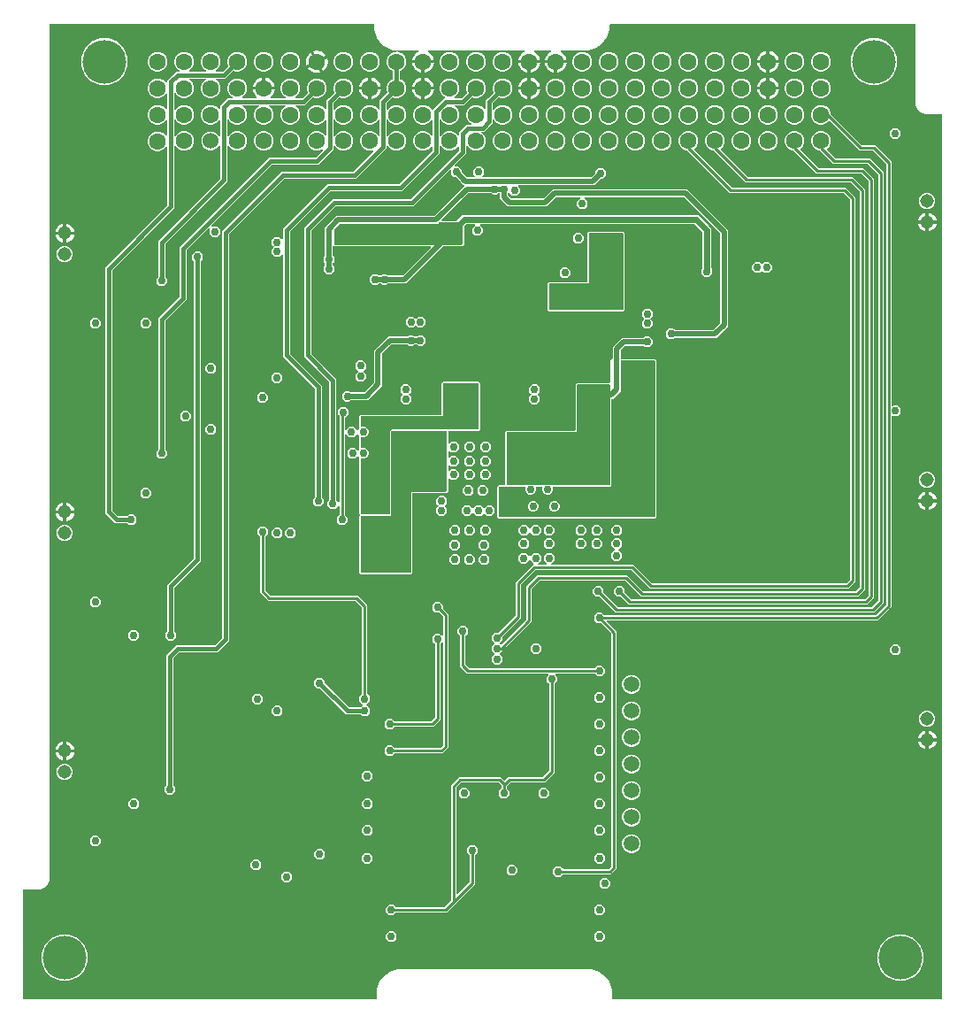
<source format=gbr>
G04 EAGLE Gerber RS-274X export*
G75*
%MOMM*%
%FSLAX34Y34*%
%LPD*%
%INEAGLE Copper Layer 2*%
%IPPOS*%
%AMOC8*
5,1,8,0,0,1.08239X$1,22.5*%
G01*
%ADD10C,4.191000*%
%ADD11C,1.600200*%
%ADD12C,1.524000*%
%ADD13C,1.308000*%
%ADD14C,1.508000*%
%ADD15C,0.762000*%
%ADD16C,0.508000*%
%ADD17C,0.609600*%
%ADD18C,0.406400*%
%ADD19C,0.254000*%

G36*
X348764Y10799D02*
X348764Y10799D01*
X348802Y10798D01*
X348861Y10803D01*
X348867Y10804D01*
X348873Y10804D01*
X349037Y10838D01*
X349150Y10875D01*
X349182Y10891D01*
X349217Y10900D01*
X349362Y10983D01*
X349459Y11053D01*
X349484Y11078D01*
X349514Y11097D01*
X349627Y11221D01*
X349697Y11318D01*
X349713Y11350D01*
X349736Y11377D01*
X349805Y11530D01*
X349842Y11643D01*
X349843Y11649D01*
X349846Y11654D01*
X349877Y11819D01*
X349882Y11878D01*
X349880Y11900D01*
X349884Y11938D01*
X349884Y20873D01*
X352110Y27722D01*
X356342Y33548D01*
X362168Y37780D01*
X369017Y40006D01*
X555543Y40006D01*
X562392Y37780D01*
X568218Y33548D01*
X572450Y27722D01*
X574676Y20873D01*
X574676Y11938D01*
X574679Y11916D01*
X574678Y11878D01*
X574683Y11819D01*
X574684Y11813D01*
X574684Y11807D01*
X574718Y11643D01*
X574755Y11530D01*
X574771Y11498D01*
X574780Y11463D01*
X574863Y11318D01*
X574933Y11221D01*
X574958Y11196D01*
X574977Y11166D01*
X575101Y11053D01*
X575197Y10983D01*
X575230Y10967D01*
X575257Y10944D01*
X575410Y10875D01*
X575523Y10838D01*
X575529Y10837D01*
X575534Y10834D01*
X575699Y10803D01*
X575758Y10798D01*
X575780Y10800D01*
X575818Y10796D01*
X889762Y10796D01*
X889784Y10799D01*
X889822Y10798D01*
X889881Y10803D01*
X889887Y10804D01*
X889893Y10804D01*
X890057Y10838D01*
X890170Y10875D01*
X890202Y10891D01*
X890237Y10900D01*
X890382Y10983D01*
X890479Y11053D01*
X890504Y11078D01*
X890534Y11097D01*
X890647Y11221D01*
X890717Y11318D01*
X890733Y11350D01*
X890756Y11377D01*
X890825Y11530D01*
X890862Y11643D01*
X890863Y11649D01*
X890866Y11654D01*
X890897Y11819D01*
X890902Y11878D01*
X890900Y11900D01*
X890904Y11938D01*
X890904Y857123D01*
X890901Y857143D01*
X890903Y857162D01*
X890881Y857264D01*
X890865Y857366D01*
X890855Y857383D01*
X890851Y857403D01*
X890798Y857492D01*
X890749Y857583D01*
X890735Y857597D01*
X890725Y857614D01*
X890646Y857681D01*
X890571Y857753D01*
X890553Y857761D01*
X890538Y857774D01*
X890442Y857813D01*
X890348Y857856D01*
X890328Y857858D01*
X890310Y857866D01*
X890143Y857884D01*
X874153Y857884D01*
X870185Y859528D01*
X867148Y862565D01*
X865504Y866533D01*
X865504Y943483D01*
X865501Y943503D01*
X865503Y943522D01*
X865481Y943624D01*
X865465Y943726D01*
X865455Y943743D01*
X865451Y943763D01*
X865398Y943852D01*
X865349Y943943D01*
X865335Y943957D01*
X865325Y943974D01*
X865246Y944041D01*
X865171Y944113D01*
X865153Y944121D01*
X865138Y944134D01*
X865042Y944173D01*
X864948Y944216D01*
X864928Y944218D01*
X864910Y944226D01*
X864743Y944244D01*
X574040Y944244D01*
X574018Y944241D01*
X573980Y944242D01*
X573801Y944228D01*
X573796Y944226D01*
X573790Y944227D01*
X573626Y944193D01*
X573286Y944082D01*
X573254Y944066D01*
X573219Y944057D01*
X573074Y943974D01*
X572784Y943764D01*
X572759Y943739D01*
X572729Y943720D01*
X572616Y943596D01*
X572406Y943306D01*
X572390Y943274D01*
X572367Y943247D01*
X572298Y943094D01*
X572187Y942754D01*
X572186Y942748D01*
X572184Y942743D01*
X572152Y942579D01*
X572138Y942400D01*
X572140Y942378D01*
X572136Y942340D01*
X572136Y938619D01*
X569836Y931540D01*
X565461Y925519D01*
X559440Y921144D01*
X552361Y918844D01*
X525906Y918844D01*
X525839Y918833D01*
X525771Y918832D01*
X525719Y918814D01*
X525663Y918805D01*
X525603Y918773D01*
X525539Y918750D01*
X525495Y918716D01*
X525446Y918689D01*
X525399Y918640D01*
X525346Y918599D01*
X525315Y918552D01*
X525277Y918511D01*
X525248Y918450D01*
X525211Y918393D01*
X525196Y918339D01*
X525173Y918288D01*
X525165Y918221D01*
X525148Y918155D01*
X525152Y918099D01*
X525146Y918044D01*
X525160Y917977D01*
X525165Y917910D01*
X525186Y917858D01*
X525198Y917803D01*
X525233Y917745D01*
X525259Y917682D01*
X525296Y917640D01*
X525324Y917592D01*
X525376Y917548D01*
X525420Y917497D01*
X525486Y917454D01*
X525511Y917432D01*
X525531Y917424D01*
X525560Y917405D01*
X526225Y917066D01*
X527567Y916091D01*
X528741Y914917D01*
X529716Y913575D01*
X530469Y912097D01*
X530982Y910518D01*
X531132Y909573D01*
X521462Y909573D01*
X521442Y909570D01*
X521423Y909572D01*
X521321Y909550D01*
X521219Y909533D01*
X521202Y909524D01*
X521182Y909520D01*
X521093Y909467D01*
X521002Y909418D01*
X520988Y909404D01*
X520971Y909394D01*
X520904Y909315D01*
X520833Y909240D01*
X520824Y909222D01*
X520811Y909207D01*
X520773Y909111D01*
X520729Y909017D01*
X520727Y908997D01*
X520719Y908979D01*
X520701Y908812D01*
X520701Y908049D01*
X520699Y908049D01*
X520699Y908812D01*
X520696Y908832D01*
X520698Y908851D01*
X520676Y908953D01*
X520659Y909055D01*
X520650Y909072D01*
X520646Y909092D01*
X520593Y909181D01*
X520544Y909272D01*
X520530Y909286D01*
X520520Y909303D01*
X520441Y909370D01*
X520366Y909441D01*
X520348Y909450D01*
X520333Y909463D01*
X520237Y909502D01*
X520143Y909545D01*
X520123Y909547D01*
X520105Y909555D01*
X519938Y909573D01*
X510268Y909573D01*
X510418Y910518D01*
X510931Y912097D01*
X511684Y913575D01*
X512659Y914917D01*
X513833Y916091D01*
X515175Y917066D01*
X515840Y917405D01*
X515894Y917445D01*
X515954Y917477D01*
X515993Y917517D01*
X516038Y917550D01*
X516077Y917606D01*
X516123Y917655D01*
X516147Y917706D01*
X516179Y917752D01*
X516199Y917817D01*
X516227Y917878D01*
X516233Y917934D01*
X516249Y917987D01*
X516247Y918055D01*
X516254Y918122D01*
X516242Y918177D01*
X516240Y918233D01*
X516216Y918297D01*
X516202Y918363D01*
X516173Y918411D01*
X516153Y918463D01*
X516111Y918516D01*
X516076Y918574D01*
X516033Y918610D01*
X515998Y918654D01*
X515940Y918690D01*
X515889Y918734D01*
X515837Y918755D01*
X515789Y918785D01*
X515724Y918800D01*
X515661Y918826D01*
X515582Y918834D01*
X515550Y918842D01*
X515530Y918840D01*
X515494Y918844D01*
X500506Y918844D01*
X500439Y918833D01*
X500371Y918832D01*
X500319Y918814D01*
X500263Y918805D01*
X500203Y918773D01*
X500139Y918750D01*
X500095Y918716D01*
X500046Y918689D01*
X499999Y918640D01*
X499946Y918599D01*
X499915Y918552D01*
X499877Y918511D01*
X499848Y918450D01*
X499811Y918393D01*
X499796Y918339D01*
X499773Y918288D01*
X499765Y918221D01*
X499748Y918155D01*
X499752Y918099D01*
X499746Y918044D01*
X499760Y917977D01*
X499765Y917910D01*
X499786Y917858D01*
X499798Y917803D01*
X499833Y917745D01*
X499859Y917682D01*
X499896Y917640D01*
X499924Y917592D01*
X499976Y917548D01*
X500020Y917497D01*
X500086Y917454D01*
X500111Y917432D01*
X500131Y917424D01*
X500160Y917405D01*
X500825Y917066D01*
X502167Y916091D01*
X503341Y914917D01*
X504316Y913575D01*
X505069Y912097D01*
X505582Y910518D01*
X505732Y909573D01*
X496062Y909573D01*
X496042Y909570D01*
X496023Y909572D01*
X495921Y909550D01*
X495819Y909533D01*
X495802Y909524D01*
X495782Y909520D01*
X495693Y909467D01*
X495602Y909418D01*
X495588Y909404D01*
X495571Y909394D01*
X495504Y909315D01*
X495433Y909240D01*
X495424Y909222D01*
X495411Y909207D01*
X495373Y909111D01*
X495329Y909017D01*
X495327Y908997D01*
X495319Y908979D01*
X495301Y908812D01*
X495301Y908049D01*
X495299Y908049D01*
X495299Y908812D01*
X495296Y908832D01*
X495298Y908851D01*
X495276Y908953D01*
X495259Y909055D01*
X495250Y909072D01*
X495246Y909092D01*
X495193Y909181D01*
X495144Y909272D01*
X495130Y909286D01*
X495120Y909303D01*
X495041Y909370D01*
X494966Y909441D01*
X494948Y909450D01*
X494933Y909463D01*
X494837Y909502D01*
X494743Y909545D01*
X494723Y909547D01*
X494705Y909555D01*
X494538Y909573D01*
X484868Y909573D01*
X485018Y910518D01*
X485531Y912097D01*
X486284Y913575D01*
X487259Y914917D01*
X488433Y916091D01*
X489775Y917066D01*
X490440Y917405D01*
X490494Y917445D01*
X490554Y917477D01*
X490593Y917517D01*
X490638Y917550D01*
X490677Y917606D01*
X490723Y917655D01*
X490747Y917706D01*
X490779Y917752D01*
X490799Y917817D01*
X490827Y917878D01*
X490833Y917934D01*
X490849Y917987D01*
X490847Y918055D01*
X490854Y918122D01*
X490842Y918177D01*
X490840Y918233D01*
X490816Y918297D01*
X490802Y918363D01*
X490773Y918411D01*
X490753Y918463D01*
X490711Y918516D01*
X490676Y918574D01*
X490633Y918610D01*
X490598Y918654D01*
X490540Y918690D01*
X490489Y918734D01*
X490437Y918755D01*
X490389Y918785D01*
X490324Y918800D01*
X490261Y918826D01*
X490182Y918834D01*
X490150Y918842D01*
X490130Y918840D01*
X490094Y918844D01*
X398906Y918844D01*
X398839Y918833D01*
X398771Y918832D01*
X398719Y918814D01*
X398663Y918805D01*
X398603Y918773D01*
X398539Y918750D01*
X398495Y918716D01*
X398446Y918689D01*
X398399Y918640D01*
X398346Y918599D01*
X398315Y918552D01*
X398277Y918511D01*
X398248Y918450D01*
X398211Y918393D01*
X398196Y918339D01*
X398173Y918288D01*
X398165Y918221D01*
X398148Y918155D01*
X398152Y918099D01*
X398146Y918044D01*
X398160Y917977D01*
X398165Y917910D01*
X398186Y917858D01*
X398198Y917803D01*
X398233Y917745D01*
X398259Y917682D01*
X398296Y917640D01*
X398324Y917592D01*
X398376Y917548D01*
X398420Y917497D01*
X398486Y917454D01*
X398511Y917432D01*
X398531Y917424D01*
X398560Y917405D01*
X399225Y917066D01*
X400567Y916091D01*
X401741Y914917D01*
X402716Y913575D01*
X403469Y912097D01*
X403982Y910518D01*
X404132Y909573D01*
X394462Y909573D01*
X394442Y909570D01*
X394423Y909572D01*
X394321Y909550D01*
X394219Y909533D01*
X394202Y909524D01*
X394182Y909520D01*
X394093Y909467D01*
X394002Y909418D01*
X393988Y909404D01*
X393971Y909394D01*
X393904Y909315D01*
X393833Y909240D01*
X393824Y909222D01*
X393811Y909207D01*
X393773Y909111D01*
X393729Y909017D01*
X393727Y908997D01*
X393719Y908979D01*
X393701Y908812D01*
X393701Y908049D01*
X393699Y908049D01*
X393699Y908812D01*
X393696Y908832D01*
X393698Y908851D01*
X393676Y908953D01*
X393659Y909055D01*
X393650Y909072D01*
X393646Y909092D01*
X393593Y909181D01*
X393544Y909272D01*
X393530Y909286D01*
X393520Y909303D01*
X393441Y909370D01*
X393366Y909441D01*
X393348Y909450D01*
X393333Y909463D01*
X393237Y909502D01*
X393143Y909545D01*
X393123Y909547D01*
X393105Y909555D01*
X392938Y909573D01*
X383268Y909573D01*
X383418Y910518D01*
X383931Y912097D01*
X384684Y913575D01*
X385659Y914917D01*
X386833Y916091D01*
X388175Y917066D01*
X388840Y917405D01*
X388894Y917445D01*
X388954Y917477D01*
X388993Y917517D01*
X389038Y917550D01*
X389077Y917606D01*
X389123Y917655D01*
X389147Y917706D01*
X389179Y917752D01*
X389199Y917817D01*
X389227Y917878D01*
X389233Y917934D01*
X389249Y917987D01*
X389247Y918055D01*
X389254Y918122D01*
X389242Y918177D01*
X389240Y918233D01*
X389216Y918297D01*
X389202Y918363D01*
X389173Y918411D01*
X389153Y918463D01*
X389111Y918516D01*
X389076Y918574D01*
X389033Y918610D01*
X388998Y918654D01*
X388940Y918690D01*
X388889Y918734D01*
X388837Y918755D01*
X388789Y918785D01*
X388724Y918800D01*
X388661Y918826D01*
X388582Y918834D01*
X388550Y918842D01*
X388530Y918840D01*
X388494Y918844D01*
X369941Y918844D01*
X369918Y918840D01*
X369791Y918829D01*
X369746Y918812D01*
X369698Y918805D01*
X369698Y918804D01*
X369631Y918769D01*
X369561Y918743D01*
X369523Y918712D01*
X369480Y918689D01*
X369429Y918635D01*
X369370Y918587D01*
X369344Y918546D01*
X369311Y918511D01*
X369279Y918443D01*
X369239Y918379D01*
X369228Y918332D01*
X369207Y918288D01*
X369199Y918213D01*
X369181Y918140D01*
X369186Y918092D01*
X369180Y918044D01*
X369196Y917970D01*
X369203Y917895D01*
X369222Y917851D01*
X369233Y917803D01*
X369271Y917739D01*
X369301Y917670D01*
X369334Y917634D01*
X369359Y917592D01*
X369416Y917543D01*
X369466Y917487D01*
X369509Y917464D01*
X369546Y917432D01*
X369616Y917404D01*
X369681Y917367D01*
X369729Y917358D01*
X369774Y917340D01*
X369900Y917326D01*
X369923Y917322D01*
X369932Y917323D01*
X369941Y917322D01*
X370144Y917322D01*
X373552Y915910D01*
X376160Y913302D01*
X377572Y909894D01*
X377572Y906206D01*
X376160Y902798D01*
X373552Y900190D01*
X372073Y899577D01*
X371973Y899516D01*
X371873Y899456D01*
X371869Y899451D01*
X371864Y899447D01*
X371789Y899358D01*
X371713Y899269D01*
X371711Y899263D01*
X371707Y899258D01*
X371665Y899150D01*
X371621Y899040D01*
X371620Y899033D01*
X371619Y899028D01*
X371618Y899010D01*
X371603Y898874D01*
X371603Y891826D01*
X371622Y891711D01*
X371639Y891595D01*
X371641Y891590D01*
X371642Y891584D01*
X371697Y891481D01*
X371750Y891376D01*
X371755Y891372D01*
X371758Y891366D01*
X371842Y891286D01*
X371926Y891204D01*
X371932Y891200D01*
X371936Y891197D01*
X371953Y891189D01*
X372073Y891123D01*
X373552Y890510D01*
X376160Y887902D01*
X377572Y884494D01*
X377572Y880806D01*
X376160Y877398D01*
X373552Y874790D01*
X370144Y873378D01*
X366456Y873378D01*
X364976Y873991D01*
X364863Y874018D01*
X364749Y874046D01*
X364743Y874046D01*
X364737Y874047D01*
X364620Y874036D01*
X364504Y874027D01*
X364498Y874025D01*
X364492Y874024D01*
X364384Y873976D01*
X364278Y873931D01*
X364272Y873926D01*
X364267Y873924D01*
X364254Y873911D01*
X364147Y873826D01*
X359126Y868805D01*
X359073Y868731D01*
X359013Y868662D01*
X359001Y868631D01*
X358982Y868605D01*
X358955Y868518D01*
X358921Y868433D01*
X358917Y868392D01*
X358910Y868370D01*
X358911Y868338D01*
X358903Y868267D01*
X358903Y862618D01*
X358905Y862605D01*
X358904Y862595D01*
X358915Y862544D01*
X358918Y862522D01*
X358928Y862425D01*
X358938Y862401D01*
X358942Y862375D01*
X358988Y862289D01*
X359028Y862200D01*
X359045Y862181D01*
X359058Y862158D01*
X359128Y862091D01*
X359194Y862019D01*
X359217Y862007D01*
X359236Y861989D01*
X359324Y861948D01*
X359410Y861901D01*
X359435Y861896D01*
X359459Y861885D01*
X359556Y861874D01*
X359652Y861857D01*
X359678Y861861D01*
X359703Y861858D01*
X359799Y861879D01*
X359895Y861893D01*
X359918Y861905D01*
X359944Y861910D01*
X360028Y861960D01*
X360114Y862004D01*
X360133Y862023D01*
X360155Y862036D01*
X360218Y862110D01*
X360286Y862180D01*
X360302Y862208D01*
X360315Y862223D01*
X360327Y862254D01*
X360367Y862327D01*
X360440Y862502D01*
X363048Y865110D01*
X366456Y866522D01*
X370144Y866522D01*
X373552Y865110D01*
X376160Y862502D01*
X377572Y859094D01*
X377572Y855406D01*
X376160Y851998D01*
X373552Y849390D01*
X370144Y847978D01*
X366456Y847978D01*
X363048Y849390D01*
X360440Y851998D01*
X360367Y852173D01*
X360316Y852256D01*
X360270Y852342D01*
X360252Y852360D01*
X360238Y852382D01*
X360163Y852444D01*
X360092Y852511D01*
X360068Y852522D01*
X360048Y852539D01*
X359957Y852574D01*
X359869Y852615D01*
X359843Y852618D01*
X359819Y852627D01*
X359721Y852631D01*
X359625Y852642D01*
X359599Y852637D01*
X359573Y852638D01*
X359479Y852611D01*
X359384Y852590D01*
X359362Y852576D01*
X359337Y852569D01*
X359257Y852514D01*
X359173Y852464D01*
X359156Y852444D01*
X359135Y852429D01*
X359077Y852351D01*
X359013Y852277D01*
X359003Y852252D01*
X358988Y852232D01*
X358958Y852139D01*
X358921Y852049D01*
X358918Y852016D01*
X358912Y851998D01*
X358912Y851965D01*
X358903Y851882D01*
X358903Y837599D01*
X358918Y837503D01*
X358928Y837406D01*
X358938Y837382D01*
X358942Y837356D01*
X358988Y837270D01*
X359028Y837181D01*
X359045Y837162D01*
X359058Y837139D01*
X359128Y837072D01*
X359194Y837000D01*
X359217Y836988D01*
X359236Y836970D01*
X359324Y836929D01*
X359410Y836882D01*
X359435Y836877D01*
X359459Y836866D01*
X359556Y836855D01*
X359652Y836838D01*
X359678Y836842D01*
X359703Y836839D01*
X359799Y836860D01*
X359895Y836874D01*
X359918Y836886D01*
X359944Y836891D01*
X360028Y836941D01*
X360114Y836985D01*
X360133Y837004D01*
X360155Y837017D01*
X360218Y837091D01*
X360286Y837161D01*
X360302Y837189D01*
X360315Y837204D01*
X360327Y837235D01*
X360367Y837308D01*
X360440Y837483D01*
X363048Y840091D01*
X366456Y841503D01*
X370144Y841503D01*
X373552Y840091D01*
X376160Y837483D01*
X377572Y834075D01*
X377572Y830387D01*
X376160Y826979D01*
X373552Y824371D01*
X370144Y822959D01*
X366456Y822959D01*
X363048Y824371D01*
X360440Y826979D01*
X360367Y827154D01*
X360316Y827237D01*
X360270Y827323D01*
X360253Y827340D01*
X360249Y827347D01*
X360247Y827348D01*
X360238Y827363D01*
X360163Y827425D01*
X360092Y827492D01*
X360068Y827503D01*
X360048Y827520D01*
X359957Y827555D01*
X359869Y827596D01*
X359843Y827599D01*
X359819Y827608D01*
X359721Y827612D01*
X359625Y827623D01*
X359599Y827618D01*
X359573Y827619D01*
X359479Y827592D01*
X359384Y827571D01*
X359362Y827557D01*
X359337Y827550D01*
X359257Y827495D01*
X359173Y827445D01*
X359156Y827425D01*
X359135Y827410D01*
X359077Y827332D01*
X359044Y827294D01*
X359034Y827284D01*
X359033Y827281D01*
X359013Y827258D01*
X359003Y827233D01*
X358988Y827213D01*
X358958Y827120D01*
X358953Y827108D01*
X358931Y827061D01*
X358930Y827051D01*
X358921Y827030D01*
X358918Y826997D01*
X358912Y826979D01*
X358912Y826946D01*
X358903Y826863D01*
X358903Y825402D01*
X329524Y796023D01*
X261259Y796023D01*
X261169Y796008D01*
X261078Y796001D01*
X261048Y795988D01*
X261016Y795983D01*
X260935Y795940D01*
X260852Y795905D01*
X260819Y795879D01*
X260799Y795868D01*
X260777Y795845D01*
X260721Y795800D01*
X207996Y743075D01*
X207943Y743001D01*
X207883Y742932D01*
X207871Y742901D01*
X207852Y742875D01*
X207825Y742788D01*
X207791Y742703D01*
X207787Y742662D01*
X207780Y742640D01*
X207781Y742608D01*
X207773Y742537D01*
X207773Y354232D01*
X196948Y343407D01*
X160433Y343407D01*
X160343Y343393D01*
X160252Y343385D01*
X160223Y343373D01*
X160191Y343368D01*
X160110Y343325D01*
X160026Y343289D01*
X159994Y343263D01*
X159973Y343252D01*
X159951Y343229D01*
X159895Y343184D01*
X154656Y337945D01*
X154603Y337871D01*
X154543Y337802D01*
X154531Y337771D01*
X154512Y337745D01*
X154485Y337658D01*
X154451Y337573D01*
X154447Y337532D01*
X154440Y337510D01*
X154441Y337478D01*
X154433Y337407D01*
X154433Y216288D01*
X154447Y216198D01*
X154455Y216107D01*
X154467Y216077D01*
X154472Y216045D01*
X154515Y215964D01*
X154551Y215881D01*
X154577Y215848D01*
X154588Y215828D01*
X154611Y215806D01*
X154656Y215750D01*
X156211Y214195D01*
X156211Y209985D01*
X153235Y207009D01*
X149025Y207009D01*
X146049Y209985D01*
X146049Y214195D01*
X147604Y215750D01*
X147657Y215823D01*
X147717Y215893D01*
X147729Y215923D01*
X147748Y215949D01*
X147775Y216036D01*
X147809Y216121D01*
X147813Y216162D01*
X147820Y216184D01*
X147819Y216217D01*
X147827Y216288D01*
X147827Y340458D01*
X157382Y350013D01*
X193897Y350013D01*
X193987Y350027D01*
X194078Y350035D01*
X194107Y350047D01*
X194139Y350052D01*
X194220Y350095D01*
X194304Y350131D01*
X194336Y350157D01*
X194357Y350168D01*
X194379Y350191D01*
X194435Y350236D01*
X200944Y356745D01*
X200997Y356819D01*
X201057Y356888D01*
X201069Y356919D01*
X201088Y356945D01*
X201115Y357032D01*
X201149Y357117D01*
X201153Y357158D01*
X201160Y357180D01*
X201159Y357212D01*
X201167Y357283D01*
X201167Y745588D01*
X258207Y802628D01*
X326472Y802628D01*
X326562Y802643D01*
X326653Y802650D01*
X326683Y802663D01*
X326715Y802668D01*
X326796Y802711D01*
X326879Y802746D01*
X326912Y802772D01*
X326932Y802783D01*
X326954Y802806D01*
X327010Y802851D01*
X346091Y821932D01*
X346148Y822011D01*
X346210Y822086D01*
X346220Y822111D01*
X346235Y822132D01*
X346263Y822225D01*
X346298Y822316D01*
X346299Y822342D01*
X346307Y822367D01*
X346305Y822464D01*
X346309Y822561D01*
X346301Y822587D01*
X346301Y822613D01*
X346267Y822704D01*
X346240Y822798D01*
X346225Y822819D01*
X346216Y822844D01*
X346155Y822920D01*
X346100Y823000D01*
X346079Y823015D01*
X346063Y823036D01*
X345981Y823088D01*
X345903Y823147D01*
X345878Y823155D01*
X345856Y823169D01*
X345761Y823193D01*
X345669Y823223D01*
X345643Y823222D01*
X345617Y823229D01*
X345520Y823221D01*
X345423Y823220D01*
X345391Y823211D01*
X345372Y823210D01*
X345342Y823197D01*
X345262Y823174D01*
X344744Y822959D01*
X341056Y822959D01*
X337648Y824371D01*
X335040Y826979D01*
X333628Y830387D01*
X333628Y834075D01*
X335040Y837483D01*
X337648Y840091D01*
X341056Y841503D01*
X344744Y841503D01*
X348152Y840091D01*
X350760Y837483D01*
X350833Y837308D01*
X350884Y837225D01*
X350930Y837139D01*
X350948Y837121D01*
X350962Y837099D01*
X351037Y837037D01*
X351108Y836970D01*
X351132Y836959D01*
X351152Y836942D01*
X351243Y836907D01*
X351331Y836866D01*
X351357Y836863D01*
X351381Y836854D01*
X351479Y836850D01*
X351575Y836839D01*
X351601Y836844D01*
X351627Y836843D01*
X351721Y836870D01*
X351816Y836891D01*
X351838Y836905D01*
X351863Y836912D01*
X351943Y836967D01*
X352027Y837017D01*
X352044Y837037D01*
X352065Y837052D01*
X352123Y837130D01*
X352187Y837204D01*
X352197Y837229D01*
X352212Y837249D01*
X352242Y837342D01*
X352279Y837432D01*
X352282Y837465D01*
X352288Y837483D01*
X352288Y837516D01*
X352297Y837599D01*
X352297Y851882D01*
X352282Y851978D01*
X352272Y852075D01*
X352262Y852099D01*
X352258Y852125D01*
X352212Y852211D01*
X352172Y852300D01*
X352155Y852319D01*
X352142Y852342D01*
X352072Y852409D01*
X352006Y852481D01*
X351983Y852493D01*
X351964Y852511D01*
X351876Y852552D01*
X351790Y852599D01*
X351765Y852604D01*
X351741Y852615D01*
X351644Y852626D01*
X351548Y852643D01*
X351522Y852639D01*
X351497Y852642D01*
X351401Y852621D01*
X351305Y852607D01*
X351282Y852595D01*
X351256Y852590D01*
X351172Y852540D01*
X351086Y852496D01*
X351067Y852477D01*
X351045Y852464D01*
X350982Y852390D01*
X350914Y852320D01*
X350898Y852292D01*
X350885Y852277D01*
X350873Y852246D01*
X350833Y852173D01*
X350760Y851998D01*
X348152Y849390D01*
X344744Y847978D01*
X341056Y847978D01*
X337648Y849390D01*
X335040Y851998D01*
X333628Y855406D01*
X333628Y859094D01*
X335040Y862502D01*
X337648Y865110D01*
X341056Y866522D01*
X344744Y866522D01*
X348152Y865110D01*
X350760Y862502D01*
X350833Y862327D01*
X350884Y862244D01*
X350930Y862158D01*
X350948Y862140D01*
X350962Y862118D01*
X351037Y862056D01*
X351108Y861989D01*
X351132Y861978D01*
X351152Y861961D01*
X351243Y861926D01*
X351331Y861885D01*
X351357Y861882D01*
X351381Y861873D01*
X351479Y861869D01*
X351575Y861858D01*
X351601Y861863D01*
X351627Y861862D01*
X351721Y861889D01*
X351816Y861910D01*
X351838Y861924D01*
X351863Y861931D01*
X351943Y861986D01*
X352027Y862036D01*
X352044Y862056D01*
X352065Y862071D01*
X352123Y862149D01*
X352187Y862223D01*
X352197Y862248D01*
X352212Y862268D01*
X352242Y862361D01*
X352279Y862451D01*
X352282Y862484D01*
X352288Y862502D01*
X352288Y862535D01*
X352297Y862618D01*
X352297Y871318D01*
X359476Y878497D01*
X359544Y878591D01*
X359614Y878685D01*
X359616Y878691D01*
X359620Y878696D01*
X359654Y878808D01*
X359690Y878919D01*
X359690Y878926D01*
X359692Y878932D01*
X359689Y879048D01*
X359688Y879165D01*
X359686Y879172D01*
X359686Y879177D01*
X359679Y879195D01*
X359641Y879326D01*
X359028Y880806D01*
X359028Y884494D01*
X360440Y887902D01*
X363048Y890510D01*
X364527Y891123D01*
X364627Y891184D01*
X364727Y891244D01*
X364731Y891249D01*
X364736Y891253D01*
X364811Y891342D01*
X364887Y891431D01*
X364889Y891437D01*
X364893Y891442D01*
X364935Y891550D01*
X364979Y891660D01*
X364980Y891667D01*
X364981Y891672D01*
X364982Y891690D01*
X364997Y891826D01*
X364997Y898874D01*
X364978Y898989D01*
X364961Y899105D01*
X364959Y899110D01*
X364958Y899116D01*
X364903Y899219D01*
X364850Y899324D01*
X364845Y899328D01*
X364842Y899334D01*
X364758Y899414D01*
X364674Y899496D01*
X364668Y899500D01*
X364664Y899503D01*
X364647Y899511D01*
X364527Y899577D01*
X363048Y900190D01*
X360440Y902798D01*
X359028Y906206D01*
X359028Y909894D01*
X360440Y913302D01*
X363048Y915910D01*
X366456Y917322D01*
X367660Y917322D01*
X367755Y917337D01*
X367851Y917346D01*
X367876Y917357D01*
X367903Y917361D01*
X367988Y917406D01*
X368076Y917445D01*
X368096Y917464D01*
X368120Y917477D01*
X368187Y917546D01*
X368258Y917611D01*
X368271Y917635D01*
X368290Y917655D01*
X368330Y917742D01*
X368377Y917826D01*
X368382Y917853D01*
X368393Y917878D01*
X368404Y917974D01*
X368421Y918068D01*
X368418Y918095D01*
X368421Y918122D01*
X368400Y918217D01*
X368386Y918312D01*
X368374Y918336D01*
X368368Y918363D01*
X368319Y918445D01*
X368276Y918531D01*
X368256Y918550D01*
X368242Y918574D01*
X368169Y918637D01*
X368101Y918704D01*
X368076Y918716D01*
X368055Y918734D01*
X367966Y918770D01*
X367880Y918812D01*
X367846Y918818D01*
X367827Y918826D01*
X367770Y918832D01*
X367715Y918842D01*
X367714Y918842D01*
X367694Y918840D01*
X367660Y918844D01*
X366153Y918844D01*
X365684Y919038D01*
X365661Y919044D01*
X365641Y919055D01*
X365477Y919091D01*
X362700Y919400D01*
X354930Y923679D01*
X349389Y930605D01*
X346921Y939124D01*
X347298Y942520D01*
X347295Y942582D01*
X347297Y942605D01*
X347295Y942615D01*
X347299Y942675D01*
X347287Y942735D01*
X347285Y942766D01*
X347275Y942791D01*
X347265Y942839D01*
X347182Y943094D01*
X347166Y943126D01*
X347157Y943161D01*
X347074Y943306D01*
X346864Y943596D01*
X346839Y943621D01*
X346820Y943651D01*
X346696Y943764D01*
X346406Y943974D01*
X346374Y943990D01*
X346347Y944013D01*
X346194Y944082D01*
X345854Y944193D01*
X345848Y944194D01*
X345843Y944196D01*
X345678Y944228D01*
X345500Y944242D01*
X345478Y944240D01*
X345440Y944244D01*
X36957Y944244D01*
X36937Y944241D01*
X36918Y944243D01*
X36816Y944221D01*
X36714Y944205D01*
X36697Y944195D01*
X36677Y944191D01*
X36588Y944138D01*
X36497Y944089D01*
X36483Y944075D01*
X36466Y944065D01*
X36399Y943986D01*
X36327Y943911D01*
X36319Y943893D01*
X36306Y943878D01*
X36267Y943782D01*
X36224Y943688D01*
X36222Y943668D01*
X36214Y943650D01*
X36196Y943483D01*
X36196Y124853D01*
X34552Y120885D01*
X31515Y117848D01*
X27547Y116204D01*
X11557Y116204D01*
X11537Y116201D01*
X11518Y116203D01*
X11416Y116181D01*
X11314Y116165D01*
X11297Y116155D01*
X11277Y116151D01*
X11188Y116098D01*
X11097Y116049D01*
X11083Y116035D01*
X11066Y116025D01*
X10999Y115946D01*
X10927Y115871D01*
X10919Y115853D01*
X10906Y115838D01*
X10867Y115742D01*
X10824Y115648D01*
X10822Y115628D01*
X10814Y115610D01*
X10796Y115443D01*
X10796Y11938D01*
X10799Y11916D01*
X10798Y11878D01*
X10803Y11819D01*
X10804Y11813D01*
X10804Y11807D01*
X10838Y11643D01*
X10875Y11530D01*
X10891Y11498D01*
X10900Y11463D01*
X10983Y11318D01*
X11053Y11221D01*
X11078Y11196D01*
X11097Y11166D01*
X11221Y11053D01*
X11317Y10983D01*
X11350Y10967D01*
X11377Y10944D01*
X11530Y10875D01*
X11643Y10838D01*
X11649Y10837D01*
X11654Y10834D01*
X11819Y10803D01*
X11878Y10798D01*
X11900Y10800D01*
X11938Y10796D01*
X348742Y10796D01*
X348764Y10799D01*
G37*
%LPC*%
G36*
X334228Y417829D02*
X334228Y417829D01*
X332739Y419318D01*
X332739Y473492D01*
X333054Y473807D01*
X333065Y473823D01*
X333081Y473835D01*
X333137Y473922D01*
X333197Y474006D01*
X333203Y474025D01*
X333214Y474042D01*
X333239Y474143D01*
X333269Y474242D01*
X333269Y474261D01*
X333274Y474281D01*
X333266Y474384D01*
X333263Y474487D01*
X333256Y474506D01*
X333255Y474526D01*
X333214Y474621D01*
X333179Y474718D01*
X333166Y474734D01*
X333158Y474752D01*
X333054Y474883D01*
X332739Y475198D01*
X332739Y529710D01*
X332725Y529800D01*
X332717Y529891D01*
X332705Y529921D01*
X332700Y529953D01*
X332657Y530034D01*
X332621Y530117D01*
X332595Y530150D01*
X332584Y530170D01*
X332561Y530192D01*
X332516Y530248D01*
X332008Y530756D01*
X331992Y530768D01*
X331980Y530784D01*
X331892Y530840D01*
X331809Y530900D01*
X331790Y530906D01*
X331773Y530917D01*
X331672Y530942D01*
X331573Y530972D01*
X331554Y530972D01*
X331534Y530977D01*
X331431Y530969D01*
X331328Y530966D01*
X331309Y530959D01*
X331289Y530958D01*
X331194Y530917D01*
X331097Y530882D01*
X331081Y530869D01*
X331063Y530861D01*
X330932Y530756D01*
X328495Y528319D01*
X324285Y528319D01*
X321309Y531295D01*
X321309Y535505D01*
X324285Y538481D01*
X328495Y538481D01*
X330932Y536044D01*
X330948Y536032D01*
X330960Y536016D01*
X331048Y535960D01*
X331131Y535900D01*
X331150Y535894D01*
X331167Y535883D01*
X331268Y535858D01*
X331367Y535828D01*
X331386Y535828D01*
X331406Y535823D01*
X331509Y535831D01*
X331612Y535834D01*
X331631Y535841D01*
X331651Y535842D01*
X331746Y535883D01*
X331843Y535918D01*
X331859Y535931D01*
X331877Y535939D01*
X332008Y536044D01*
X332516Y536552D01*
X332569Y536625D01*
X332629Y536695D01*
X332641Y536725D01*
X332660Y536751D01*
X332687Y536838D01*
X332721Y536923D01*
X332725Y536964D01*
X332732Y536986D01*
X332731Y537019D01*
X332739Y537090D01*
X332739Y550030D01*
X332725Y550120D01*
X332717Y550211D01*
X332705Y550241D01*
X332700Y550273D01*
X332657Y550354D01*
X332621Y550438D01*
X332595Y550470D01*
X332584Y550490D01*
X332561Y550512D01*
X332516Y550568D01*
X331373Y551711D01*
X331357Y551723D01*
X331345Y551739D01*
X331258Y551795D01*
X331174Y551855D01*
X331154Y551861D01*
X331138Y551872D01*
X331037Y551897D01*
X330938Y551927D01*
X330919Y551927D01*
X330899Y551932D01*
X330796Y551924D01*
X330693Y551921D01*
X330674Y551914D01*
X330654Y551913D01*
X330559Y551872D01*
X330462Y551837D01*
X330446Y551824D01*
X330428Y551816D01*
X330297Y551711D01*
X327225Y548639D01*
X323015Y548639D01*
X320070Y551585D01*
X320012Y551626D01*
X319960Y551676D01*
X319913Y551698D01*
X319871Y551728D01*
X319802Y551749D01*
X319737Y551779D01*
X319685Y551785D01*
X319635Y551800D01*
X319564Y551799D01*
X319493Y551806D01*
X319442Y551795D01*
X319390Y551794D01*
X319322Y551769D01*
X319252Y551754D01*
X319207Y551727D01*
X319159Y551710D01*
X319103Y551665D01*
X319041Y551628D01*
X319007Y551588D01*
X318967Y551556D01*
X318928Y551496D01*
X318881Y551441D01*
X318862Y551393D01*
X318834Y551349D01*
X318816Y551280D01*
X318789Y551213D01*
X318781Y551142D01*
X318773Y551110D01*
X318775Y551087D01*
X318771Y551046D01*
X318771Y474860D01*
X318785Y474770D01*
X318793Y474679D01*
X318805Y474649D01*
X318810Y474617D01*
X318853Y474536D01*
X318889Y474453D01*
X318915Y474420D01*
X318926Y474400D01*
X318949Y474378D01*
X318994Y474322D01*
X321311Y472005D01*
X321311Y467795D01*
X318335Y464819D01*
X314125Y464819D01*
X311149Y467795D01*
X311149Y472005D01*
X313466Y474322D01*
X313519Y474395D01*
X313579Y474465D01*
X313591Y474495D01*
X313610Y474521D01*
X313637Y474608D01*
X313671Y474693D01*
X313675Y474734D01*
X313682Y474756D01*
X313681Y474789D01*
X313689Y474860D01*
X313689Y482466D01*
X313678Y482537D01*
X313676Y482609D01*
X313658Y482658D01*
X313650Y482709D01*
X313616Y482772D01*
X313591Y482840D01*
X313559Y482880D01*
X313534Y482926D01*
X313482Y482976D01*
X313438Y483032D01*
X313394Y483060D01*
X313356Y483096D01*
X313291Y483126D01*
X313231Y483165D01*
X313180Y483177D01*
X313133Y483199D01*
X313062Y483207D01*
X312992Y483225D01*
X312940Y483221D01*
X312889Y483226D01*
X312818Y483211D01*
X312747Y483206D01*
X312699Y483185D01*
X312648Y483174D01*
X312587Y483137D01*
X312521Y483109D01*
X312465Y483065D01*
X312437Y483048D01*
X312422Y483030D01*
X312390Y483005D01*
X309445Y480059D01*
X305235Y480059D01*
X302259Y483035D01*
X302259Y487245D01*
X303814Y488800D01*
X303867Y488873D01*
X303927Y488943D01*
X303939Y488973D01*
X303958Y488999D01*
X303985Y489086D01*
X304019Y489171D01*
X304023Y489212D01*
X304030Y489234D01*
X304029Y489267D01*
X304037Y489338D01*
X304037Y601567D01*
X304023Y601657D01*
X304015Y601748D01*
X304003Y601777D01*
X303998Y601809D01*
X303955Y601890D01*
X303919Y601974D01*
X303893Y602006D01*
X303882Y602027D01*
X303859Y602049D01*
X303814Y602105D01*
X279907Y626012D01*
X279907Y749398D01*
X307242Y776733D01*
X381857Y776733D01*
X381947Y776747D01*
X382038Y776755D01*
X382067Y776767D01*
X382099Y776772D01*
X382180Y776815D01*
X382264Y776851D01*
X382296Y776877D01*
X382317Y776888D01*
X382339Y776911D01*
X382395Y776956D01*
X428274Y822835D01*
X428327Y822909D01*
X428387Y822978D01*
X428399Y823009D01*
X428418Y823035D01*
X428445Y823122D01*
X428479Y823207D01*
X428483Y823248D01*
X428490Y823270D01*
X428489Y823302D01*
X428497Y823373D01*
X428497Y826863D01*
X428495Y826880D01*
X428496Y826895D01*
X428481Y826966D01*
X428472Y827056D01*
X428462Y827080D01*
X428458Y827106D01*
X428446Y827128D01*
X428444Y827136D01*
X428424Y827170D01*
X428412Y827192D01*
X428372Y827281D01*
X428355Y827300D01*
X428342Y827323D01*
X428318Y827346D01*
X428318Y827347D01*
X428315Y827349D01*
X428272Y827390D01*
X428206Y827462D01*
X428183Y827474D01*
X428164Y827492D01*
X428076Y827533D01*
X427990Y827580D01*
X427965Y827585D01*
X427941Y827596D01*
X427844Y827607D01*
X427748Y827624D01*
X427722Y827620D01*
X427697Y827623D01*
X427601Y827602D01*
X427505Y827588D01*
X427482Y827576D01*
X427456Y827571D01*
X427372Y827521D01*
X427286Y827477D01*
X427267Y827458D01*
X427245Y827445D01*
X427182Y827371D01*
X427114Y827301D01*
X427105Y827285D01*
X427104Y827284D01*
X427101Y827278D01*
X427098Y827273D01*
X427085Y827258D01*
X427073Y827227D01*
X427033Y827154D01*
X426960Y826979D01*
X424352Y824371D01*
X420944Y822959D01*
X417256Y822959D01*
X413848Y824371D01*
X411240Y826979D01*
X411167Y827154D01*
X411116Y827237D01*
X411070Y827323D01*
X411053Y827340D01*
X411049Y827347D01*
X411047Y827348D01*
X411038Y827363D01*
X410963Y827425D01*
X410892Y827492D01*
X410868Y827503D01*
X410848Y827520D01*
X410757Y827555D01*
X410669Y827596D01*
X410643Y827599D01*
X410619Y827608D01*
X410521Y827612D01*
X410425Y827623D01*
X410399Y827618D01*
X410373Y827619D01*
X410279Y827592D01*
X410184Y827571D01*
X410162Y827557D01*
X410137Y827550D01*
X410057Y827495D01*
X409973Y827445D01*
X409956Y827425D01*
X409935Y827410D01*
X409877Y827332D01*
X409844Y827294D01*
X409834Y827284D01*
X409833Y827281D01*
X409813Y827258D01*
X409803Y827233D01*
X409788Y827213D01*
X409758Y827120D01*
X409753Y827108D01*
X409731Y827061D01*
X409730Y827051D01*
X409721Y827030D01*
X409718Y826997D01*
X409712Y826979D01*
X409712Y826946D01*
X409703Y826863D01*
X409703Y820322D01*
X373478Y784097D01*
X305213Y784097D01*
X305123Y784083D01*
X305032Y784075D01*
X305003Y784063D01*
X304971Y784058D01*
X304890Y784015D01*
X304806Y783979D01*
X304774Y783953D01*
X304753Y783942D01*
X304731Y783919D01*
X304675Y783874D01*
X266416Y745615D01*
X266363Y745541D01*
X266303Y745472D01*
X266291Y745441D01*
X266272Y745415D01*
X266245Y745328D01*
X266211Y745243D01*
X266207Y745202D01*
X266200Y745180D01*
X266201Y745148D01*
X266193Y745077D01*
X266193Y629063D01*
X266207Y628973D01*
X266215Y628882D01*
X266227Y628853D01*
X266232Y628821D01*
X266275Y628740D01*
X266311Y628656D01*
X266337Y628624D01*
X266348Y628603D01*
X266371Y628581D01*
X266416Y628525D01*
X294515Y600426D01*
X296673Y598268D01*
X296673Y491878D01*
X296674Y491869D01*
X296674Y491866D01*
X296677Y491850D01*
X296687Y491788D01*
X296695Y491697D01*
X296707Y491667D01*
X296712Y491635D01*
X296755Y491554D01*
X296791Y491471D01*
X296817Y491438D01*
X296828Y491418D01*
X296851Y491396D01*
X296896Y491340D01*
X298451Y489785D01*
X298451Y485575D01*
X295475Y482599D01*
X291265Y482599D01*
X288289Y485575D01*
X288289Y489785D01*
X289844Y491340D01*
X289897Y491413D01*
X289957Y491483D01*
X289969Y491513D01*
X289988Y491539D01*
X290014Y491626D01*
X290049Y491711D01*
X290053Y491752D01*
X290060Y491774D01*
X290059Y491807D01*
X290067Y491878D01*
X290067Y595217D01*
X290053Y595307D01*
X290045Y595398D01*
X290033Y595427D01*
X290028Y595459D01*
X289985Y595540D01*
X289949Y595624D01*
X289923Y595656D01*
X289912Y595677D01*
X289889Y595699D01*
X289844Y595755D01*
X261745Y623854D01*
X259587Y626012D01*
X259587Y723004D01*
X259576Y723075D01*
X259574Y723147D01*
X259556Y723196D01*
X259548Y723247D01*
X259514Y723310D01*
X259489Y723378D01*
X259457Y723418D01*
X259432Y723464D01*
X259380Y723514D01*
X259336Y723570D01*
X259292Y723598D01*
X259254Y723634D01*
X259189Y723664D01*
X259129Y723703D01*
X259078Y723715D01*
X259031Y723737D01*
X258960Y723745D01*
X258890Y723763D01*
X258838Y723759D01*
X258787Y723764D01*
X258716Y723749D01*
X258645Y723744D01*
X258597Y723723D01*
X258546Y723712D01*
X258485Y723675D01*
X258419Y723647D01*
X258363Y723603D01*
X258335Y723586D01*
X258320Y723568D01*
X258288Y723543D01*
X256105Y721359D01*
X251895Y721359D01*
X248919Y724335D01*
X248919Y728545D01*
X250721Y730347D01*
X250733Y730363D01*
X250749Y730375D01*
X250805Y730463D01*
X250865Y730546D01*
X250871Y730565D01*
X250882Y730582D01*
X250907Y730683D01*
X250937Y730782D01*
X250937Y730801D01*
X250942Y730821D01*
X250934Y730924D01*
X250931Y731027D01*
X250924Y731046D01*
X250923Y731066D01*
X250882Y731161D01*
X250847Y731258D01*
X250834Y731274D01*
X250826Y731292D01*
X250721Y731423D01*
X248919Y733225D01*
X248919Y737435D01*
X251895Y740411D01*
X256105Y740411D01*
X258288Y738227D01*
X258346Y738186D01*
X258398Y738136D01*
X258445Y738114D01*
X258487Y738084D01*
X258556Y738063D01*
X258621Y738033D01*
X258673Y738027D01*
X258723Y738012D01*
X258794Y738013D01*
X258865Y738006D01*
X258916Y738017D01*
X258968Y738018D01*
X259036Y738043D01*
X259106Y738058D01*
X259151Y738085D01*
X259199Y738102D01*
X259255Y738147D01*
X259317Y738184D01*
X259351Y738224D01*
X259391Y738256D01*
X259430Y738316D01*
X259477Y738371D01*
X259496Y738419D01*
X259524Y738463D01*
X259542Y738532D01*
X259569Y738599D01*
X259577Y738670D01*
X259585Y738702D01*
X259583Y738725D01*
X259587Y738766D01*
X259587Y748128D01*
X261745Y750286D01*
X302162Y790703D01*
X370427Y790703D01*
X370517Y790717D01*
X370608Y790725D01*
X370637Y790737D01*
X370669Y790742D01*
X370750Y790785D01*
X370834Y790821D01*
X370866Y790847D01*
X370887Y790858D01*
X370909Y790881D01*
X370965Y790926D01*
X402874Y822835D01*
X402927Y822909D01*
X402987Y822978D01*
X402999Y823009D01*
X403018Y823035D01*
X403045Y823122D01*
X403079Y823207D01*
X403083Y823248D01*
X403090Y823270D01*
X403089Y823302D01*
X403097Y823373D01*
X403097Y826863D01*
X403095Y826880D01*
X403096Y826895D01*
X403081Y826966D01*
X403072Y827056D01*
X403062Y827080D01*
X403058Y827106D01*
X403046Y827128D01*
X403044Y827136D01*
X403024Y827170D01*
X403012Y827192D01*
X402972Y827281D01*
X402955Y827300D01*
X402942Y827323D01*
X402918Y827346D01*
X402918Y827347D01*
X402915Y827349D01*
X402872Y827390D01*
X402806Y827462D01*
X402783Y827474D01*
X402764Y827492D01*
X402676Y827533D01*
X402590Y827580D01*
X402565Y827585D01*
X402541Y827596D01*
X402444Y827607D01*
X402348Y827624D01*
X402322Y827620D01*
X402297Y827623D01*
X402201Y827602D01*
X402105Y827588D01*
X402082Y827576D01*
X402056Y827571D01*
X401972Y827521D01*
X401886Y827477D01*
X401867Y827458D01*
X401845Y827445D01*
X401782Y827371D01*
X401714Y827301D01*
X401705Y827285D01*
X401704Y827284D01*
X401701Y827278D01*
X401698Y827273D01*
X401685Y827258D01*
X401673Y827227D01*
X401633Y827154D01*
X401560Y826979D01*
X398952Y824371D01*
X395544Y822959D01*
X391856Y822959D01*
X388448Y824371D01*
X385840Y826979D01*
X384428Y830387D01*
X384428Y834075D01*
X385840Y837483D01*
X388448Y840091D01*
X391856Y841503D01*
X395544Y841503D01*
X398952Y840091D01*
X401560Y837483D01*
X401633Y837308D01*
X401684Y837225D01*
X401730Y837139D01*
X401748Y837121D01*
X401762Y837099D01*
X401837Y837037D01*
X401908Y836970D01*
X401932Y836959D01*
X401952Y836942D01*
X402043Y836907D01*
X402131Y836866D01*
X402157Y836863D01*
X402181Y836854D01*
X402279Y836850D01*
X402375Y836839D01*
X402401Y836844D01*
X402427Y836843D01*
X402521Y836870D01*
X402616Y836891D01*
X402638Y836905D01*
X402663Y836912D01*
X402743Y836967D01*
X402827Y837017D01*
X402844Y837037D01*
X402865Y837052D01*
X402923Y837130D01*
X402987Y837204D01*
X402997Y837229D01*
X403012Y837249D01*
X403042Y837342D01*
X403079Y837432D01*
X403082Y837465D01*
X403088Y837483D01*
X403088Y837516D01*
X403097Y837599D01*
X403097Y851882D01*
X403082Y851978D01*
X403072Y852075D01*
X403062Y852099D01*
X403058Y852125D01*
X403012Y852211D01*
X402972Y852300D01*
X402955Y852319D01*
X402942Y852342D01*
X402872Y852409D01*
X402806Y852481D01*
X402783Y852493D01*
X402764Y852511D01*
X402676Y852552D01*
X402590Y852599D01*
X402565Y852604D01*
X402541Y852615D01*
X402444Y852626D01*
X402348Y852643D01*
X402322Y852639D01*
X402297Y852642D01*
X402201Y852621D01*
X402105Y852607D01*
X402082Y852595D01*
X402056Y852590D01*
X401972Y852540D01*
X401886Y852496D01*
X401867Y852477D01*
X401845Y852464D01*
X401782Y852390D01*
X401714Y852320D01*
X401698Y852292D01*
X401685Y852277D01*
X401673Y852246D01*
X401633Y852173D01*
X401560Y851998D01*
X398952Y849390D01*
X395544Y847978D01*
X391856Y847978D01*
X388448Y849390D01*
X385840Y851998D01*
X384428Y855406D01*
X384428Y859094D01*
X385840Y862502D01*
X388448Y865110D01*
X391856Y866522D01*
X395544Y866522D01*
X398952Y865110D01*
X401560Y862502D01*
X401750Y862044D01*
X401774Y862005D01*
X401790Y861962D01*
X401839Y861901D01*
X401879Y861835D01*
X401915Y861806D01*
X401944Y861770D01*
X402009Y861728D01*
X402069Y861678D01*
X402112Y861662D01*
X402150Y861637D01*
X402226Y861618D01*
X402299Y861590D01*
X402344Y861588D01*
X402389Y861577D01*
X402466Y861583D01*
X402544Y861580D01*
X402588Y861592D01*
X402634Y861596D01*
X402706Y861626D01*
X402781Y861648D01*
X402818Y861674D01*
X402860Y861692D01*
X402967Y861778D01*
X402983Y861788D01*
X402986Y861792D01*
X402991Y861797D01*
X414553Y873359D01*
X414580Y873396D01*
X414614Y873427D01*
X414651Y873495D01*
X414696Y873558D01*
X414710Y873602D01*
X414732Y873642D01*
X414746Y873719D01*
X414769Y873793D01*
X414768Y873839D01*
X414776Y873884D01*
X414764Y873961D01*
X414762Y874039D01*
X414747Y874082D01*
X414740Y874128D01*
X414705Y874197D01*
X414678Y874270D01*
X414649Y874306D01*
X414628Y874347D01*
X414573Y874402D01*
X414524Y874462D01*
X414486Y874487D01*
X414453Y874519D01*
X414333Y874585D01*
X414317Y874595D01*
X414312Y874597D01*
X414306Y874600D01*
X413848Y874790D01*
X411240Y877398D01*
X409828Y880806D01*
X409828Y884494D01*
X411240Y887902D01*
X413848Y890510D01*
X417256Y891922D01*
X420944Y891922D01*
X424352Y890510D01*
X426960Y887902D01*
X428372Y884494D01*
X428372Y880806D01*
X426960Y877398D01*
X424352Y874790D01*
X424177Y874717D01*
X424094Y874666D01*
X424008Y874620D01*
X423990Y874602D01*
X423968Y874588D01*
X423906Y874513D01*
X423839Y874442D01*
X423828Y874418D01*
X423811Y874398D01*
X423776Y874307D01*
X423735Y874219D01*
X423732Y874193D01*
X423723Y874169D01*
X423719Y874071D01*
X423708Y873975D01*
X423713Y873949D01*
X423712Y873923D01*
X423739Y873829D01*
X423760Y873734D01*
X423774Y873712D01*
X423781Y873687D01*
X423836Y873607D01*
X423886Y873523D01*
X423906Y873506D01*
X423921Y873485D01*
X423999Y873427D01*
X424073Y873363D01*
X424098Y873353D01*
X424118Y873338D01*
X424211Y873308D01*
X424301Y873271D01*
X424334Y873268D01*
X424352Y873262D01*
X424385Y873262D01*
X424468Y873253D01*
X430117Y873253D01*
X430207Y873267D01*
X430298Y873275D01*
X430327Y873287D01*
X430359Y873292D01*
X430440Y873335D01*
X430524Y873371D01*
X430556Y873397D01*
X430577Y873408D01*
X430599Y873431D01*
X430655Y873476D01*
X435676Y878497D01*
X435744Y878591D01*
X435814Y878685D01*
X435816Y878692D01*
X435820Y878697D01*
X435854Y878807D01*
X435890Y878919D01*
X435890Y878926D01*
X435892Y878932D01*
X435889Y879048D01*
X435888Y879165D01*
X435886Y879172D01*
X435886Y879178D01*
X435879Y879195D01*
X435841Y879326D01*
X435228Y880806D01*
X435228Y884494D01*
X436640Y887902D01*
X439248Y890510D01*
X442656Y891922D01*
X446344Y891922D01*
X449752Y890510D01*
X452360Y887902D01*
X453772Y884494D01*
X453772Y880806D01*
X452360Y877398D01*
X449752Y874790D01*
X446344Y873378D01*
X442656Y873378D01*
X441176Y873991D01*
X441063Y874018D01*
X440949Y874046D01*
X440943Y874046D01*
X440937Y874047D01*
X440820Y874036D01*
X440704Y874027D01*
X440698Y874025D01*
X440692Y874024D01*
X440585Y873976D01*
X440478Y873931D01*
X440472Y873926D01*
X440467Y873924D01*
X440454Y873911D01*
X440347Y873826D01*
X433168Y866647D01*
X424468Y866647D01*
X424372Y866632D01*
X424275Y866622D01*
X424251Y866612D01*
X424225Y866608D01*
X424139Y866562D01*
X424050Y866522D01*
X424031Y866505D01*
X424008Y866492D01*
X423941Y866422D01*
X423869Y866356D01*
X423857Y866333D01*
X423839Y866314D01*
X423798Y866226D01*
X423751Y866140D01*
X423746Y866115D01*
X423735Y866091D01*
X423724Y865994D01*
X423707Y865898D01*
X423711Y865872D01*
X423708Y865847D01*
X423729Y865751D01*
X423743Y865655D01*
X423755Y865632D01*
X423760Y865606D01*
X423810Y865522D01*
X423854Y865436D01*
X423873Y865417D01*
X423886Y865395D01*
X423960Y865332D01*
X424030Y865264D01*
X424058Y865248D01*
X424073Y865235D01*
X424104Y865223D01*
X424177Y865183D01*
X424352Y865110D01*
X426960Y862502D01*
X428372Y859094D01*
X428372Y855406D01*
X426960Y851998D01*
X424352Y849390D01*
X420944Y847978D01*
X417256Y847978D01*
X413848Y849390D01*
X411240Y851998D01*
X411167Y852173D01*
X411116Y852256D01*
X411070Y852342D01*
X411052Y852360D01*
X411038Y852382D01*
X410963Y852444D01*
X410892Y852511D01*
X410868Y852522D01*
X410848Y852539D01*
X410757Y852574D01*
X410669Y852615D01*
X410643Y852618D01*
X410619Y852627D01*
X410521Y852631D01*
X410425Y852642D01*
X410399Y852637D01*
X410373Y852638D01*
X410279Y852611D01*
X410184Y852590D01*
X410162Y852576D01*
X410137Y852569D01*
X410057Y852514D01*
X409973Y852464D01*
X409956Y852444D01*
X409935Y852429D01*
X409877Y852351D01*
X409813Y852277D01*
X409803Y852252D01*
X409788Y852232D01*
X409758Y852139D01*
X409721Y852049D01*
X409718Y852016D01*
X409712Y851998D01*
X409712Y851965D01*
X409703Y851882D01*
X409703Y837599D01*
X409718Y837503D01*
X409728Y837406D01*
X409738Y837382D01*
X409742Y837356D01*
X409788Y837270D01*
X409828Y837181D01*
X409845Y837162D01*
X409858Y837139D01*
X409928Y837072D01*
X409994Y837000D01*
X410017Y836988D01*
X410036Y836970D01*
X410124Y836929D01*
X410210Y836882D01*
X410235Y836877D01*
X410259Y836866D01*
X410356Y836855D01*
X410452Y836838D01*
X410478Y836842D01*
X410503Y836839D01*
X410599Y836860D01*
X410695Y836874D01*
X410718Y836886D01*
X410744Y836891D01*
X410828Y836941D01*
X410914Y836985D01*
X410933Y837004D01*
X410955Y837017D01*
X411018Y837091D01*
X411086Y837161D01*
X411102Y837189D01*
X411115Y837204D01*
X411127Y837235D01*
X411167Y837308D01*
X411240Y837483D01*
X413848Y840091D01*
X417256Y841503D01*
X420944Y841503D01*
X424352Y840091D01*
X426960Y837483D01*
X427033Y837308D01*
X427084Y837225D01*
X427130Y837139D01*
X427148Y837121D01*
X427162Y837099D01*
X427237Y837037D01*
X427308Y836970D01*
X427332Y836959D01*
X427352Y836942D01*
X427443Y836907D01*
X427531Y836866D01*
X427557Y836863D01*
X427581Y836854D01*
X427679Y836850D01*
X427775Y836839D01*
X427801Y836844D01*
X427827Y836843D01*
X427921Y836870D01*
X428016Y836891D01*
X428038Y836905D01*
X428063Y836912D01*
X428143Y836967D01*
X428227Y837017D01*
X428244Y837037D01*
X428265Y837052D01*
X428323Y837130D01*
X428387Y837204D01*
X428397Y837229D01*
X428412Y837249D01*
X428442Y837342D01*
X428479Y837432D01*
X428482Y837465D01*
X428488Y837483D01*
X428488Y837516D01*
X428497Y837599D01*
X428497Y840838D01*
X435512Y847853D01*
X439132Y847853D01*
X439228Y847868D01*
X439325Y847878D01*
X439349Y847888D01*
X439375Y847892D01*
X439461Y847938D01*
X439550Y847978D01*
X439569Y847995D01*
X439592Y848008D01*
X439659Y848078D01*
X439731Y848144D01*
X439743Y848167D01*
X439761Y848186D01*
X439802Y848274D01*
X439849Y848360D01*
X439854Y848385D01*
X439865Y848409D01*
X439876Y848506D01*
X439893Y848602D01*
X439889Y848628D01*
X439892Y848653D01*
X439871Y848749D01*
X439857Y848845D01*
X439845Y848868D01*
X439840Y848894D01*
X439790Y848978D01*
X439746Y849064D01*
X439727Y849083D01*
X439714Y849105D01*
X439640Y849168D01*
X439570Y849236D01*
X439542Y849252D01*
X439527Y849265D01*
X439496Y849277D01*
X439423Y849317D01*
X439248Y849390D01*
X436640Y851998D01*
X435228Y855406D01*
X435228Y859094D01*
X436640Y862502D01*
X439248Y865110D01*
X442656Y866522D01*
X446344Y866522D01*
X449752Y865110D01*
X452360Y862502D01*
X452433Y862327D01*
X452484Y862244D01*
X452530Y862158D01*
X452548Y862140D01*
X452562Y862118D01*
X452637Y862056D01*
X452708Y861989D01*
X452732Y861978D01*
X452752Y861961D01*
X452843Y861926D01*
X452931Y861885D01*
X452957Y861882D01*
X452981Y861873D01*
X453079Y861869D01*
X453175Y861858D01*
X453201Y861863D01*
X453227Y861862D01*
X453321Y861889D01*
X453416Y861910D01*
X453438Y861924D01*
X453463Y861931D01*
X453543Y861986D01*
X453627Y862036D01*
X453644Y862056D01*
X453665Y862071D01*
X453723Y862149D01*
X453787Y862223D01*
X453797Y862248D01*
X453812Y862268D01*
X453842Y862361D01*
X453879Y862451D01*
X453882Y862484D01*
X453888Y862502D01*
X453888Y862535D01*
X453897Y862618D01*
X453897Y871318D01*
X456055Y873476D01*
X461076Y878497D01*
X461144Y878591D01*
X461214Y878685D01*
X461216Y878691D01*
X461220Y878696D01*
X461254Y878808D01*
X461290Y878919D01*
X461290Y878926D01*
X461292Y878932D01*
X461289Y879048D01*
X461288Y879165D01*
X461286Y879172D01*
X461286Y879177D01*
X461279Y879195D01*
X461241Y879326D01*
X460628Y880806D01*
X460628Y884494D01*
X462040Y887902D01*
X464648Y890510D01*
X468056Y891922D01*
X471744Y891922D01*
X475152Y890510D01*
X477760Y887902D01*
X479172Y884494D01*
X479172Y880806D01*
X477760Y877398D01*
X475152Y874790D01*
X471744Y873378D01*
X468056Y873378D01*
X466576Y873991D01*
X466463Y874018D01*
X466349Y874046D01*
X466343Y874046D01*
X466337Y874047D01*
X466220Y874036D01*
X466104Y874027D01*
X466098Y874025D01*
X466092Y874024D01*
X465984Y873976D01*
X465878Y873931D01*
X465872Y873926D01*
X465867Y873924D01*
X465854Y873911D01*
X465747Y873826D01*
X460726Y868805D01*
X460673Y868731D01*
X460613Y868662D01*
X460601Y868631D01*
X460582Y868605D01*
X460555Y868518D01*
X460521Y868433D01*
X460517Y868392D01*
X460510Y868370D01*
X460511Y868338D01*
X460503Y868267D01*
X460503Y862618D01*
X460505Y862605D01*
X460504Y862595D01*
X460515Y862543D01*
X460518Y862522D01*
X460528Y862425D01*
X460538Y862401D01*
X460542Y862375D01*
X460588Y862289D01*
X460628Y862200D01*
X460645Y862181D01*
X460658Y862158D01*
X460728Y862091D01*
X460794Y862019D01*
X460817Y862007D01*
X460836Y861989D01*
X460924Y861948D01*
X461010Y861901D01*
X461035Y861896D01*
X461059Y861885D01*
X461156Y861874D01*
X461252Y861857D01*
X461278Y861861D01*
X461303Y861858D01*
X461398Y861879D01*
X461495Y861893D01*
X461518Y861905D01*
X461544Y861910D01*
X461627Y861960D01*
X461714Y862004D01*
X461733Y862023D01*
X461755Y862036D01*
X461818Y862110D01*
X461886Y862180D01*
X461902Y862208D01*
X461915Y862223D01*
X461927Y862254D01*
X461967Y862327D01*
X462040Y862502D01*
X464648Y865110D01*
X468056Y866522D01*
X471744Y866522D01*
X475152Y865110D01*
X477760Y862502D01*
X479172Y859094D01*
X479172Y855406D01*
X477760Y851998D01*
X475152Y849390D01*
X471744Y847978D01*
X468056Y847978D01*
X464648Y849390D01*
X462040Y851998D01*
X461967Y852173D01*
X461916Y852256D01*
X461870Y852342D01*
X461851Y852360D01*
X461838Y852382D01*
X461763Y852444D01*
X461692Y852511D01*
X461668Y852522D01*
X461648Y852539D01*
X461557Y852574D01*
X461469Y852615D01*
X461443Y852618D01*
X461419Y852627D01*
X461321Y852631D01*
X461225Y852642D01*
X461199Y852636D01*
X461173Y852638D01*
X461079Y852610D01*
X460984Y852590D01*
X460962Y852576D01*
X460937Y852569D01*
X460857Y852513D01*
X460773Y852464D01*
X460756Y852444D01*
X460735Y852429D01*
X460676Y852351D01*
X460613Y852277D01*
X460603Y852252D01*
X460588Y852231D01*
X460558Y852139D01*
X460521Y852049D01*
X460518Y852016D01*
X460512Y851998D01*
X460512Y851965D01*
X460503Y851882D01*
X460503Y849532D01*
X452218Y841247D01*
X450434Y841247D01*
X450363Y841236D01*
X450291Y841234D01*
X450242Y841216D01*
X450191Y841208D01*
X450128Y841174D01*
X450060Y841149D01*
X450020Y841117D01*
X449974Y841092D01*
X449924Y841040D01*
X449868Y840996D01*
X449840Y840952D01*
X449804Y840914D01*
X449774Y840849D01*
X449735Y840789D01*
X449723Y840738D01*
X449701Y840691D01*
X449693Y840620D01*
X449675Y840550D01*
X449679Y840498D01*
X449674Y840447D01*
X449689Y840376D01*
X449694Y840305D01*
X449715Y840257D01*
X449726Y840206D01*
X449763Y840145D01*
X449791Y840079D01*
X449835Y840023D01*
X449852Y839995D01*
X449870Y839980D01*
X449895Y839948D01*
X452360Y837483D01*
X453772Y834075D01*
X453772Y830387D01*
X452360Y826979D01*
X449752Y824371D01*
X446344Y822959D01*
X442656Y822959D01*
X439248Y824371D01*
X436640Y826979D01*
X436567Y827154D01*
X436516Y827237D01*
X436470Y827323D01*
X436453Y827340D01*
X436449Y827347D01*
X436447Y827348D01*
X436438Y827363D01*
X436363Y827425D01*
X436292Y827492D01*
X436268Y827503D01*
X436248Y827520D01*
X436157Y827555D01*
X436069Y827596D01*
X436043Y827599D01*
X436019Y827608D01*
X435921Y827612D01*
X435825Y827623D01*
X435799Y827618D01*
X435773Y827619D01*
X435679Y827592D01*
X435584Y827571D01*
X435562Y827557D01*
X435537Y827550D01*
X435457Y827495D01*
X435373Y827445D01*
X435356Y827425D01*
X435335Y827410D01*
X435277Y827332D01*
X435244Y827294D01*
X435234Y827284D01*
X435233Y827281D01*
X435213Y827258D01*
X435203Y827233D01*
X435188Y827213D01*
X435158Y827120D01*
X435153Y827108D01*
X435131Y827061D01*
X435130Y827051D01*
X435121Y827030D01*
X435118Y826997D01*
X435112Y826979D01*
X435112Y826946D01*
X435103Y826863D01*
X435103Y820322D01*
X423801Y809020D01*
X423759Y808962D01*
X423710Y808910D01*
X423688Y808863D01*
X423657Y808821D01*
X423636Y808752D01*
X423606Y808687D01*
X423600Y808635D01*
X423585Y808585D01*
X423587Y808514D01*
X423579Y808443D01*
X423590Y808392D01*
X423591Y808340D01*
X423616Y808272D01*
X423631Y808202D01*
X423658Y808157D01*
X423676Y808109D01*
X423721Y808053D01*
X423758Y807991D01*
X423797Y807957D01*
X423830Y807917D01*
X423890Y807878D01*
X423944Y807831D01*
X423993Y807812D01*
X424037Y807784D01*
X424106Y807766D01*
X424173Y807739D01*
X424244Y807731D01*
X424275Y807723D01*
X424298Y807725D01*
X424339Y807721D01*
X427555Y807721D01*
X430531Y804745D01*
X430531Y803264D01*
X430545Y803174D01*
X430553Y803083D01*
X430565Y803053D01*
X430570Y803021D01*
X430589Y802986D01*
X430591Y802977D01*
X430614Y802938D01*
X430649Y802856D01*
X430675Y802824D01*
X430686Y802804D01*
X430706Y802784D01*
X430717Y802766D01*
X430730Y802755D01*
X430754Y802726D01*
X435695Y797784D01*
X435769Y797731D01*
X435839Y797671D01*
X435869Y797659D01*
X435895Y797640D01*
X435982Y797613D01*
X436067Y797579D01*
X436108Y797575D01*
X436130Y797568D01*
X436162Y797569D01*
X436234Y797561D01*
X443096Y797561D01*
X443167Y797572D01*
X443239Y797574D01*
X443288Y797592D01*
X443339Y797600D01*
X443402Y797634D01*
X443470Y797659D01*
X443510Y797691D01*
X443556Y797716D01*
X443606Y797768D01*
X443662Y797812D01*
X443690Y797856D01*
X443726Y797894D01*
X443756Y797959D01*
X443795Y798019D01*
X443807Y798070D01*
X443829Y798117D01*
X443837Y798188D01*
X443855Y798258D01*
X443851Y798310D01*
X443856Y798361D01*
X443841Y798432D01*
X443836Y798503D01*
X443815Y798551D01*
X443804Y798602D01*
X443767Y798663D01*
X443739Y798729D01*
X443695Y798785D01*
X443678Y798813D01*
X443660Y798828D01*
X443635Y798860D01*
X441959Y800535D01*
X441959Y804745D01*
X444935Y807721D01*
X449145Y807721D01*
X452121Y804745D01*
X452121Y800535D01*
X450445Y798860D01*
X450404Y798802D01*
X450354Y798750D01*
X450332Y798703D01*
X450302Y798661D01*
X450281Y798592D01*
X450251Y798527D01*
X450245Y798475D01*
X450230Y798425D01*
X450231Y798354D01*
X450224Y798283D01*
X450235Y798232D01*
X450236Y798180D01*
X450261Y798112D01*
X450276Y798042D01*
X450303Y797997D01*
X450320Y797949D01*
X450365Y797893D01*
X450402Y797831D01*
X450442Y797797D01*
X450474Y797757D01*
X450534Y797718D01*
X450589Y797671D01*
X450637Y797652D01*
X450681Y797624D01*
X450750Y797606D01*
X450817Y797579D01*
X450888Y797571D01*
X450920Y797563D01*
X450943Y797565D01*
X450984Y797561D01*
X554366Y797561D01*
X554456Y797575D01*
X554547Y797583D01*
X554577Y797595D01*
X554609Y797600D01*
X554689Y797643D01*
X554774Y797679D01*
X554806Y797705D01*
X554826Y797716D01*
X554848Y797739D01*
X554904Y797784D01*
X558576Y801455D01*
X558629Y801529D01*
X558689Y801599D01*
X558701Y801629D01*
X558720Y801655D01*
X558747Y801742D01*
X558781Y801827D01*
X558785Y801868D01*
X558792Y801890D01*
X558791Y801922D01*
X558799Y801994D01*
X558799Y803475D01*
X561775Y806451D01*
X565985Y806451D01*
X568961Y803475D01*
X568961Y799265D01*
X565985Y796289D01*
X564504Y796289D01*
X564414Y796275D01*
X564323Y796267D01*
X564293Y796255D01*
X564261Y796250D01*
X564180Y796207D01*
X564096Y796171D01*
X564064Y796145D01*
X564044Y796134D01*
X564022Y796111D01*
X563965Y796066D01*
X560294Y792394D01*
X557838Y789939D01*
X485274Y789939D01*
X485203Y789928D01*
X485131Y789926D01*
X485082Y789908D01*
X485031Y789900D01*
X484968Y789866D01*
X484900Y789841D01*
X484860Y789809D01*
X484814Y789784D01*
X484764Y789732D01*
X484708Y789688D01*
X484680Y789644D01*
X484644Y789606D01*
X484614Y789541D01*
X484575Y789481D01*
X484563Y789430D01*
X484541Y789383D01*
X484533Y789312D01*
X484515Y789242D01*
X484519Y789190D01*
X484514Y789139D01*
X484529Y789068D01*
X484534Y788997D01*
X484555Y788949D01*
X484566Y788898D01*
X484603Y788837D01*
X484631Y788771D01*
X484675Y788715D01*
X484692Y788687D01*
X484710Y788672D01*
X484735Y788640D01*
X486411Y786965D01*
X486411Y782755D01*
X483435Y779779D01*
X479225Y779779D01*
X476280Y782725D01*
X476222Y782766D01*
X476170Y782816D01*
X476123Y782838D01*
X476081Y782868D01*
X476012Y782889D01*
X475947Y782919D01*
X475895Y782925D01*
X475845Y782940D01*
X475774Y782939D01*
X475703Y782946D01*
X475652Y782935D01*
X475600Y782934D01*
X475532Y782909D01*
X475462Y782894D01*
X475417Y782867D01*
X475369Y782850D01*
X475313Y782805D01*
X475251Y782768D01*
X475217Y782728D01*
X475177Y782696D01*
X475138Y782636D01*
X475091Y782581D01*
X475072Y782533D01*
X475044Y782489D01*
X475026Y782420D01*
X474999Y782353D01*
X474991Y782282D01*
X474983Y782250D01*
X474985Y782227D01*
X474981Y782186D01*
X474981Y780404D01*
X474983Y780390D01*
X474982Y780380D01*
X474993Y780327D01*
X474995Y780314D01*
X475003Y780223D01*
X475015Y780193D01*
X475020Y780161D01*
X475063Y780080D01*
X475099Y779996D01*
X475125Y779964D01*
X475136Y779944D01*
X475159Y779921D01*
X475204Y779866D01*
X477606Y777464D01*
X477679Y777411D01*
X477749Y777351D01*
X477779Y777339D01*
X477805Y777320D01*
X477892Y777293D01*
X477977Y777259D01*
X478018Y777255D01*
X478040Y777248D01*
X478073Y777249D01*
X478144Y777241D01*
X508646Y777241D01*
X508736Y777255D01*
X508827Y777263D01*
X508857Y777275D01*
X508889Y777280D01*
X508970Y777323D01*
X509054Y777359D01*
X509086Y777385D01*
X509106Y777396D01*
X509129Y777419D01*
X509184Y777464D01*
X517852Y786131D01*
X646738Y786131D01*
X685801Y747068D01*
X685801Y655012D01*
X674678Y643889D01*
X634880Y643889D01*
X634790Y643875D01*
X634699Y643867D01*
X634669Y643855D01*
X634637Y643850D01*
X634556Y643807D01*
X634472Y643771D01*
X634440Y643745D01*
X634420Y643734D01*
X634398Y643711D01*
X634342Y643666D01*
X633295Y642619D01*
X629085Y642619D01*
X626109Y645595D01*
X626109Y649805D01*
X629085Y652781D01*
X633295Y652781D01*
X634342Y651734D01*
X634416Y651681D01*
X634485Y651621D01*
X634515Y651609D01*
X634541Y651590D01*
X634628Y651563D01*
X634713Y651529D01*
X634754Y651525D01*
X634776Y651518D01*
X634809Y651519D01*
X634880Y651511D01*
X671206Y651511D01*
X671296Y651525D01*
X671387Y651533D01*
X671417Y651545D01*
X671449Y651550D01*
X671530Y651593D01*
X671614Y651629D01*
X671646Y651655D01*
X671666Y651666D01*
X671689Y651689D01*
X671744Y651734D01*
X677956Y657946D01*
X678009Y658019D01*
X678069Y658089D01*
X678081Y658119D01*
X678100Y658145D01*
X678127Y658232D01*
X678161Y658317D01*
X678165Y658358D01*
X678172Y658380D01*
X678171Y658413D01*
X678179Y658484D01*
X678179Y743596D01*
X678165Y743686D01*
X678157Y743777D01*
X678145Y743807D01*
X678140Y743839D01*
X678097Y743920D01*
X678061Y744004D01*
X678035Y744036D01*
X678024Y744056D01*
X678001Y744079D01*
X677956Y744134D01*
X643804Y778286D01*
X643731Y778339D01*
X643661Y778399D01*
X643631Y778411D01*
X643605Y778430D01*
X643518Y778457D01*
X643433Y778491D01*
X643392Y778495D01*
X643370Y778502D01*
X643337Y778501D01*
X643266Y778509D01*
X548774Y778509D01*
X548703Y778498D01*
X548631Y778496D01*
X548582Y778478D01*
X548531Y778470D01*
X548468Y778436D01*
X548400Y778411D01*
X548360Y778379D01*
X548314Y778354D01*
X548264Y778302D01*
X548208Y778258D01*
X548180Y778214D01*
X548144Y778176D01*
X548114Y778111D01*
X548075Y778051D01*
X548063Y778000D01*
X548041Y777953D01*
X548033Y777882D01*
X548015Y777812D01*
X548019Y777760D01*
X548014Y777709D01*
X548029Y777638D01*
X548034Y777567D01*
X548055Y777519D01*
X548066Y777468D01*
X548103Y777407D01*
X548131Y777341D01*
X548175Y777285D01*
X548192Y777257D01*
X548210Y777242D01*
X548235Y777210D01*
X551181Y774265D01*
X551181Y770055D01*
X548205Y767079D01*
X543995Y767079D01*
X541019Y770055D01*
X541019Y774265D01*
X543965Y777210D01*
X544006Y777268D01*
X544056Y777320D01*
X544078Y777367D01*
X544108Y777409D01*
X544129Y777478D01*
X544159Y777543D01*
X544165Y777595D01*
X544180Y777645D01*
X544179Y777716D01*
X544186Y777787D01*
X544175Y777838D01*
X544174Y777890D01*
X544149Y777958D01*
X544134Y778028D01*
X544107Y778073D01*
X544090Y778121D01*
X544045Y778177D01*
X544008Y778239D01*
X543968Y778273D01*
X543936Y778313D01*
X543876Y778352D01*
X543821Y778399D01*
X543773Y778418D01*
X543729Y778446D01*
X543660Y778464D01*
X543593Y778491D01*
X543522Y778499D01*
X543490Y778507D01*
X543467Y778505D01*
X543426Y778509D01*
X521324Y778509D01*
X521234Y778495D01*
X521143Y778487D01*
X521113Y778475D01*
X521081Y778470D01*
X521000Y778427D01*
X520916Y778391D01*
X520884Y778365D01*
X520864Y778354D01*
X520841Y778331D01*
X520786Y778286D01*
X512118Y769619D01*
X474672Y769619D01*
X467359Y776932D01*
X467359Y781558D01*
X467356Y781578D01*
X467358Y781597D01*
X467336Y781699D01*
X467320Y781801D01*
X467310Y781818D01*
X467306Y781838D01*
X467253Y781927D01*
X467204Y782018D01*
X467190Y782032D01*
X467180Y782049D01*
X467101Y782116D01*
X467026Y782188D01*
X467008Y782196D01*
X466993Y782209D01*
X466897Y782248D01*
X466803Y782291D01*
X466783Y782293D01*
X466765Y782301D01*
X466598Y782319D01*
X465970Y782319D01*
X465880Y782305D01*
X465789Y782297D01*
X465759Y782285D01*
X465727Y782280D01*
X465646Y782237D01*
X465563Y782201D01*
X465530Y782175D01*
X465510Y782164D01*
X465488Y782141D01*
X465432Y782096D01*
X464385Y781049D01*
X460175Y781049D01*
X459128Y782096D01*
X459055Y782149D01*
X458985Y782209D01*
X458955Y782221D01*
X458929Y782240D01*
X458842Y782267D01*
X458757Y782301D01*
X458716Y782305D01*
X458694Y782312D01*
X458661Y782311D01*
X458590Y782319D01*
X437504Y782319D01*
X437414Y782305D01*
X437323Y782297D01*
X437293Y782285D01*
X437261Y782280D01*
X437180Y782237D01*
X437096Y782201D01*
X437064Y782175D01*
X437044Y782164D01*
X437021Y782141D01*
X436966Y782096D01*
X411819Y756950D01*
X411778Y756892D01*
X411728Y756840D01*
X411706Y756793D01*
X411676Y756751D01*
X411655Y756682D01*
X411625Y756617D01*
X411619Y756565D01*
X411604Y756515D01*
X411605Y756444D01*
X411598Y756373D01*
X411609Y756322D01*
X411610Y756270D01*
X411635Y756202D01*
X411650Y756132D01*
X411676Y756087D01*
X411694Y756039D01*
X411739Y755983D01*
X411776Y755921D01*
X411816Y755887D01*
X411848Y755847D01*
X411908Y755808D01*
X411963Y755761D01*
X412011Y755742D01*
X412055Y755714D01*
X412124Y755696D01*
X412191Y755669D01*
X412262Y755661D01*
X412294Y755653D01*
X412317Y755655D01*
X412358Y755651D01*
X425378Y755651D01*
X425468Y755665D01*
X425559Y755673D01*
X425589Y755685D01*
X425621Y755690D01*
X425701Y755733D01*
X425785Y755769D01*
X425817Y755795D01*
X425838Y755806D01*
X425860Y755829D01*
X425916Y755874D01*
X431281Y761239D01*
X657109Y761239D01*
X659862Y758486D01*
X667046Y751302D01*
X669799Y748549D01*
X669799Y710572D01*
X669813Y710482D01*
X669821Y710391D01*
X669833Y710361D01*
X669838Y710329D01*
X669881Y710248D01*
X669917Y710165D01*
X669943Y710132D01*
X669954Y710112D01*
X669977Y710090D01*
X670022Y710034D01*
X670561Y709495D01*
X670561Y705285D01*
X667585Y702309D01*
X663375Y702309D01*
X660399Y705285D01*
X660399Y709495D01*
X660938Y710034D01*
X660991Y710107D01*
X661051Y710177D01*
X661063Y710207D01*
X661082Y710233D01*
X661109Y710320D01*
X661143Y710405D01*
X661147Y710446D01*
X661154Y710468D01*
X661153Y710501D01*
X661161Y710572D01*
X661161Y744656D01*
X661159Y744669D01*
X661160Y744680D01*
X661148Y744735D01*
X661147Y744746D01*
X661139Y744837D01*
X661127Y744867D01*
X661122Y744899D01*
X661079Y744979D01*
X661043Y745063D01*
X661017Y745095D01*
X661006Y745116D01*
X660983Y745138D01*
X660938Y745194D01*
X653754Y752378D01*
X653680Y752431D01*
X653611Y752491D01*
X653581Y752503D01*
X653554Y752522D01*
X653467Y752549D01*
X653383Y752583D01*
X653342Y752587D01*
X653319Y752594D01*
X653287Y752593D01*
X653216Y752601D01*
X448952Y752601D01*
X448881Y752590D01*
X448809Y752588D01*
X448760Y752570D01*
X448709Y752562D01*
X448646Y752528D01*
X448578Y752503D01*
X448538Y752471D01*
X448492Y752446D01*
X448442Y752394D01*
X448386Y752350D01*
X448358Y752306D01*
X448322Y752268D01*
X448292Y752203D01*
X448253Y752143D01*
X448241Y752092D01*
X448219Y752045D01*
X448211Y751974D01*
X448193Y751904D01*
X448197Y751852D01*
X448192Y751801D01*
X448207Y751730D01*
X448212Y751659D01*
X448233Y751611D01*
X448244Y751560D01*
X448281Y751499D01*
X448309Y751433D01*
X448353Y751377D01*
X448370Y751349D01*
X448388Y751334D01*
X448413Y751302D01*
X450851Y748865D01*
X450851Y744655D01*
X447875Y741679D01*
X443665Y741679D01*
X440689Y744655D01*
X440689Y748865D01*
X443127Y751302D01*
X443168Y751360D01*
X443218Y751412D01*
X443240Y751459D01*
X443270Y751501D01*
X443291Y751570D01*
X443321Y751635D01*
X443327Y751687D01*
X443342Y751737D01*
X443341Y751808D01*
X443348Y751879D01*
X443337Y751930D01*
X443336Y751982D01*
X443311Y752050D01*
X443296Y752120D01*
X443269Y752165D01*
X443252Y752213D01*
X443207Y752269D01*
X443170Y752331D01*
X443130Y752365D01*
X443098Y752405D01*
X443038Y752444D01*
X442983Y752491D01*
X442935Y752510D01*
X442891Y752538D01*
X442822Y752556D01*
X442755Y752583D01*
X442684Y752591D01*
X442652Y752599D01*
X442629Y752597D01*
X442588Y752601D01*
X435174Y752601D01*
X435084Y752587D01*
X434993Y752579D01*
X434963Y752567D01*
X434931Y752562D01*
X434851Y752519D01*
X434767Y752483D01*
X434735Y752457D01*
X434714Y752446D01*
X434692Y752423D01*
X434636Y752378D01*
X433294Y751036D01*
X433241Y750962D01*
X433181Y750893D01*
X433169Y750863D01*
X433150Y750836D01*
X433123Y750749D01*
X433089Y750665D01*
X433085Y750624D01*
X433078Y750601D01*
X433079Y750569D01*
X433071Y750498D01*
X433071Y733008D01*
X431582Y731519D01*
X413374Y731519D01*
X413284Y731505D01*
X413193Y731497D01*
X413163Y731485D01*
X413131Y731480D01*
X413050Y731437D01*
X412966Y731401D01*
X412934Y731375D01*
X412914Y731364D01*
X412891Y731341D01*
X412835Y731296D01*
X379954Y698414D01*
X377498Y695959D01*
X360560Y695959D01*
X360470Y695945D01*
X360379Y695937D01*
X360349Y695925D01*
X360317Y695920D01*
X360236Y695877D01*
X360152Y695841D01*
X360120Y695815D01*
X360100Y695804D01*
X360078Y695781D01*
X360022Y695736D01*
X358975Y694689D01*
X354765Y694689D01*
X353718Y695736D01*
X353644Y695789D01*
X353575Y695849D01*
X353545Y695861D01*
X353519Y695880D01*
X353432Y695907D01*
X353347Y695941D01*
X353306Y695945D01*
X353284Y695952D01*
X353251Y695951D01*
X353180Y695959D01*
X351670Y695959D01*
X351580Y695945D01*
X351489Y695937D01*
X351459Y695925D01*
X351427Y695920D01*
X351346Y695877D01*
X351262Y695841D01*
X351230Y695815D01*
X351210Y695804D01*
X351188Y695781D01*
X351132Y695736D01*
X350085Y694689D01*
X345875Y694689D01*
X342899Y697665D01*
X342899Y701875D01*
X345875Y704851D01*
X350085Y704851D01*
X351132Y703804D01*
X351206Y703751D01*
X351275Y703691D01*
X351305Y703679D01*
X351331Y703660D01*
X351418Y703633D01*
X351503Y703599D01*
X351544Y703595D01*
X351566Y703588D01*
X351599Y703589D01*
X351670Y703581D01*
X353180Y703581D01*
X353270Y703595D01*
X353361Y703603D01*
X353391Y703615D01*
X353423Y703620D01*
X353504Y703663D01*
X353588Y703699D01*
X353620Y703725D01*
X353640Y703736D01*
X353662Y703759D01*
X353718Y703804D01*
X354765Y704851D01*
X358975Y704851D01*
X360022Y703804D01*
X360096Y703751D01*
X360165Y703691D01*
X360195Y703679D01*
X360221Y703660D01*
X360308Y703633D01*
X360393Y703599D01*
X360434Y703595D01*
X360456Y703588D01*
X360489Y703589D01*
X360560Y703581D01*
X374026Y703581D01*
X374116Y703595D01*
X374207Y703603D01*
X374237Y703615D01*
X374269Y703620D01*
X374350Y703663D01*
X374434Y703699D01*
X374466Y703725D01*
X374486Y703736D01*
X374509Y703759D01*
X374564Y703804D01*
X400981Y730220D01*
X401022Y730278D01*
X401072Y730330D01*
X401094Y730377D01*
X401124Y730419D01*
X401145Y730488D01*
X401175Y730553D01*
X401181Y730605D01*
X401196Y730655D01*
X401195Y730726D01*
X401202Y730797D01*
X401191Y730848D01*
X401190Y730900D01*
X401165Y730968D01*
X401150Y731038D01*
X401124Y731083D01*
X401106Y731131D01*
X401061Y731187D01*
X401024Y731249D01*
X400984Y731283D01*
X400952Y731323D01*
X400892Y731362D01*
X400837Y731409D01*
X400789Y731428D01*
X400745Y731456D01*
X400676Y731474D01*
X400609Y731501D01*
X400538Y731509D01*
X400506Y731517D01*
X400483Y731515D01*
X400442Y731519D01*
X308828Y731519D01*
X308640Y731707D01*
X308582Y731748D01*
X308530Y731798D01*
X308483Y731820D01*
X308441Y731850D01*
X308372Y731871D01*
X308307Y731901D01*
X308255Y731907D01*
X308205Y731923D01*
X308134Y731921D01*
X308063Y731929D01*
X308012Y731917D01*
X307960Y731916D01*
X307892Y731892D01*
X307822Y731876D01*
X307777Y731850D01*
X307729Y731832D01*
X307673Y731787D01*
X307611Y731750D01*
X307577Y731711D01*
X307537Y731678D01*
X307498Y731618D01*
X307451Y731563D01*
X307432Y731515D01*
X307404Y731471D01*
X307386Y731402D01*
X307359Y731335D01*
X307351Y731264D01*
X307343Y731233D01*
X307345Y731209D01*
X307341Y731168D01*
X307341Y722510D01*
X307355Y722420D01*
X307363Y722329D01*
X307375Y722299D01*
X307380Y722267D01*
X307423Y722186D01*
X307459Y722103D01*
X307485Y722070D01*
X307496Y722050D01*
X307519Y722028D01*
X307564Y721972D01*
X308611Y720925D01*
X308611Y716715D01*
X307564Y715668D01*
X307511Y715595D01*
X307451Y715525D01*
X307439Y715495D01*
X307420Y715469D01*
X307393Y715382D01*
X307359Y715297D01*
X307355Y715256D01*
X307348Y715234D01*
X307349Y715201D01*
X307341Y715130D01*
X307341Y713620D01*
X307355Y713530D01*
X307363Y713439D01*
X307375Y713409D01*
X307380Y713377D01*
X307423Y713296D01*
X307459Y713213D01*
X307485Y713180D01*
X307496Y713160D01*
X307519Y713138D01*
X307564Y713082D01*
X308611Y712035D01*
X308611Y707825D01*
X305635Y704849D01*
X301425Y704849D01*
X298449Y707825D01*
X298449Y712035D01*
X299496Y713082D01*
X299549Y713155D01*
X299609Y713225D01*
X299621Y713255D01*
X299640Y713281D01*
X299667Y713368D01*
X299701Y713453D01*
X299705Y713494D01*
X299712Y713516D01*
X299711Y713549D01*
X299719Y713620D01*
X299719Y715130D01*
X299705Y715220D01*
X299697Y715311D01*
X299685Y715341D01*
X299680Y715373D01*
X299637Y715454D01*
X299601Y715537D01*
X299575Y715570D01*
X299564Y715590D01*
X299541Y715612D01*
X299496Y715668D01*
X298449Y716715D01*
X298449Y720925D01*
X299496Y721972D01*
X299549Y722045D01*
X299609Y722115D01*
X299621Y722145D01*
X299640Y722171D01*
X299667Y722258D01*
X299701Y722343D01*
X299705Y722384D01*
X299712Y722406D01*
X299711Y722439D01*
X299719Y722510D01*
X299719Y749608D01*
X310842Y760731D01*
X404506Y760731D01*
X404596Y760745D01*
X404687Y760753D01*
X404717Y760765D01*
X404749Y760770D01*
X404830Y760813D01*
X404914Y760849D01*
X404946Y760875D01*
X404966Y760886D01*
X404989Y760909D01*
X405044Y760954D01*
X432858Y788767D01*
X432869Y788783D01*
X432885Y788795D01*
X432941Y788883D01*
X433001Y788966D01*
X433007Y788985D01*
X433018Y789002D01*
X433043Y789103D01*
X433073Y789202D01*
X433073Y789221D01*
X433078Y789241D01*
X433070Y789344D01*
X433067Y789447D01*
X433060Y789466D01*
X433059Y789486D01*
X433018Y789581D01*
X432983Y789678D01*
X432970Y789694D01*
X432962Y789712D01*
X432858Y789843D01*
X430306Y792394D01*
X430306Y792395D01*
X425364Y797336D01*
X425290Y797389D01*
X425221Y797449D01*
X425191Y797461D01*
X425165Y797480D01*
X425078Y797507D01*
X424993Y797541D01*
X424952Y797545D01*
X424930Y797552D01*
X424897Y797551D01*
X424826Y797559D01*
X423345Y797559D01*
X420369Y800535D01*
X420369Y803751D01*
X420358Y803821D01*
X420356Y803893D01*
X420338Y803942D01*
X420330Y803993D01*
X420296Y804057D01*
X420271Y804124D01*
X420239Y804165D01*
X420214Y804211D01*
X420162Y804260D01*
X420118Y804316D01*
X420074Y804344D01*
X420036Y804380D01*
X419971Y804410D01*
X419911Y804449D01*
X419860Y804462D01*
X419813Y804484D01*
X419742Y804492D01*
X419672Y804509D01*
X419620Y804505D01*
X419569Y804511D01*
X419498Y804496D01*
X419427Y804490D01*
X419379Y804470D01*
X419328Y804459D01*
X419267Y804422D01*
X419201Y804394D01*
X419145Y804349D01*
X419117Y804332D01*
X419102Y804315D01*
X419070Y804289D01*
X387066Y772285D01*
X384908Y770127D01*
X310293Y770127D01*
X310203Y770113D01*
X310112Y770105D01*
X310083Y770093D01*
X310051Y770088D01*
X309970Y770045D01*
X309886Y770009D01*
X309854Y769983D01*
X309833Y769972D01*
X309811Y769949D01*
X309755Y769904D01*
X286736Y746885D01*
X286683Y746811D01*
X286623Y746742D01*
X286611Y746711D01*
X286592Y746685D01*
X286565Y746598D01*
X286531Y746513D01*
X286527Y746472D01*
X286520Y746450D01*
X286521Y746418D01*
X286513Y746347D01*
X286513Y629063D01*
X286527Y628973D01*
X286535Y628882D01*
X286547Y628853D01*
X286552Y628821D01*
X286595Y628740D01*
X286631Y628656D01*
X286657Y628624D01*
X286668Y628603D01*
X286691Y628581D01*
X286736Y628525D01*
X310643Y604618D01*
X310643Y489338D01*
X310657Y489248D01*
X310665Y489157D01*
X310677Y489127D01*
X310682Y489095D01*
X310725Y489015D01*
X310761Y488931D01*
X310787Y488898D01*
X310798Y488878D01*
X310821Y488856D01*
X310866Y488800D01*
X312390Y487275D01*
X312448Y487234D01*
X312500Y487184D01*
X312547Y487162D01*
X312589Y487132D01*
X312658Y487111D01*
X312723Y487081D01*
X312775Y487075D01*
X312825Y487060D01*
X312896Y487061D01*
X312967Y487054D01*
X313018Y487065D01*
X313070Y487066D01*
X313138Y487091D01*
X313208Y487106D01*
X313253Y487133D01*
X313301Y487150D01*
X313357Y487195D01*
X313419Y487232D01*
X313453Y487272D01*
X313493Y487304D01*
X313532Y487364D01*
X313579Y487419D01*
X313598Y487467D01*
X313626Y487511D01*
X313644Y487580D01*
X313671Y487647D01*
X313679Y487718D01*
X313687Y487750D01*
X313685Y487773D01*
X313689Y487814D01*
X313689Y569080D01*
X313675Y569170D01*
X313667Y569261D01*
X313655Y569291D01*
X313650Y569323D01*
X313607Y569404D01*
X313571Y569487D01*
X313545Y569520D01*
X313534Y569540D01*
X313511Y569562D01*
X313466Y569618D01*
X312419Y570665D01*
X312419Y574875D01*
X315395Y577851D01*
X319605Y577851D01*
X322581Y574875D01*
X322581Y570665D01*
X319605Y567689D01*
X319532Y567689D01*
X319512Y567686D01*
X319493Y567688D01*
X319391Y567666D01*
X319289Y567650D01*
X319272Y567640D01*
X319252Y567636D01*
X319163Y567583D01*
X319072Y567534D01*
X319058Y567520D01*
X319041Y567510D01*
X318974Y567431D01*
X318902Y567356D01*
X318894Y567338D01*
X318881Y567323D01*
X318842Y567227D01*
X318799Y567133D01*
X318797Y567113D01*
X318789Y567095D01*
X318771Y566928D01*
X318771Y556394D01*
X318782Y556323D01*
X318784Y556251D01*
X318802Y556202D01*
X318810Y556151D01*
X318844Y556088D01*
X318869Y556020D01*
X318901Y555980D01*
X318926Y555934D01*
X318978Y555884D01*
X319022Y555828D01*
X319066Y555800D01*
X319104Y555764D01*
X319169Y555734D01*
X319229Y555695D01*
X319280Y555683D01*
X319327Y555661D01*
X319398Y555653D01*
X319468Y555635D01*
X319520Y555639D01*
X319571Y555634D01*
X319642Y555649D01*
X319713Y555654D01*
X319761Y555675D01*
X319812Y555686D01*
X319873Y555723D01*
X319939Y555751D01*
X319995Y555795D01*
X320023Y555812D01*
X320038Y555830D01*
X320070Y555855D01*
X323015Y558801D01*
X327225Y558801D01*
X330297Y555729D01*
X330313Y555717D01*
X330325Y555701D01*
X330413Y555645D01*
X330496Y555585D01*
X330515Y555579D01*
X330532Y555568D01*
X330633Y555543D01*
X330732Y555513D01*
X330751Y555513D01*
X330771Y555508D01*
X330874Y555516D01*
X330977Y555519D01*
X330996Y555526D01*
X331016Y555527D01*
X331111Y555568D01*
X331208Y555603D01*
X331224Y555616D01*
X331242Y555624D01*
X331373Y555729D01*
X332516Y556872D01*
X332564Y556938D01*
X332571Y556945D01*
X332573Y556950D01*
X332629Y557015D01*
X332641Y557045D01*
X332660Y557071D01*
X332687Y557158D01*
X332721Y557243D01*
X332725Y557284D01*
X332732Y557306D01*
X332731Y557339D01*
X332739Y557410D01*
X332739Y568742D01*
X334228Y570231D01*
X410718Y570231D01*
X410738Y570234D01*
X410757Y570232D01*
X410859Y570254D01*
X410961Y570270D01*
X410978Y570280D01*
X410998Y570284D01*
X411087Y570337D01*
X411178Y570386D01*
X411192Y570400D01*
X411209Y570410D01*
X411276Y570489D01*
X411348Y570564D01*
X411356Y570582D01*
X411369Y570597D01*
X411408Y570693D01*
X411451Y570787D01*
X411453Y570807D01*
X411461Y570825D01*
X411479Y570992D01*
X411479Y600492D01*
X412968Y601981D01*
X446822Y601981D01*
X448311Y600492D01*
X448311Y556478D01*
X446822Y554989D01*
X418592Y554989D01*
X418572Y554986D01*
X418553Y554988D01*
X418451Y554966D01*
X418349Y554950D01*
X418332Y554940D01*
X418312Y554936D01*
X418223Y554883D01*
X418132Y554834D01*
X418118Y554820D01*
X418101Y554810D01*
X418034Y554731D01*
X417962Y554656D01*
X417954Y554638D01*
X417941Y554623D01*
X417902Y554527D01*
X417859Y554433D01*
X417857Y554413D01*
X417849Y554395D01*
X417831Y554228D01*
X417831Y543694D01*
X417842Y543623D01*
X417844Y543551D01*
X417862Y543502D01*
X417870Y543451D01*
X417904Y543388D01*
X417929Y543320D01*
X417961Y543280D01*
X417986Y543234D01*
X418038Y543184D01*
X418082Y543128D01*
X418126Y543100D01*
X418164Y543064D01*
X418229Y543034D01*
X418289Y542995D01*
X418340Y542983D01*
X418387Y542961D01*
X418458Y542953D01*
X418528Y542935D01*
X418580Y542939D01*
X418631Y542934D01*
X418702Y542949D01*
X418773Y542954D01*
X418821Y542975D01*
X418872Y542986D01*
X418933Y543023D01*
X418999Y543051D01*
X419055Y543095D01*
X419083Y543112D01*
X419098Y543130D01*
X419130Y543155D01*
X420805Y544831D01*
X425015Y544831D01*
X427991Y541855D01*
X427991Y537645D01*
X425015Y534669D01*
X420805Y534669D01*
X419130Y536345D01*
X419072Y536386D01*
X419020Y536436D01*
X418973Y536458D01*
X418931Y536488D01*
X418862Y536509D01*
X418797Y536539D01*
X418745Y536545D01*
X418695Y536560D01*
X418624Y536559D01*
X418553Y536566D01*
X418502Y536555D01*
X418450Y536554D01*
X418382Y536529D01*
X418312Y536514D01*
X418267Y536487D01*
X418219Y536470D01*
X418163Y536425D01*
X418101Y536388D01*
X418067Y536348D01*
X418027Y536316D01*
X417988Y536256D01*
X417941Y536201D01*
X417922Y536153D01*
X417894Y536109D01*
X417876Y536040D01*
X417849Y535973D01*
X417841Y535902D01*
X417833Y535870D01*
X417835Y535847D01*
X417831Y535806D01*
X417831Y529724D01*
X417842Y529653D01*
X417844Y529581D01*
X417862Y529532D01*
X417870Y529481D01*
X417904Y529418D01*
X417929Y529350D01*
X417961Y529310D01*
X417986Y529264D01*
X418038Y529214D01*
X418082Y529158D01*
X418126Y529130D01*
X418164Y529094D01*
X418229Y529064D01*
X418289Y529025D01*
X418340Y529013D01*
X418387Y528991D01*
X418458Y528983D01*
X418528Y528965D01*
X418580Y528969D01*
X418631Y528964D01*
X418702Y528979D01*
X418773Y528984D01*
X418821Y529005D01*
X418872Y529016D01*
X418933Y529053D01*
X418999Y529081D01*
X419055Y529125D01*
X419083Y529142D01*
X419098Y529160D01*
X419130Y529185D01*
X420805Y530861D01*
X425015Y530861D01*
X427991Y527885D01*
X427991Y523675D01*
X425015Y520699D01*
X420805Y520699D01*
X419130Y522375D01*
X419072Y522416D01*
X419020Y522466D01*
X418973Y522488D01*
X418931Y522518D01*
X418862Y522539D01*
X418797Y522569D01*
X418745Y522575D01*
X418695Y522590D01*
X418624Y522589D01*
X418553Y522596D01*
X418502Y522585D01*
X418450Y522584D01*
X418382Y522559D01*
X418312Y522544D01*
X418267Y522517D01*
X418219Y522500D01*
X418163Y522455D01*
X418101Y522418D01*
X418067Y522378D01*
X418027Y522346D01*
X417988Y522286D01*
X417941Y522231D01*
X417922Y522183D01*
X417894Y522139D01*
X417876Y522070D01*
X417849Y522003D01*
X417841Y521932D01*
X417833Y521900D01*
X417835Y521877D01*
X417831Y521836D01*
X417831Y517024D01*
X417834Y517005D01*
X417832Y516988D01*
X417843Y516937D01*
X417844Y516881D01*
X417862Y516832D01*
X417870Y516781D01*
X417881Y516761D01*
X417884Y516747D01*
X417908Y516707D01*
X417929Y516650D01*
X417961Y516610D01*
X417986Y516564D01*
X418004Y516546D01*
X418010Y516536D01*
X418042Y516509D01*
X418082Y516458D01*
X418126Y516430D01*
X418164Y516394D01*
X418190Y516382D01*
X418197Y516376D01*
X418232Y516362D01*
X418289Y516325D01*
X418340Y516313D01*
X418387Y516291D01*
X418418Y516287D01*
X418425Y516284D01*
X418474Y516279D01*
X418528Y516265D01*
X418568Y516268D01*
X418592Y516266D01*
X418595Y516266D01*
X418602Y516267D01*
X418631Y516264D01*
X418702Y516279D01*
X418773Y516284D01*
X418813Y516301D01*
X418838Y516305D01*
X418847Y516310D01*
X418872Y516316D01*
X418933Y516353D01*
X418999Y516381D01*
X419037Y516411D01*
X419055Y516421D01*
X419066Y516432D01*
X419083Y516442D01*
X419098Y516460D01*
X419130Y516485D01*
X420805Y518161D01*
X425015Y518161D01*
X427991Y515185D01*
X427991Y510975D01*
X425015Y507999D01*
X420805Y507999D01*
X419130Y509675D01*
X419072Y509716D01*
X419020Y509766D01*
X418973Y509788D01*
X418931Y509818D01*
X418862Y509839D01*
X418797Y509869D01*
X418745Y509875D01*
X418695Y509890D01*
X418624Y509889D01*
X418553Y509896D01*
X418502Y509885D01*
X418450Y509884D01*
X418382Y509859D01*
X418312Y509844D01*
X418267Y509817D01*
X418219Y509800D01*
X418163Y509755D01*
X418101Y509718D01*
X418067Y509678D01*
X418027Y509646D01*
X417988Y509586D01*
X417941Y509531D01*
X417922Y509483D01*
X417894Y509439D01*
X417876Y509370D01*
X417849Y509303D01*
X417841Y509232D01*
X417833Y509200D01*
X417835Y509177D01*
X417831Y509136D01*
X417831Y496788D01*
X416342Y495299D01*
X384302Y495299D01*
X384282Y495296D01*
X384263Y495298D01*
X384161Y495276D01*
X384059Y495260D01*
X384042Y495250D01*
X384022Y495246D01*
X383933Y495193D01*
X383842Y495144D01*
X383828Y495130D01*
X383811Y495120D01*
X383744Y495041D01*
X383672Y494966D01*
X383664Y494948D01*
X383651Y494933D01*
X383612Y494837D01*
X383569Y494743D01*
X383567Y494723D01*
X383559Y494705D01*
X383541Y494538D01*
X383541Y419318D01*
X382052Y417829D01*
X334228Y417829D01*
G37*
%LPD*%
%LPC*%
G36*
X466308Y471169D02*
X466308Y471169D01*
X464819Y472658D01*
X464819Y501432D01*
X466308Y502921D01*
X471678Y502921D01*
X471698Y502924D01*
X471717Y502922D01*
X471819Y502944D01*
X471921Y502960D01*
X471938Y502970D01*
X471958Y502974D01*
X472047Y503027D01*
X472138Y503076D01*
X472152Y503090D01*
X472169Y503100D01*
X472236Y503179D01*
X472308Y503254D01*
X472316Y503272D01*
X472329Y503287D01*
X472368Y503383D01*
X472411Y503477D01*
X472413Y503497D01*
X472421Y503515D01*
X472439Y503682D01*
X472439Y553502D01*
X473928Y554991D01*
X538988Y554991D01*
X539008Y554994D01*
X539027Y554992D01*
X539129Y555014D01*
X539231Y555030D01*
X539248Y555040D01*
X539268Y555044D01*
X539357Y555097D01*
X539448Y555146D01*
X539462Y555160D01*
X539479Y555170D01*
X539546Y555249D01*
X539618Y555324D01*
X539626Y555342D01*
X539639Y555357D01*
X539678Y555453D01*
X539721Y555547D01*
X539723Y555567D01*
X539731Y555585D01*
X539749Y555752D01*
X539749Y599222D01*
X541238Y600711D01*
X572008Y600711D01*
X572028Y600714D01*
X572047Y600712D01*
X572149Y600734D01*
X572251Y600750D01*
X572268Y600760D01*
X572288Y600764D01*
X572377Y600817D01*
X572468Y600866D01*
X572482Y600880D01*
X572499Y600890D01*
X572566Y600969D01*
X572638Y601044D01*
X572646Y601062D01*
X572659Y601077D01*
X572698Y601173D01*
X572741Y601267D01*
X572743Y601287D01*
X572751Y601305D01*
X572769Y601472D01*
X572769Y622082D01*
X574258Y623571D01*
X574548Y623571D01*
X574568Y623574D01*
X574587Y623572D01*
X574689Y623594D01*
X574791Y623610D01*
X574808Y623620D01*
X574828Y623624D01*
X574917Y623677D01*
X575008Y623726D01*
X575022Y623740D01*
X575039Y623750D01*
X575106Y623829D01*
X575178Y623904D01*
X575186Y623922D01*
X575199Y623937D01*
X575238Y624033D01*
X575281Y624127D01*
X575283Y624147D01*
X575291Y624165D01*
X575309Y624332D01*
X575309Y635308D01*
X583892Y643891D01*
X604640Y643891D01*
X604730Y643905D01*
X604821Y643913D01*
X604851Y643925D01*
X604883Y643930D01*
X604964Y643973D01*
X605048Y644009D01*
X605080Y644035D01*
X605100Y644046D01*
X605122Y644069D01*
X605178Y644114D01*
X606225Y645161D01*
X610435Y645161D01*
X613411Y642185D01*
X613411Y637975D01*
X610435Y634999D01*
X606225Y634999D01*
X605178Y636046D01*
X605104Y636099D01*
X605035Y636159D01*
X605005Y636171D01*
X604979Y636190D01*
X604892Y636217D01*
X604807Y636251D01*
X604766Y636255D01*
X604744Y636262D01*
X604711Y636261D01*
X604640Y636269D01*
X587364Y636269D01*
X587274Y636255D01*
X587183Y636247D01*
X587153Y636235D01*
X587121Y636230D01*
X587040Y636187D01*
X586956Y636151D01*
X586924Y636125D01*
X586904Y636114D01*
X586881Y636091D01*
X586826Y636046D01*
X583154Y632374D01*
X583101Y632301D01*
X583041Y632231D01*
X583029Y632201D01*
X583010Y632175D01*
X582983Y632088D01*
X582949Y632003D01*
X582945Y631962D01*
X582938Y631940D01*
X582939Y631907D01*
X582931Y631836D01*
X582931Y624332D01*
X582932Y624325D01*
X582932Y624324D01*
X582933Y624318D01*
X582934Y624312D01*
X582932Y624293D01*
X582954Y624191D01*
X582970Y624089D01*
X582980Y624072D01*
X582984Y624052D01*
X583037Y623963D01*
X583086Y623872D01*
X583100Y623858D01*
X583110Y623841D01*
X583189Y623774D01*
X583264Y623702D01*
X583282Y623694D01*
X583297Y623681D01*
X583393Y623642D01*
X583487Y623599D01*
X583507Y623597D01*
X583525Y623589D01*
X583692Y623571D01*
X615732Y623571D01*
X617221Y622082D01*
X617221Y472658D01*
X615732Y471169D01*
X466308Y471169D01*
G37*
%LPD*%
%LPC*%
G36*
X462715Y331469D02*
X462715Y331469D01*
X459739Y334445D01*
X459739Y338655D01*
X462176Y341092D01*
X462188Y341108D01*
X462204Y341120D01*
X462260Y341208D01*
X462320Y341291D01*
X462326Y341310D01*
X462337Y341327D01*
X462362Y341428D01*
X462392Y341527D01*
X462392Y341546D01*
X462397Y341566D01*
X462389Y341669D01*
X462386Y341772D01*
X462379Y341791D01*
X462378Y341811D01*
X462337Y341906D01*
X462302Y342003D01*
X462289Y342019D01*
X462281Y342037D01*
X462176Y342168D01*
X459739Y344605D01*
X459739Y348815D01*
X462176Y351252D01*
X462188Y351268D01*
X462204Y351280D01*
X462260Y351368D01*
X462320Y351451D01*
X462326Y351470D01*
X462337Y351487D01*
X462362Y351588D01*
X462392Y351687D01*
X462392Y351706D01*
X462397Y351726D01*
X462389Y351829D01*
X462386Y351932D01*
X462379Y351951D01*
X462378Y351971D01*
X462337Y352066D01*
X462302Y352163D01*
X462289Y352179D01*
X462281Y352197D01*
X462176Y352328D01*
X459739Y354765D01*
X459739Y358975D01*
X462715Y361951D01*
X465992Y361951D01*
X466082Y361965D01*
X466173Y361973D01*
X466203Y361985D01*
X466235Y361990D01*
X466316Y362033D01*
X466400Y362069D01*
X466432Y362095D01*
X466452Y362106D01*
X466475Y362129D01*
X466531Y362174D01*
X482376Y378019D01*
X482429Y378093D01*
X482489Y378163D01*
X482501Y378193D01*
X482520Y378219D01*
X482547Y378306D01*
X482581Y378391D01*
X482585Y378432D01*
X482592Y378454D01*
X482591Y378486D01*
X482599Y378558D01*
X482599Y409992D01*
X484311Y411704D01*
X499533Y426926D01*
X499544Y426942D01*
X499560Y426954D01*
X499616Y427042D01*
X499676Y427125D01*
X499682Y427144D01*
X499693Y427161D01*
X499718Y427262D01*
X499748Y427360D01*
X499748Y427380D01*
X499753Y427400D01*
X499745Y427503D01*
X499742Y427606D01*
X499735Y427625D01*
X499734Y427645D01*
X499693Y427740D01*
X499658Y427837D01*
X499645Y427853D01*
X499637Y427871D01*
X499533Y428002D01*
X496473Y431061D01*
X496457Y431073D01*
X496445Y431089D01*
X496358Y431145D01*
X496274Y431205D01*
X496254Y431211D01*
X496238Y431222D01*
X496137Y431247D01*
X496038Y431277D01*
X496019Y431277D01*
X495999Y431282D01*
X495896Y431274D01*
X495793Y431271D01*
X495774Y431264D01*
X495754Y431263D01*
X495659Y431222D01*
X495562Y431187D01*
X495546Y431174D01*
X495528Y431166D01*
X495397Y431061D01*
X492325Y427989D01*
X488115Y427989D01*
X485139Y430965D01*
X485139Y435175D01*
X488115Y438151D01*
X492325Y438151D01*
X495397Y435079D01*
X495413Y435067D01*
X495425Y435051D01*
X495513Y434995D01*
X495596Y434935D01*
X495615Y434929D01*
X495632Y434918D01*
X495733Y434893D01*
X495832Y434863D01*
X495851Y434863D01*
X495871Y434858D01*
X495974Y434866D01*
X496077Y434869D01*
X496096Y434876D01*
X496116Y434877D01*
X496211Y434918D01*
X496308Y434953D01*
X496324Y434966D01*
X496342Y434974D01*
X496473Y435079D01*
X499545Y438151D01*
X503755Y438151D01*
X506731Y435175D01*
X506731Y430965D01*
X503785Y428020D01*
X503744Y427962D01*
X503694Y427910D01*
X503672Y427863D01*
X503642Y427821D01*
X503621Y427752D01*
X503591Y427687D01*
X503585Y427635D01*
X503570Y427585D01*
X503571Y427514D01*
X503564Y427443D01*
X503575Y427392D01*
X503576Y427340D01*
X503601Y427272D01*
X503616Y427202D01*
X503643Y427157D01*
X503660Y427109D01*
X503705Y427053D01*
X503742Y426991D01*
X503782Y426957D01*
X503814Y426917D01*
X503874Y426878D01*
X503929Y426831D01*
X503977Y426812D01*
X504021Y426784D01*
X504090Y426766D01*
X504157Y426739D01*
X504228Y426731D01*
X504260Y426723D01*
X504283Y426725D01*
X504324Y426721D01*
X511676Y426721D01*
X511747Y426732D01*
X511819Y426734D01*
X511868Y426752D01*
X511919Y426760D01*
X511982Y426794D01*
X512050Y426819D01*
X512090Y426851D01*
X512136Y426876D01*
X512186Y426928D01*
X512242Y426972D01*
X512270Y427016D01*
X512306Y427054D01*
X512336Y427119D01*
X512375Y427179D01*
X512387Y427230D01*
X512409Y427277D01*
X512417Y427348D01*
X512435Y427418D01*
X512431Y427470D01*
X512436Y427521D01*
X512421Y427592D01*
X512416Y427663D01*
X512395Y427711D01*
X512384Y427762D01*
X512347Y427823D01*
X512319Y427889D01*
X512275Y427945D01*
X512258Y427973D01*
X512240Y427988D01*
X512215Y428020D01*
X509269Y430965D01*
X509269Y435175D01*
X512245Y438151D01*
X516455Y438151D01*
X519431Y435175D01*
X519431Y430965D01*
X516485Y428020D01*
X516444Y427962D01*
X516394Y427910D01*
X516372Y427863D01*
X516342Y427821D01*
X516321Y427752D01*
X516291Y427687D01*
X516285Y427635D01*
X516270Y427585D01*
X516271Y427514D01*
X516264Y427443D01*
X516275Y427392D01*
X516276Y427340D01*
X516301Y427272D01*
X516316Y427202D01*
X516343Y427157D01*
X516360Y427109D01*
X516405Y427053D01*
X516442Y426991D01*
X516482Y426957D01*
X516514Y426917D01*
X516574Y426878D01*
X516629Y426831D01*
X516677Y426812D01*
X516721Y426784D01*
X516790Y426766D01*
X516857Y426739D01*
X516928Y426731D01*
X516960Y426723D01*
X516983Y426725D01*
X517024Y426721D01*
X595412Y426721D01*
X612969Y409164D01*
X613043Y409111D01*
X613113Y409051D01*
X613143Y409039D01*
X613169Y409020D01*
X613256Y408993D01*
X613341Y408959D01*
X613382Y408955D01*
X613404Y408948D01*
X613436Y408949D01*
X613508Y408941D01*
X798732Y408941D01*
X798822Y408955D01*
X798913Y408963D01*
X798943Y408975D01*
X798975Y408980D01*
X799056Y409023D01*
X799140Y409059D01*
X799172Y409085D01*
X799192Y409096D01*
X799215Y409119D01*
X799271Y409164D01*
X802416Y412309D01*
X802469Y412383D01*
X802529Y412453D01*
X802541Y412483D01*
X802560Y412509D01*
X802587Y412596D01*
X802621Y412681D01*
X802625Y412722D01*
X802632Y412744D01*
X802631Y412776D01*
X802639Y412848D01*
X802639Y775872D01*
X802637Y775884D01*
X802638Y775891D01*
X802630Y775931D01*
X802625Y775962D01*
X802617Y776053D01*
X802605Y776083D01*
X802600Y776115D01*
X802557Y776196D01*
X802521Y776280D01*
X802495Y776312D01*
X802484Y776332D01*
X802461Y776355D01*
X802416Y776411D01*
X796731Y782096D01*
X796657Y782149D01*
X796587Y782209D01*
X796557Y782221D01*
X796531Y782240D01*
X796444Y782267D01*
X796359Y782301D01*
X796318Y782305D01*
X796296Y782312D01*
X796264Y782311D01*
X796192Y782319D01*
X687288Y782319D01*
X646871Y822736D01*
X646797Y822789D01*
X646727Y822849D01*
X646697Y822861D01*
X646671Y822880D01*
X646584Y822907D01*
X646499Y822941D01*
X646458Y822945D01*
X646436Y822952D01*
X646404Y822951D01*
X646332Y822959D01*
X645856Y822959D01*
X642448Y824371D01*
X639840Y826979D01*
X638428Y830387D01*
X638428Y834075D01*
X639840Y837483D01*
X642448Y840091D01*
X645856Y841503D01*
X649544Y841503D01*
X652952Y840091D01*
X655560Y837483D01*
X656972Y834075D01*
X656972Y830387D01*
X655560Y826979D01*
X653225Y824644D01*
X653214Y824628D01*
X653198Y824616D01*
X653142Y824528D01*
X653082Y824444D01*
X653076Y824426D01*
X653065Y824409D01*
X653040Y824308D01*
X653010Y824209D01*
X653010Y824189D01*
X653005Y824170D01*
X653013Y824067D01*
X653016Y823964D01*
X653023Y823945D01*
X653024Y823925D01*
X653065Y823830D01*
X653100Y823733D01*
X653113Y823717D01*
X653121Y823699D01*
X653225Y823568D01*
X689169Y787624D01*
X689243Y787571D01*
X689313Y787511D01*
X689343Y787499D01*
X689369Y787480D01*
X689456Y787453D01*
X689541Y787419D01*
X689582Y787415D01*
X689604Y787408D01*
X689636Y787409D01*
X689708Y787401D01*
X798612Y787401D01*
X807721Y778292D01*
X807721Y410428D01*
X801152Y403859D01*
X611088Y403859D01*
X593531Y421416D01*
X593457Y421469D01*
X593387Y421529D01*
X593357Y421541D01*
X593331Y421560D01*
X593244Y421587D01*
X593159Y421621D01*
X593118Y421625D01*
X593096Y421632D01*
X593064Y421631D01*
X592992Y421639D01*
X501748Y421639D01*
X501658Y421625D01*
X501567Y421617D01*
X501537Y421605D01*
X501505Y421600D01*
X501424Y421557D01*
X501340Y421521D01*
X501308Y421495D01*
X501288Y421484D01*
X501265Y421461D01*
X501209Y421416D01*
X487904Y408111D01*
X487851Y408037D01*
X487791Y407967D01*
X487779Y407937D01*
X487760Y407911D01*
X487733Y407824D01*
X487699Y407739D01*
X487695Y407698D01*
X487688Y407676D01*
X487689Y407644D01*
X487681Y407572D01*
X487681Y376138D01*
X470124Y358581D01*
X470071Y358507D01*
X470011Y358437D01*
X469999Y358407D01*
X469980Y358381D01*
X469953Y358294D01*
X469919Y358209D01*
X469915Y358168D01*
X469908Y358146D01*
X469909Y358114D01*
X469901Y358042D01*
X469901Y354765D01*
X467464Y352328D01*
X467452Y352312D01*
X467436Y352300D01*
X467380Y352212D01*
X467320Y352129D01*
X467314Y352110D01*
X467303Y352093D01*
X467278Y351992D01*
X467248Y351893D01*
X467248Y351874D01*
X467243Y351854D01*
X467251Y351751D01*
X467254Y351648D01*
X467261Y351629D01*
X467262Y351609D01*
X467303Y351514D01*
X467338Y351417D01*
X467351Y351401D01*
X467359Y351383D01*
X467464Y351252D01*
X467983Y350732D01*
X467999Y350721D01*
X468011Y350705D01*
X468099Y350649D01*
X468183Y350589D01*
X468201Y350583D01*
X468218Y350572D01*
X468319Y350547D01*
X468418Y350517D01*
X468438Y350517D01*
X468457Y350512D01*
X468560Y350520D01*
X468663Y350523D01*
X468682Y350530D01*
X468702Y350531D01*
X468797Y350572D01*
X468894Y350607D01*
X468910Y350620D01*
X468928Y350628D01*
X469059Y350732D01*
X492536Y374209D01*
X492589Y374283D01*
X492649Y374353D01*
X492661Y374383D01*
X492680Y374409D01*
X492707Y374496D01*
X492741Y374581D01*
X492745Y374622D01*
X492752Y374644D01*
X492751Y374676D01*
X492759Y374748D01*
X492759Y406182D01*
X501426Y414849D01*
X501426Y414850D01*
X503138Y416561D01*
X589062Y416561D01*
X604079Y401544D01*
X604153Y401491D01*
X604223Y401431D01*
X604253Y401419D01*
X604279Y401400D01*
X604366Y401373D01*
X604451Y401339D01*
X604492Y401335D01*
X604514Y401328D01*
X604546Y401329D01*
X604618Y401321D01*
X807622Y401321D01*
X807712Y401335D01*
X807803Y401343D01*
X807833Y401355D01*
X807865Y401360D01*
X807946Y401403D01*
X808030Y401439D01*
X808062Y401465D01*
X808082Y401476D01*
X808105Y401499D01*
X808161Y401544D01*
X811306Y404689D01*
X811359Y404763D01*
X811419Y404833D01*
X811431Y404863D01*
X811450Y404889D01*
X811477Y404976D01*
X811511Y405061D01*
X811515Y405102D01*
X811522Y405124D01*
X811521Y405156D01*
X811529Y405228D01*
X811529Y783492D01*
X811528Y783501D01*
X811528Y783504D01*
X811525Y783520D01*
X811515Y783582D01*
X811507Y783673D01*
X811495Y783703D01*
X811490Y783735D01*
X811447Y783816D01*
X811411Y783900D01*
X811385Y783932D01*
X811374Y783952D01*
X811351Y783975D01*
X811306Y784031D01*
X803081Y792256D01*
X803007Y792309D01*
X802937Y792369D01*
X802907Y792381D01*
X802881Y792400D01*
X802794Y792427D01*
X802709Y792461D01*
X802668Y792465D01*
X802646Y792472D01*
X802614Y792471D01*
X802542Y792479D01*
X702528Y792479D01*
X700816Y794190D01*
X700816Y794191D01*
X672271Y822736D01*
X672197Y822789D01*
X672127Y822849D01*
X672097Y822861D01*
X672071Y822880D01*
X671984Y822907D01*
X671899Y822941D01*
X671858Y822945D01*
X671836Y822952D01*
X671804Y822951D01*
X671732Y822959D01*
X671256Y822959D01*
X667848Y824371D01*
X665240Y826979D01*
X663828Y830387D01*
X663828Y834075D01*
X665240Y837483D01*
X667848Y840091D01*
X671256Y841503D01*
X674944Y841503D01*
X678352Y840091D01*
X680960Y837483D01*
X682372Y834075D01*
X682372Y830387D01*
X680960Y826979D01*
X678625Y824644D01*
X678614Y824628D01*
X678598Y824616D01*
X678542Y824528D01*
X678482Y824444D01*
X678476Y824426D01*
X678465Y824409D01*
X678440Y824308D01*
X678410Y824209D01*
X678410Y824189D01*
X678405Y824170D01*
X678413Y824067D01*
X678416Y823964D01*
X678423Y823945D01*
X678424Y823925D01*
X678465Y823830D01*
X678500Y823733D01*
X678513Y823717D01*
X678521Y823699D01*
X678625Y823568D01*
X704409Y797784D01*
X704483Y797731D01*
X704553Y797671D01*
X704583Y797659D01*
X704609Y797640D01*
X704696Y797613D01*
X704781Y797579D01*
X704822Y797575D01*
X704844Y797568D01*
X704876Y797569D01*
X704948Y797561D01*
X804962Y797561D01*
X816611Y785912D01*
X816611Y402808D01*
X814900Y401096D01*
X814899Y401096D01*
X810042Y396239D01*
X602198Y396239D01*
X587181Y411256D01*
X587107Y411309D01*
X587037Y411369D01*
X587007Y411381D01*
X586981Y411400D01*
X586894Y411427D01*
X586809Y411461D01*
X586768Y411465D01*
X586746Y411472D01*
X586714Y411471D01*
X586642Y411479D01*
X505558Y411479D01*
X505468Y411465D01*
X505377Y411457D01*
X505347Y411445D01*
X505315Y411440D01*
X505234Y411397D01*
X505150Y411361D01*
X505118Y411335D01*
X505098Y411324D01*
X505075Y411301D01*
X505019Y411256D01*
X498064Y404301D01*
X498011Y404227D01*
X497951Y404157D01*
X497939Y404127D01*
X497920Y404101D01*
X497893Y404014D01*
X497859Y403929D01*
X497855Y403888D01*
X497848Y403866D01*
X497849Y403834D01*
X497841Y403762D01*
X497841Y372328D01*
X469666Y344153D01*
X469599Y344147D01*
X469569Y344135D01*
X469537Y344130D01*
X469457Y344087D01*
X469373Y344051D01*
X469340Y344025D01*
X469320Y344014D01*
X469298Y343991D01*
X469242Y343946D01*
X467464Y342168D01*
X467452Y342152D01*
X467436Y342140D01*
X467380Y342052D01*
X467320Y341969D01*
X467314Y341950D01*
X467303Y341933D01*
X467278Y341832D01*
X467248Y341733D01*
X467248Y341714D01*
X467243Y341694D01*
X467251Y341591D01*
X467254Y341488D01*
X467261Y341469D01*
X467262Y341449D01*
X467303Y341354D01*
X467338Y341257D01*
X467351Y341241D01*
X467359Y341223D01*
X467464Y341092D01*
X469901Y338655D01*
X469901Y334445D01*
X466925Y331469D01*
X462715Y331469D01*
G37*
%LPD*%
G36*
X614798Y472456D02*
X614798Y472456D01*
X614917Y472463D01*
X614955Y472476D01*
X614996Y472481D01*
X615106Y472524D01*
X615219Y472561D01*
X615254Y472583D01*
X615291Y472598D01*
X615387Y472668D01*
X615488Y472731D01*
X615516Y472761D01*
X615549Y472784D01*
X615625Y472876D01*
X615706Y472963D01*
X615726Y472998D01*
X615751Y473029D01*
X615802Y473137D01*
X615860Y473241D01*
X615870Y473281D01*
X615887Y473317D01*
X615909Y473434D01*
X615939Y473549D01*
X615943Y473610D01*
X615947Y473630D01*
X615945Y473650D01*
X615949Y473710D01*
X615949Y621030D01*
X615934Y621148D01*
X615927Y621267D01*
X615914Y621305D01*
X615909Y621346D01*
X615866Y621456D01*
X615829Y621569D01*
X615807Y621604D01*
X615792Y621641D01*
X615723Y621737D01*
X615659Y621838D01*
X615629Y621866D01*
X615606Y621899D01*
X615514Y621975D01*
X615427Y622056D01*
X615392Y622076D01*
X615361Y622101D01*
X615253Y622152D01*
X615149Y622210D01*
X615109Y622220D01*
X615073Y622237D01*
X614956Y622259D01*
X614841Y622289D01*
X614781Y622293D01*
X614761Y622297D01*
X614740Y622295D01*
X614680Y622299D01*
X584200Y622299D01*
X584082Y622284D01*
X583963Y622277D01*
X583925Y622264D01*
X583884Y622259D01*
X583774Y622216D01*
X583661Y622179D01*
X583626Y622157D01*
X583589Y622142D01*
X583493Y622073D01*
X583392Y622009D01*
X583364Y621979D01*
X583331Y621956D01*
X583255Y621864D01*
X583174Y621777D01*
X583154Y621742D01*
X583129Y621711D01*
X583078Y621603D01*
X583020Y621499D01*
X583010Y621459D01*
X582993Y621423D01*
X582971Y621306D01*
X582941Y621191D01*
X582937Y621131D01*
X582933Y621111D01*
X582935Y621090D01*
X582931Y621030D01*
X582931Y592782D01*
X580327Y590178D01*
X578222Y588073D01*
X575618Y585469D01*
X575310Y585469D01*
X575192Y585454D01*
X575073Y585447D01*
X575035Y585434D01*
X574994Y585429D01*
X574884Y585386D01*
X574771Y585349D01*
X574736Y585327D01*
X574699Y585312D01*
X574603Y585243D01*
X574502Y585179D01*
X574474Y585149D01*
X574441Y585126D01*
X574366Y585034D01*
X574284Y584947D01*
X574264Y584912D01*
X574239Y584881D01*
X574188Y584773D01*
X574130Y584669D01*
X574120Y584629D01*
X574103Y584593D01*
X574081Y584476D01*
X574051Y584361D01*
X574047Y584301D01*
X574043Y584281D01*
X574045Y584260D01*
X574041Y584200D01*
X574041Y501649D01*
X519427Y501649D01*
X519377Y501643D01*
X519326Y501645D01*
X519219Y501623D01*
X519198Y501620D01*
X519193Y501620D01*
X519191Y501620D01*
X519112Y501609D01*
X519064Y501591D01*
X519015Y501580D01*
X518917Y501532D01*
X518892Y501522D01*
X518891Y501522D01*
X518890Y501522D01*
X518816Y501492D01*
X518775Y501463D01*
X518729Y501440D01*
X518647Y501369D01*
X518626Y501354D01*
X518622Y501352D01*
X518621Y501351D01*
X518559Y501306D01*
X518526Y501266D01*
X518488Y501233D01*
X518425Y501144D01*
X518414Y501131D01*
X518404Y501120D01*
X518402Y501116D01*
X518356Y501061D01*
X518334Y501015D01*
X518305Y500973D01*
X518266Y500871D01*
X518266Y500870D01*
X518250Y500842D01*
X518248Y500831D01*
X518220Y500773D01*
X518211Y500723D01*
X518193Y500675D01*
X518182Y500576D01*
X518171Y500534D01*
X518169Y500506D01*
X518160Y500461D01*
X518163Y500414D01*
X518162Y500399D01*
X518158Y500359D01*
X518161Y500340D01*
X518161Y498099D01*
X517387Y496232D01*
X515958Y494803D01*
X514091Y494029D01*
X512069Y494029D01*
X510202Y494803D01*
X508773Y496232D01*
X507999Y498099D01*
X507999Y500298D01*
X508000Y500300D01*
X507999Y500305D01*
X507999Y500373D01*
X507993Y500422D01*
X507995Y500517D01*
X507983Y500566D01*
X507980Y500617D01*
X507961Y500674D01*
X507959Y500689D01*
X507945Y500724D01*
X507921Y500826D01*
X507897Y500871D01*
X507882Y500919D01*
X507845Y500977D01*
X507842Y500984D01*
X507829Y501002D01*
X507824Y501011D01*
X507773Y501108D01*
X507739Y501145D01*
X507712Y501188D01*
X507657Y501239D01*
X507656Y501242D01*
X507649Y501247D01*
X507632Y501263D01*
X507559Y501343D01*
X507517Y501371D01*
X507480Y501406D01*
X507411Y501444D01*
X507409Y501445D01*
X507385Y501459D01*
X507294Y501518D01*
X507246Y501535D01*
X507202Y501560D01*
X507124Y501580D01*
X507123Y501580D01*
X507121Y501580D01*
X507096Y501587D01*
X506993Y501622D01*
X506943Y501626D01*
X506894Y501639D01*
X506733Y501649D01*
X502917Y501649D01*
X502867Y501643D01*
X502816Y501645D01*
X502709Y501623D01*
X502688Y501620D01*
X502683Y501620D01*
X502681Y501620D01*
X502602Y501609D01*
X502554Y501591D01*
X502505Y501580D01*
X502407Y501532D01*
X502382Y501522D01*
X502381Y501522D01*
X502380Y501522D01*
X502306Y501492D01*
X502265Y501463D01*
X502219Y501440D01*
X502137Y501369D01*
X502116Y501354D01*
X502112Y501352D01*
X502111Y501351D01*
X502049Y501306D01*
X502016Y501266D01*
X501978Y501233D01*
X501915Y501144D01*
X501904Y501131D01*
X501894Y501120D01*
X501892Y501116D01*
X501846Y501061D01*
X501824Y501015D01*
X501795Y500973D01*
X501756Y500871D01*
X501756Y500870D01*
X501740Y500842D01*
X501738Y500831D01*
X501710Y500773D01*
X501701Y500723D01*
X501683Y500675D01*
X501672Y500576D01*
X501661Y500534D01*
X501659Y500506D01*
X501650Y500461D01*
X501653Y500414D01*
X501652Y500399D01*
X501648Y500359D01*
X501651Y500340D01*
X501651Y498099D01*
X500877Y496232D01*
X499448Y494803D01*
X497581Y494029D01*
X495559Y494029D01*
X493692Y494803D01*
X492263Y496232D01*
X491489Y498099D01*
X491489Y500298D01*
X491490Y500300D01*
X491489Y500305D01*
X491489Y500373D01*
X491483Y500422D01*
X491485Y500517D01*
X491473Y500566D01*
X491470Y500617D01*
X491451Y500674D01*
X491449Y500689D01*
X491435Y500724D01*
X491411Y500826D01*
X491387Y500871D01*
X491372Y500919D01*
X491335Y500977D01*
X491332Y500984D01*
X491319Y501002D01*
X491314Y501011D01*
X491263Y501108D01*
X491229Y501145D01*
X491202Y501188D01*
X491147Y501239D01*
X491146Y501242D01*
X491139Y501247D01*
X491122Y501263D01*
X491049Y501343D01*
X491007Y501371D01*
X490970Y501406D01*
X490901Y501444D01*
X490899Y501445D01*
X490875Y501459D01*
X490784Y501518D01*
X490736Y501535D01*
X490692Y501560D01*
X490614Y501580D01*
X490613Y501580D01*
X490611Y501580D01*
X490586Y501587D01*
X490483Y501622D01*
X490433Y501626D01*
X490384Y501639D01*
X490223Y501649D01*
X467360Y501649D01*
X467242Y501634D01*
X467123Y501627D01*
X467085Y501614D01*
X467044Y501609D01*
X466934Y501566D01*
X466821Y501529D01*
X466786Y501507D01*
X466749Y501492D01*
X466653Y501423D01*
X466552Y501359D01*
X466524Y501329D01*
X466491Y501306D01*
X466416Y501214D01*
X466334Y501127D01*
X466314Y501092D01*
X466289Y501061D01*
X466238Y500953D01*
X466180Y500849D01*
X466170Y500809D01*
X466153Y500773D01*
X466131Y500656D01*
X466101Y500541D01*
X466097Y500481D01*
X466093Y500461D01*
X466094Y500449D01*
X466093Y500445D01*
X466094Y500432D01*
X466091Y500380D01*
X466091Y473710D01*
X466106Y473592D01*
X466113Y473473D01*
X466126Y473435D01*
X466131Y473394D01*
X466174Y473284D01*
X466211Y473171D01*
X466233Y473136D01*
X466248Y473099D01*
X466318Y473003D01*
X466381Y472902D01*
X466411Y472874D01*
X466434Y472841D01*
X466526Y472766D01*
X466613Y472684D01*
X466648Y472664D01*
X466679Y472639D01*
X466787Y472588D01*
X466891Y472530D01*
X466931Y472520D01*
X466967Y472503D01*
X467084Y472481D01*
X467199Y472451D01*
X467260Y472447D01*
X467280Y472443D01*
X467300Y472445D01*
X467360Y472441D01*
X614680Y472441D01*
X614798Y472456D01*
G37*
G36*
X571618Y502936D02*
X571618Y502936D01*
X571737Y502943D01*
X571775Y502956D01*
X571816Y502961D01*
X571926Y503004D01*
X572039Y503041D01*
X572074Y503063D01*
X572111Y503078D01*
X572207Y503148D01*
X572308Y503211D01*
X572336Y503241D01*
X572369Y503264D01*
X572445Y503356D01*
X572526Y503443D01*
X572546Y503478D01*
X572571Y503509D01*
X572622Y503617D01*
X572680Y503721D01*
X572690Y503761D01*
X572707Y503797D01*
X572729Y503914D01*
X572759Y504029D01*
X572763Y504090D01*
X572767Y504110D01*
X572765Y504130D01*
X572769Y504190D01*
X572769Y598170D01*
X572754Y598288D01*
X572747Y598407D01*
X572734Y598445D01*
X572729Y598486D01*
X572686Y598596D01*
X572649Y598709D01*
X572627Y598744D01*
X572612Y598781D01*
X572543Y598877D01*
X572479Y598978D01*
X572449Y599006D01*
X572426Y599039D01*
X572334Y599115D01*
X572247Y599196D01*
X572212Y599216D01*
X572181Y599241D01*
X572073Y599292D01*
X571969Y599350D01*
X571929Y599360D01*
X571893Y599377D01*
X571776Y599399D01*
X571661Y599429D01*
X571601Y599433D01*
X571581Y599437D01*
X571560Y599435D01*
X571500Y599439D01*
X542290Y599439D01*
X542172Y599424D01*
X542053Y599417D01*
X542015Y599404D01*
X541974Y599399D01*
X541864Y599356D01*
X541751Y599319D01*
X541716Y599297D01*
X541679Y599282D01*
X541583Y599213D01*
X541482Y599149D01*
X541454Y599119D01*
X541421Y599096D01*
X541346Y599004D01*
X541264Y598917D01*
X541244Y598882D01*
X541219Y598851D01*
X541168Y598743D01*
X541110Y598639D01*
X541100Y598599D01*
X541083Y598563D01*
X541061Y598446D01*
X541031Y598331D01*
X541027Y598271D01*
X541023Y598251D01*
X541025Y598230D01*
X541021Y598170D01*
X541021Y553719D01*
X474980Y553719D01*
X474862Y553704D01*
X474743Y553697D01*
X474705Y553684D01*
X474664Y553679D01*
X474554Y553636D01*
X474441Y553599D01*
X474406Y553577D01*
X474369Y553562D01*
X474273Y553493D01*
X474172Y553429D01*
X474144Y553399D01*
X474111Y553376D01*
X474036Y553284D01*
X473954Y553197D01*
X473934Y553162D01*
X473909Y553131D01*
X473858Y553023D01*
X473800Y552919D01*
X473790Y552879D01*
X473773Y552843D01*
X473751Y552726D01*
X473721Y552611D01*
X473717Y552551D01*
X473713Y552531D01*
X473715Y552510D01*
X473714Y552508D01*
X473713Y552502D01*
X473714Y552496D01*
X473711Y552450D01*
X473711Y504190D01*
X473726Y504072D01*
X473733Y503953D01*
X473746Y503915D01*
X473751Y503874D01*
X473794Y503764D01*
X473831Y503651D01*
X473853Y503616D01*
X473868Y503579D01*
X473938Y503483D01*
X474001Y503382D01*
X474031Y503354D01*
X474054Y503321D01*
X474146Y503246D01*
X474233Y503164D01*
X474268Y503144D01*
X474299Y503119D01*
X474407Y503068D01*
X474511Y503010D01*
X474551Y503000D01*
X474587Y502983D01*
X474704Y502961D01*
X474819Y502931D01*
X474880Y502927D01*
X474900Y502923D01*
X474920Y502925D01*
X474980Y502921D01*
X571500Y502921D01*
X571618Y502936D01*
G37*
%LPC*%
G36*
X112195Y464819D02*
X112195Y464819D01*
X110640Y466374D01*
X110567Y466427D01*
X110497Y466487D01*
X110467Y466499D01*
X110441Y466518D01*
X110354Y466545D01*
X110269Y466579D01*
X110228Y466583D01*
X110206Y466590D01*
X110173Y466589D01*
X110102Y466597D01*
X98962Y466597D01*
X89407Y476152D01*
X89407Y711298D01*
X148874Y770765D01*
X148919Y770827D01*
X148947Y770856D01*
X148952Y770867D01*
X148987Y770908D01*
X148999Y770939D01*
X149018Y770965D01*
X149045Y771052D01*
X149079Y771137D01*
X149083Y771178D01*
X149090Y771200D01*
X149089Y771232D01*
X149097Y771303D01*
X149097Y826482D01*
X149082Y826578D01*
X149072Y826675D01*
X149062Y826699D01*
X149058Y826725D01*
X149012Y826811D01*
X148972Y826900D01*
X148955Y826919D01*
X148942Y826942D01*
X148872Y827009D01*
X148806Y827081D01*
X148783Y827093D01*
X148764Y827111D01*
X148676Y827152D01*
X148590Y827199D01*
X148565Y827204D01*
X148541Y827215D01*
X148444Y827226D01*
X148348Y827243D01*
X148322Y827239D01*
X148297Y827242D01*
X148202Y827221D01*
X148105Y827207D01*
X148082Y827195D01*
X148056Y827190D01*
X147973Y827140D01*
X147886Y827096D01*
X147867Y827077D01*
X147845Y827064D01*
X147782Y826990D01*
X147714Y826920D01*
X147698Y826892D01*
X147685Y826877D01*
X147673Y826846D01*
X147633Y826773D01*
X147560Y826598D01*
X144952Y823990D01*
X141544Y822578D01*
X137856Y822578D01*
X134448Y823990D01*
X131840Y826598D01*
X130428Y830006D01*
X130428Y833694D01*
X131840Y837102D01*
X134448Y839710D01*
X137856Y841122D01*
X141544Y841122D01*
X144952Y839710D01*
X147560Y837102D01*
X147633Y836927D01*
X147684Y836844D01*
X147730Y836758D01*
X147749Y836740D01*
X147762Y836718D01*
X147837Y836656D01*
X147908Y836589D01*
X147932Y836578D01*
X147952Y836561D01*
X148043Y836526D01*
X148131Y836485D01*
X148157Y836482D01*
X148181Y836473D01*
X148279Y836469D01*
X148375Y836458D01*
X148401Y836464D01*
X148427Y836462D01*
X148521Y836490D01*
X148616Y836510D01*
X148638Y836524D01*
X148663Y836531D01*
X148743Y836587D01*
X148827Y836636D01*
X148844Y836656D01*
X148865Y836671D01*
X148924Y836749D01*
X148987Y836823D01*
X148997Y836848D01*
X149012Y836869D01*
X149042Y836961D01*
X149079Y837051D01*
X149082Y837084D01*
X149088Y837102D01*
X149088Y837135D01*
X149097Y837218D01*
X149097Y851882D01*
X149082Y851978D01*
X149072Y852075D01*
X149062Y852099D01*
X149058Y852125D01*
X149012Y852211D01*
X148972Y852300D01*
X148955Y852319D01*
X148942Y852342D01*
X148872Y852409D01*
X148806Y852481D01*
X148783Y852493D01*
X148764Y852511D01*
X148676Y852552D01*
X148590Y852599D01*
X148565Y852604D01*
X148541Y852615D01*
X148444Y852626D01*
X148348Y852643D01*
X148322Y852639D01*
X148297Y852642D01*
X148202Y852621D01*
X148105Y852607D01*
X148082Y852595D01*
X148056Y852590D01*
X147973Y852540D01*
X147886Y852496D01*
X147867Y852477D01*
X147845Y852464D01*
X147782Y852390D01*
X147714Y852320D01*
X147698Y852292D01*
X147685Y852277D01*
X147673Y852246D01*
X147633Y852173D01*
X147560Y851998D01*
X144952Y849390D01*
X141544Y847978D01*
X137856Y847978D01*
X134448Y849390D01*
X131840Y851998D01*
X130428Y855406D01*
X130428Y859094D01*
X131840Y862502D01*
X134448Y865110D01*
X137856Y866522D01*
X141544Y866522D01*
X144952Y865110D01*
X147560Y862502D01*
X147633Y862327D01*
X147684Y862244D01*
X147730Y862158D01*
X147749Y862140D01*
X147762Y862118D01*
X147837Y862056D01*
X147908Y861989D01*
X147932Y861978D01*
X147952Y861961D01*
X148043Y861926D01*
X148131Y861885D01*
X148157Y861882D01*
X148181Y861873D01*
X148279Y861869D01*
X148375Y861858D01*
X148401Y861864D01*
X148427Y861862D01*
X148521Y861890D01*
X148616Y861910D01*
X148638Y861924D01*
X148663Y861931D01*
X148743Y861987D01*
X148827Y862036D01*
X148844Y862056D01*
X148865Y862071D01*
X148924Y862149D01*
X148987Y862223D01*
X148997Y862248D01*
X149012Y862269D01*
X149042Y862361D01*
X149079Y862451D01*
X149082Y862484D01*
X149088Y862502D01*
X149088Y862535D01*
X149097Y862618D01*
X149097Y877282D01*
X149082Y877378D01*
X149072Y877475D01*
X149062Y877499D01*
X149058Y877525D01*
X149012Y877611D01*
X148972Y877700D01*
X148955Y877719D01*
X148942Y877742D01*
X148872Y877809D01*
X148806Y877881D01*
X148783Y877893D01*
X148764Y877911D01*
X148676Y877952D01*
X148590Y877999D01*
X148565Y878004D01*
X148541Y878015D01*
X148444Y878026D01*
X148348Y878043D01*
X148322Y878039D01*
X148297Y878042D01*
X148202Y878021D01*
X148105Y878007D01*
X148082Y877995D01*
X148056Y877990D01*
X147973Y877940D01*
X147886Y877896D01*
X147867Y877877D01*
X147845Y877864D01*
X147782Y877790D01*
X147714Y877720D01*
X147698Y877692D01*
X147685Y877677D01*
X147673Y877646D01*
X147633Y877573D01*
X147560Y877398D01*
X144952Y874790D01*
X141544Y873378D01*
X137856Y873378D01*
X134448Y874790D01*
X131840Y877398D01*
X130428Y880806D01*
X130428Y884494D01*
X131840Y887902D01*
X134448Y890510D01*
X137856Y891922D01*
X141544Y891922D01*
X144952Y890510D01*
X147560Y887902D01*
X147633Y887727D01*
X147684Y887644D01*
X147730Y887558D01*
X147749Y887540D01*
X147762Y887518D01*
X147837Y887456D01*
X147908Y887389D01*
X147932Y887378D01*
X147952Y887361D01*
X148043Y887326D01*
X148131Y887285D01*
X148157Y887282D01*
X148181Y887273D01*
X148279Y887269D01*
X148375Y887258D01*
X148401Y887264D01*
X148427Y887262D01*
X148521Y887290D01*
X148616Y887310D01*
X148638Y887324D01*
X148663Y887331D01*
X148743Y887387D01*
X148827Y887436D01*
X148844Y887456D01*
X148865Y887471D01*
X148924Y887549D01*
X148987Y887623D01*
X148997Y887648D01*
X149012Y887669D01*
X149042Y887761D01*
X149079Y887851D01*
X149082Y887884D01*
X149088Y887902D01*
X149088Y887935D01*
X149097Y888018D01*
X149097Y890368D01*
X157382Y898653D01*
X159732Y898653D01*
X159828Y898668D01*
X159925Y898678D01*
X159949Y898688D01*
X159975Y898692D01*
X160061Y898738D01*
X160150Y898778D01*
X160169Y898795D01*
X160192Y898808D01*
X160259Y898878D01*
X160331Y898944D01*
X160343Y898967D01*
X160361Y898986D01*
X160402Y899074D01*
X160449Y899160D01*
X160454Y899185D01*
X160465Y899209D01*
X160476Y899306D01*
X160493Y899402D01*
X160489Y899428D01*
X160492Y899453D01*
X160471Y899549D01*
X160457Y899645D01*
X160445Y899668D01*
X160440Y899694D01*
X160390Y899778D01*
X160346Y899864D01*
X160327Y899883D01*
X160314Y899905D01*
X160240Y899968D01*
X160170Y900036D01*
X160142Y900052D01*
X160127Y900065D01*
X160096Y900077D01*
X160023Y900117D01*
X159848Y900190D01*
X157240Y902798D01*
X155828Y906206D01*
X155828Y909894D01*
X157240Y913302D01*
X159848Y915910D01*
X163256Y917322D01*
X166944Y917322D01*
X170352Y915910D01*
X172960Y913302D01*
X174372Y909894D01*
X174372Y906206D01*
X172960Y902798D01*
X170352Y900190D01*
X170177Y900117D01*
X170094Y900066D01*
X170008Y900020D01*
X169990Y900002D01*
X169968Y899988D01*
X169906Y899913D01*
X169839Y899842D01*
X169828Y899818D01*
X169811Y899798D01*
X169776Y899707D01*
X169735Y899619D01*
X169732Y899593D01*
X169723Y899569D01*
X169719Y899471D01*
X169708Y899375D01*
X169713Y899349D01*
X169712Y899323D01*
X169739Y899229D01*
X169760Y899134D01*
X169774Y899112D01*
X169781Y899087D01*
X169836Y899007D01*
X169886Y898923D01*
X169906Y898906D01*
X169921Y898885D01*
X169999Y898827D01*
X170073Y898763D01*
X170098Y898753D01*
X170118Y898738D01*
X170211Y898708D01*
X170301Y898671D01*
X170334Y898668D01*
X170352Y898662D01*
X170385Y898662D01*
X170468Y898653D01*
X185132Y898653D01*
X185228Y898668D01*
X185325Y898678D01*
X185349Y898688D01*
X185375Y898692D01*
X185461Y898738D01*
X185550Y898778D01*
X185569Y898795D01*
X185592Y898808D01*
X185659Y898878D01*
X185731Y898944D01*
X185743Y898967D01*
X185761Y898986D01*
X185802Y899074D01*
X185849Y899160D01*
X185854Y899185D01*
X185865Y899209D01*
X185876Y899306D01*
X185893Y899402D01*
X185889Y899428D01*
X185892Y899453D01*
X185871Y899549D01*
X185857Y899645D01*
X185845Y899668D01*
X185840Y899694D01*
X185790Y899778D01*
X185746Y899864D01*
X185727Y899883D01*
X185714Y899905D01*
X185640Y899968D01*
X185570Y900036D01*
X185542Y900052D01*
X185527Y900065D01*
X185496Y900077D01*
X185423Y900117D01*
X185248Y900190D01*
X182640Y902798D01*
X181228Y906206D01*
X181228Y909894D01*
X182640Y913302D01*
X185248Y915910D01*
X188656Y917322D01*
X192344Y917322D01*
X195752Y915910D01*
X198360Y913302D01*
X199772Y909894D01*
X199772Y906206D01*
X198360Y902798D01*
X195752Y900190D01*
X195577Y900117D01*
X195494Y900066D01*
X195408Y900020D01*
X195390Y900002D01*
X195368Y899988D01*
X195306Y899913D01*
X195239Y899842D01*
X195228Y899818D01*
X195211Y899798D01*
X195176Y899707D01*
X195135Y899619D01*
X195132Y899593D01*
X195123Y899569D01*
X195119Y899471D01*
X195108Y899375D01*
X195113Y899349D01*
X195112Y899323D01*
X195139Y899229D01*
X195160Y899134D01*
X195174Y899112D01*
X195181Y899087D01*
X195236Y899007D01*
X195286Y898923D01*
X195306Y898906D01*
X195321Y898885D01*
X195399Y898827D01*
X195473Y898763D01*
X195498Y898753D01*
X195518Y898738D01*
X195611Y898708D01*
X195701Y898671D01*
X195734Y898668D01*
X195752Y898662D01*
X195785Y898662D01*
X195868Y898653D01*
X201517Y898653D01*
X201607Y898667D01*
X201698Y898675D01*
X201727Y898687D01*
X201759Y898692D01*
X201840Y898735D01*
X201924Y898771D01*
X201956Y898797D01*
X201977Y898808D01*
X201999Y898831D01*
X202055Y898876D01*
X207076Y903897D01*
X207144Y903991D01*
X207214Y904085D01*
X207216Y904092D01*
X207220Y904097D01*
X207254Y904207D01*
X207290Y904319D01*
X207290Y904326D01*
X207292Y904332D01*
X207289Y904448D01*
X207288Y904565D01*
X207286Y904572D01*
X207286Y904578D01*
X207279Y904595D01*
X207241Y904726D01*
X206628Y906206D01*
X206628Y909894D01*
X208040Y913302D01*
X210648Y915910D01*
X214056Y917322D01*
X217744Y917322D01*
X221152Y915910D01*
X223760Y913302D01*
X225172Y909894D01*
X225172Y906206D01*
X223760Y902798D01*
X221152Y900190D01*
X217744Y898778D01*
X214056Y898778D01*
X212576Y899391D01*
X212463Y899418D01*
X212349Y899446D01*
X212343Y899446D01*
X212337Y899447D01*
X212220Y899436D01*
X212104Y899427D01*
X212098Y899425D01*
X212092Y899424D01*
X211985Y899376D01*
X211878Y899331D01*
X211872Y899326D01*
X211867Y899324D01*
X211854Y899311D01*
X211747Y899226D01*
X204568Y892047D01*
X195868Y892047D01*
X195772Y892032D01*
X195675Y892022D01*
X195651Y892012D01*
X195625Y892008D01*
X195539Y891962D01*
X195450Y891922D01*
X195431Y891905D01*
X195408Y891892D01*
X195341Y891822D01*
X195269Y891756D01*
X195257Y891733D01*
X195239Y891714D01*
X195198Y891626D01*
X195151Y891540D01*
X195146Y891515D01*
X195135Y891491D01*
X195124Y891394D01*
X195107Y891298D01*
X195111Y891272D01*
X195108Y891247D01*
X195129Y891151D01*
X195143Y891055D01*
X195155Y891032D01*
X195160Y891006D01*
X195210Y890922D01*
X195254Y890836D01*
X195273Y890817D01*
X195286Y890795D01*
X195360Y890732D01*
X195430Y890664D01*
X195458Y890648D01*
X195473Y890635D01*
X195504Y890623D01*
X195577Y890583D01*
X195752Y890510D01*
X198360Y887902D01*
X199772Y884494D01*
X199772Y880806D01*
X198360Y877398D01*
X195752Y874790D01*
X192344Y873378D01*
X188656Y873378D01*
X185248Y874790D01*
X182640Y877398D01*
X181228Y880806D01*
X181228Y884494D01*
X182640Y887902D01*
X185248Y890510D01*
X185423Y890583D01*
X185506Y890634D01*
X185592Y890680D01*
X185610Y890698D01*
X185632Y890712D01*
X185694Y890787D01*
X185761Y890858D01*
X185772Y890882D01*
X185789Y890902D01*
X185824Y890993D01*
X185865Y891081D01*
X185868Y891107D01*
X185877Y891131D01*
X185881Y891229D01*
X185892Y891325D01*
X185887Y891351D01*
X185888Y891377D01*
X185861Y891471D01*
X185840Y891566D01*
X185826Y891588D01*
X185819Y891613D01*
X185764Y891693D01*
X185714Y891777D01*
X185694Y891794D01*
X185679Y891815D01*
X185601Y891873D01*
X185527Y891937D01*
X185502Y891947D01*
X185482Y891962D01*
X185389Y891992D01*
X185299Y892029D01*
X185266Y892032D01*
X185248Y892038D01*
X185215Y892038D01*
X185132Y892047D01*
X170468Y892047D01*
X170372Y892032D01*
X170275Y892022D01*
X170251Y892012D01*
X170225Y892008D01*
X170139Y891962D01*
X170050Y891922D01*
X170031Y891905D01*
X170008Y891892D01*
X169941Y891822D01*
X169869Y891756D01*
X169857Y891733D01*
X169839Y891714D01*
X169798Y891626D01*
X169751Y891540D01*
X169746Y891515D01*
X169735Y891491D01*
X169724Y891394D01*
X169707Y891298D01*
X169711Y891272D01*
X169708Y891247D01*
X169729Y891151D01*
X169743Y891055D01*
X169755Y891032D01*
X169760Y891006D01*
X169810Y890922D01*
X169854Y890836D01*
X169873Y890817D01*
X169886Y890795D01*
X169960Y890732D01*
X170030Y890664D01*
X170058Y890648D01*
X170073Y890635D01*
X170104Y890623D01*
X170177Y890583D01*
X170352Y890510D01*
X172960Y887902D01*
X174372Y884494D01*
X174372Y880806D01*
X172960Y877398D01*
X170352Y874790D01*
X166944Y873378D01*
X163256Y873378D01*
X159848Y874790D01*
X157240Y877398D01*
X157167Y877573D01*
X157116Y877656D01*
X157070Y877742D01*
X157052Y877760D01*
X157038Y877782D01*
X156963Y877844D01*
X156892Y877911D01*
X156868Y877922D01*
X156848Y877939D01*
X156757Y877974D01*
X156669Y878015D01*
X156643Y878018D01*
X156619Y878027D01*
X156521Y878031D01*
X156425Y878042D01*
X156399Y878037D01*
X156373Y878038D01*
X156279Y878011D01*
X156184Y877990D01*
X156162Y877976D01*
X156137Y877969D01*
X156057Y877914D01*
X155973Y877864D01*
X155956Y877844D01*
X155935Y877829D01*
X155877Y877751D01*
X155813Y877677D01*
X155803Y877652D01*
X155788Y877632D01*
X155758Y877539D01*
X155721Y877449D01*
X155718Y877416D01*
X155712Y877398D01*
X155712Y877365D01*
X155703Y877282D01*
X155703Y862618D01*
X155705Y862605D01*
X155704Y862595D01*
X155715Y862543D01*
X155718Y862522D01*
X155728Y862425D01*
X155738Y862401D01*
X155742Y862375D01*
X155788Y862289D01*
X155828Y862200D01*
X155845Y862181D01*
X155858Y862158D01*
X155928Y862091D01*
X155994Y862019D01*
X156017Y862007D01*
X156036Y861989D01*
X156124Y861948D01*
X156210Y861901D01*
X156235Y861896D01*
X156259Y861885D01*
X156356Y861874D01*
X156452Y861857D01*
X156478Y861861D01*
X156503Y861858D01*
X156598Y861879D01*
X156695Y861893D01*
X156718Y861905D01*
X156744Y861910D01*
X156827Y861960D01*
X156914Y862004D01*
X156933Y862023D01*
X156955Y862036D01*
X157018Y862110D01*
X157086Y862180D01*
X157102Y862208D01*
X157115Y862223D01*
X157127Y862254D01*
X157167Y862327D01*
X157240Y862502D01*
X159848Y865110D01*
X163256Y866522D01*
X166944Y866522D01*
X170352Y865110D01*
X172960Y862502D01*
X174372Y859094D01*
X174372Y855406D01*
X172960Y851998D01*
X170352Y849390D01*
X166944Y847978D01*
X163256Y847978D01*
X159848Y849390D01*
X157240Y851998D01*
X157167Y852173D01*
X157116Y852256D01*
X157070Y852342D01*
X157051Y852360D01*
X157038Y852382D01*
X156963Y852444D01*
X156892Y852511D01*
X156868Y852522D01*
X156848Y852539D01*
X156757Y852574D01*
X156669Y852615D01*
X156643Y852618D01*
X156619Y852627D01*
X156521Y852631D01*
X156425Y852642D01*
X156399Y852636D01*
X156373Y852638D01*
X156279Y852610D01*
X156184Y852590D01*
X156162Y852576D01*
X156137Y852569D01*
X156057Y852513D01*
X155973Y852464D01*
X155956Y852444D01*
X155935Y852429D01*
X155876Y852351D01*
X155813Y852277D01*
X155803Y852252D01*
X155788Y852231D01*
X155758Y852139D01*
X155721Y852049D01*
X155718Y852016D01*
X155712Y851998D01*
X155712Y851965D01*
X155703Y851882D01*
X155703Y837599D01*
X155718Y837503D01*
X155728Y837406D01*
X155738Y837382D01*
X155742Y837356D01*
X155788Y837270D01*
X155828Y837181D01*
X155845Y837162D01*
X155858Y837139D01*
X155928Y837072D01*
X155994Y837000D01*
X156017Y836988D01*
X156036Y836970D01*
X156124Y836929D01*
X156210Y836882D01*
X156235Y836877D01*
X156259Y836866D01*
X156356Y836855D01*
X156452Y836838D01*
X156478Y836842D01*
X156503Y836839D01*
X156598Y836860D01*
X156695Y836874D01*
X156718Y836886D01*
X156744Y836891D01*
X156827Y836941D01*
X156914Y836985D01*
X156933Y837004D01*
X156955Y837017D01*
X157018Y837091D01*
X157086Y837161D01*
X157102Y837189D01*
X157115Y837204D01*
X157127Y837235D01*
X157167Y837308D01*
X157240Y837483D01*
X159848Y840091D01*
X163256Y841503D01*
X166944Y841503D01*
X170352Y840091D01*
X172960Y837483D01*
X174372Y834075D01*
X174372Y830387D01*
X172960Y826979D01*
X170352Y824371D01*
X166944Y822959D01*
X163256Y822959D01*
X159848Y824371D01*
X157240Y826979D01*
X157167Y827154D01*
X157116Y827237D01*
X157070Y827323D01*
X157053Y827340D01*
X157049Y827347D01*
X157047Y827348D01*
X157038Y827363D01*
X156963Y827425D01*
X156892Y827492D01*
X156868Y827503D01*
X156848Y827520D01*
X156757Y827555D01*
X156669Y827596D01*
X156643Y827599D01*
X156619Y827608D01*
X156521Y827612D01*
X156425Y827623D01*
X156399Y827617D01*
X156373Y827619D01*
X156279Y827591D01*
X156184Y827571D01*
X156162Y827557D01*
X156137Y827550D01*
X156057Y827494D01*
X155973Y827445D01*
X155956Y827425D01*
X155935Y827410D01*
X155876Y827332D01*
X155845Y827295D01*
X155834Y827284D01*
X155833Y827281D01*
X155813Y827258D01*
X155803Y827233D01*
X155788Y827212D01*
X155758Y827120D01*
X155753Y827108D01*
X155731Y827061D01*
X155730Y827051D01*
X155721Y827030D01*
X155718Y826997D01*
X155712Y826979D01*
X155712Y826946D01*
X155703Y826863D01*
X155703Y768252D01*
X96236Y708785D01*
X96183Y708711D01*
X96123Y708642D01*
X96111Y708611D01*
X96092Y708585D01*
X96065Y708498D01*
X96031Y708413D01*
X96027Y708372D01*
X96020Y708350D01*
X96021Y708318D01*
X96013Y708247D01*
X96013Y479203D01*
X96027Y479113D01*
X96035Y479022D01*
X96047Y478993D01*
X96052Y478961D01*
X96095Y478880D01*
X96131Y478796D01*
X96157Y478764D01*
X96168Y478743D01*
X96191Y478721D01*
X96236Y478665D01*
X101475Y473426D01*
X101549Y473373D01*
X101618Y473313D01*
X101649Y473301D01*
X101675Y473282D01*
X101762Y473255D01*
X101847Y473221D01*
X101888Y473217D01*
X101910Y473210D01*
X101942Y473211D01*
X102013Y473203D01*
X110102Y473203D01*
X110192Y473217D01*
X110283Y473225D01*
X110313Y473237D01*
X110345Y473242D01*
X110426Y473285D01*
X110509Y473321D01*
X110542Y473347D01*
X110562Y473358D01*
X110584Y473381D01*
X110640Y473426D01*
X112195Y474981D01*
X116405Y474981D01*
X119381Y472005D01*
X119381Y467795D01*
X116405Y464819D01*
X112195Y464819D01*
G37*
%LPD*%
G36*
X381118Y419116D02*
X381118Y419116D01*
X381237Y419123D01*
X381275Y419136D01*
X381316Y419141D01*
X381426Y419184D01*
X381539Y419221D01*
X381574Y419243D01*
X381611Y419258D01*
X381707Y419328D01*
X381808Y419391D01*
X381836Y419421D01*
X381869Y419444D01*
X381945Y419536D01*
X382026Y419623D01*
X382046Y419658D01*
X382071Y419689D01*
X382122Y419797D01*
X382180Y419901D01*
X382190Y419941D01*
X382207Y419977D01*
X382229Y420094D01*
X382259Y420209D01*
X382263Y420270D01*
X382267Y420290D01*
X382265Y420310D01*
X382269Y420370D01*
X382269Y496571D01*
X415290Y496571D01*
X415408Y496586D01*
X415527Y496593D01*
X415565Y496606D01*
X415606Y496611D01*
X415716Y496654D01*
X415829Y496691D01*
X415864Y496713D01*
X415901Y496728D01*
X415997Y496798D01*
X416098Y496861D01*
X416126Y496891D01*
X416159Y496914D01*
X416235Y497006D01*
X416316Y497093D01*
X416336Y497128D01*
X416361Y497159D01*
X416412Y497267D01*
X416470Y497371D01*
X416480Y497411D01*
X416497Y497447D01*
X416519Y497564D01*
X416549Y497679D01*
X416553Y497740D01*
X416557Y497760D01*
X416555Y497780D01*
X416559Y497840D01*
X416559Y553720D01*
X416544Y553838D01*
X416537Y553957D01*
X416524Y553995D01*
X416519Y554036D01*
X416476Y554146D01*
X416439Y554259D01*
X416417Y554294D01*
X416402Y554331D01*
X416333Y554427D01*
X416269Y554528D01*
X416239Y554556D01*
X416216Y554589D01*
X416124Y554665D01*
X416037Y554746D01*
X416002Y554766D01*
X415971Y554791D01*
X415863Y554842D01*
X415759Y554900D01*
X415719Y554910D01*
X415683Y554927D01*
X415566Y554949D01*
X415451Y554979D01*
X415391Y554983D01*
X415371Y554987D01*
X415350Y554985D01*
X415290Y554989D01*
X364490Y554989D01*
X364372Y554974D01*
X364253Y554967D01*
X364215Y554954D01*
X364174Y554949D01*
X364064Y554906D01*
X363951Y554869D01*
X363916Y554847D01*
X363879Y554832D01*
X363783Y554763D01*
X363682Y554699D01*
X363654Y554669D01*
X363621Y554646D01*
X363546Y554554D01*
X363464Y554467D01*
X363444Y554432D01*
X363419Y554401D01*
X363368Y554293D01*
X363310Y554189D01*
X363300Y554149D01*
X363283Y554113D01*
X363261Y553996D01*
X363231Y553881D01*
X363227Y553821D01*
X363223Y553801D01*
X363225Y553780D01*
X363221Y553720D01*
X363221Y473709D01*
X335280Y473709D01*
X335162Y473694D01*
X335043Y473687D01*
X335005Y473674D01*
X334964Y473669D01*
X334854Y473626D01*
X334741Y473589D01*
X334706Y473567D01*
X334669Y473552D01*
X334573Y473483D01*
X334472Y473419D01*
X334444Y473389D01*
X334411Y473366D01*
X334336Y473274D01*
X334254Y473187D01*
X334234Y473152D01*
X334209Y473121D01*
X334158Y473013D01*
X334100Y472909D01*
X334090Y472869D01*
X334073Y472833D01*
X334051Y472716D01*
X334021Y472601D01*
X334017Y472541D01*
X334013Y472521D01*
X334015Y472500D01*
X334014Y472494D01*
X334013Y472490D01*
X334014Y472485D01*
X334011Y472440D01*
X334011Y420370D01*
X334026Y420252D01*
X334033Y420133D01*
X334046Y420095D01*
X334051Y420054D01*
X334094Y419944D01*
X334131Y419831D01*
X334153Y419796D01*
X334168Y419759D01*
X334238Y419663D01*
X334301Y419562D01*
X334331Y419534D01*
X334354Y419501D01*
X334446Y419426D01*
X334533Y419344D01*
X334568Y419324D01*
X334599Y419299D01*
X334707Y419248D01*
X334811Y419190D01*
X334851Y419180D01*
X334887Y419163D01*
X335004Y419141D01*
X335119Y419111D01*
X335180Y419107D01*
X335200Y419103D01*
X335220Y419105D01*
X335280Y419101D01*
X381000Y419101D01*
X381118Y419116D01*
G37*
%LPC*%
G36*
X521135Y128269D02*
X521135Y128269D01*
X518159Y131245D01*
X518159Y135455D01*
X521135Y138431D01*
X525345Y138431D01*
X527662Y136114D01*
X527736Y136061D01*
X527805Y136001D01*
X527835Y135989D01*
X527861Y135970D01*
X527948Y135943D01*
X528033Y135909D01*
X528074Y135905D01*
X528096Y135898D01*
X528129Y135899D01*
X528200Y135891D01*
X571402Y135891D01*
X571492Y135905D01*
X571583Y135913D01*
X571613Y135925D01*
X571645Y135930D01*
X571726Y135973D01*
X571810Y136009D01*
X571842Y136035D01*
X571862Y136046D01*
X571885Y136069D01*
X571941Y136114D01*
X573816Y137989D01*
X573869Y138063D01*
X573929Y138133D01*
X573941Y138163D01*
X573960Y138189D01*
X573987Y138276D01*
X574021Y138361D01*
X574025Y138402D01*
X574032Y138424D01*
X574031Y138456D01*
X574039Y138528D01*
X574039Y360582D01*
X574025Y360672D01*
X574017Y360763D01*
X574005Y360793D01*
X574000Y360825D01*
X573957Y360906D01*
X573921Y360990D01*
X573895Y361022D01*
X573884Y361042D01*
X573861Y361065D01*
X573816Y361121D01*
X564321Y370616D01*
X564247Y370669D01*
X564177Y370729D01*
X564147Y370741D01*
X564121Y370760D01*
X564034Y370787D01*
X563949Y370821D01*
X563908Y370825D01*
X563886Y370832D01*
X563854Y370831D01*
X563782Y370839D01*
X560505Y370839D01*
X557529Y373815D01*
X557529Y378025D01*
X560505Y381001D01*
X564715Y381001D01*
X567032Y378684D01*
X567105Y378631D01*
X567175Y378571D01*
X567205Y378559D01*
X567231Y378540D01*
X567318Y378513D01*
X567403Y378479D01*
X567444Y378475D01*
X567466Y378468D01*
X567499Y378469D01*
X567570Y378461D01*
X826672Y378461D01*
X826762Y378475D01*
X826853Y378483D01*
X826883Y378495D01*
X826915Y378500D01*
X826996Y378543D01*
X827080Y378579D01*
X827112Y378605D01*
X827132Y378616D01*
X827149Y378633D01*
X827151Y378634D01*
X827159Y378642D01*
X827211Y378684D01*
X836706Y388179D01*
X836759Y388253D01*
X836819Y388323D01*
X836831Y388353D01*
X836850Y388379D01*
X836877Y388466D01*
X836911Y388551D01*
X836915Y388592D01*
X836922Y388614D01*
X836921Y388646D01*
X836929Y388718D01*
X836929Y810162D01*
X836915Y810252D01*
X836907Y810343D01*
X836895Y810373D01*
X836890Y810405D01*
X836847Y810486D01*
X836811Y810570D01*
X836785Y810602D01*
X836774Y810622D01*
X836751Y810645D01*
X836706Y810701D01*
X824671Y822736D01*
X824597Y822789D01*
X824527Y822849D01*
X824497Y822861D01*
X824471Y822880D01*
X824384Y822907D01*
X824299Y822941D01*
X824258Y822945D01*
X824236Y822952D01*
X824204Y822951D01*
X824132Y822959D01*
X811748Y822959D01*
X810036Y824670D01*
X810036Y824671D01*
X783173Y851534D01*
X783157Y851546D01*
X783144Y851561D01*
X783057Y851617D01*
X782973Y851678D01*
X782954Y851683D01*
X782937Y851694D01*
X782837Y851720D01*
X782738Y851750D01*
X782718Y851749D01*
X782699Y851754D01*
X782596Y851746D01*
X782492Y851744D01*
X782473Y851737D01*
X782454Y851735D01*
X782359Y851695D01*
X782261Y851659D01*
X782245Y851647D01*
X782227Y851639D01*
X782096Y851534D01*
X779952Y849390D01*
X776544Y847978D01*
X772856Y847978D01*
X769448Y849390D01*
X766840Y851998D01*
X765428Y855406D01*
X765428Y859094D01*
X766840Y862502D01*
X769448Y865110D01*
X772856Y866522D01*
X776544Y866522D01*
X779952Y865110D01*
X782560Y862502D01*
X783972Y859094D01*
X783972Y858237D01*
X783986Y858147D01*
X783994Y858056D01*
X784006Y858026D01*
X784011Y857994D01*
X784054Y857913D01*
X784090Y857829D01*
X784116Y857797D01*
X784127Y857777D01*
X784150Y857754D01*
X784195Y857698D01*
X813629Y828264D01*
X813703Y828211D01*
X813773Y828151D01*
X813803Y828139D01*
X813829Y828120D01*
X813916Y828093D01*
X814001Y828059D01*
X814042Y828055D01*
X814064Y828048D01*
X814096Y828049D01*
X814168Y828041D01*
X826552Y828041D01*
X842011Y812582D01*
X842011Y579254D01*
X842022Y579183D01*
X842024Y579111D01*
X842042Y579062D01*
X842050Y579011D01*
X842084Y578948D01*
X842109Y578880D01*
X842141Y578840D01*
X842166Y578794D01*
X842217Y578744D01*
X842262Y578688D01*
X842306Y578660D01*
X842344Y578624D01*
X842409Y578594D01*
X842469Y578555D01*
X842520Y578543D01*
X842567Y578521D01*
X842638Y578513D01*
X842708Y578495D01*
X842760Y578499D01*
X842811Y578494D01*
X842882Y578509D01*
X842953Y578514D01*
X843001Y578535D01*
X843052Y578546D01*
X843113Y578583D01*
X843179Y578611D01*
X843235Y578656D01*
X843263Y578672D01*
X843278Y578690D01*
X843310Y578715D01*
X843716Y579121D01*
X847925Y579121D01*
X850901Y576145D01*
X850901Y571935D01*
X847925Y568959D01*
X843716Y568959D01*
X843310Y569365D01*
X843252Y569406D01*
X843200Y569456D01*
X843153Y569478D01*
X843111Y569508D01*
X843042Y569529D01*
X842977Y569559D01*
X842925Y569565D01*
X842875Y569580D01*
X842804Y569579D01*
X842733Y569586D01*
X842682Y569575D01*
X842630Y569574D01*
X842562Y569549D01*
X842492Y569534D01*
X842447Y569507D01*
X842399Y569490D01*
X842343Y569445D01*
X842281Y569408D01*
X842247Y569368D01*
X842207Y569336D01*
X842168Y569276D01*
X842121Y569221D01*
X842102Y569173D01*
X842074Y569129D01*
X842056Y569059D01*
X842029Y568993D01*
X842021Y568922D01*
X842013Y568890D01*
X842015Y568867D01*
X842011Y568826D01*
X842011Y386298D01*
X829092Y373379D01*
X570582Y373379D01*
X570511Y373368D01*
X570439Y373366D01*
X570390Y373348D01*
X570339Y373340D01*
X570276Y373306D01*
X570208Y373281D01*
X570168Y373249D01*
X570122Y373224D01*
X570072Y373172D01*
X570016Y373128D01*
X569988Y373084D01*
X569952Y373046D01*
X569922Y372981D01*
X569883Y372921D01*
X569870Y372870D01*
X569849Y372823D01*
X569841Y372752D01*
X569823Y372682D01*
X569827Y372630D01*
X569821Y372579D01*
X569837Y372508D01*
X569842Y372437D01*
X569863Y372389D01*
X569874Y372338D01*
X569911Y372277D01*
X569939Y372211D01*
X569983Y372155D01*
X570000Y372127D01*
X570018Y372112D01*
X570043Y372080D01*
X577409Y364714D01*
X579121Y363002D01*
X579121Y136108D01*
X573822Y130809D01*
X528200Y130809D01*
X528110Y130795D01*
X528019Y130787D01*
X527989Y130775D01*
X527957Y130770D01*
X527876Y130727D01*
X527792Y130691D01*
X527760Y130665D01*
X527740Y130654D01*
X527718Y130631D01*
X527662Y130586D01*
X525345Y128269D01*
X521135Y128269D01*
G37*
%LPD*%
G36*
X360798Y474996D02*
X360798Y474996D01*
X360917Y475003D01*
X360955Y475016D01*
X360996Y475021D01*
X361106Y475064D01*
X361219Y475101D01*
X361254Y475123D01*
X361291Y475138D01*
X361387Y475208D01*
X361488Y475271D01*
X361516Y475301D01*
X361549Y475324D01*
X361625Y475416D01*
X361706Y475503D01*
X361726Y475538D01*
X361751Y475569D01*
X361802Y475677D01*
X361860Y475781D01*
X361870Y475821D01*
X361887Y475857D01*
X361909Y475974D01*
X361939Y476089D01*
X361943Y476150D01*
X361947Y476170D01*
X361945Y476190D01*
X361949Y476250D01*
X361949Y554772D01*
X363438Y556261D01*
X364490Y556261D01*
X445770Y556261D01*
X445888Y556276D01*
X446007Y556283D01*
X446045Y556296D01*
X446086Y556301D01*
X446196Y556344D01*
X446309Y556381D01*
X446344Y556403D01*
X446381Y556418D01*
X446477Y556488D01*
X446578Y556551D01*
X446606Y556581D01*
X446639Y556604D01*
X446715Y556696D01*
X446796Y556783D01*
X446816Y556818D01*
X446841Y556849D01*
X446892Y556957D01*
X446950Y557061D01*
X446960Y557101D01*
X446977Y557137D01*
X446999Y557254D01*
X447029Y557369D01*
X447033Y557430D01*
X447037Y557450D01*
X447035Y557470D01*
X447039Y557530D01*
X447039Y599440D01*
X447024Y599558D01*
X447017Y599677D01*
X447004Y599715D01*
X446999Y599756D01*
X446956Y599866D01*
X446919Y599979D01*
X446897Y600014D01*
X446882Y600051D01*
X446813Y600147D01*
X446749Y600248D01*
X446719Y600276D01*
X446696Y600309D01*
X446604Y600385D01*
X446517Y600466D01*
X446482Y600486D01*
X446451Y600511D01*
X446343Y600562D01*
X446239Y600620D01*
X446199Y600630D01*
X446163Y600647D01*
X446046Y600669D01*
X445931Y600699D01*
X445871Y600703D01*
X445851Y600707D01*
X445830Y600705D01*
X445770Y600709D01*
X414020Y600709D01*
X413902Y600694D01*
X413783Y600687D01*
X413745Y600674D01*
X413704Y600669D01*
X413594Y600626D01*
X413481Y600589D01*
X413446Y600567D01*
X413409Y600552D01*
X413313Y600483D01*
X413212Y600419D01*
X413184Y600389D01*
X413151Y600366D01*
X413076Y600274D01*
X412994Y600187D01*
X412974Y600152D01*
X412949Y600121D01*
X412898Y600013D01*
X412840Y599909D01*
X412830Y599869D01*
X412813Y599833D01*
X412791Y599716D01*
X412761Y599601D01*
X412757Y599541D01*
X412753Y599521D01*
X412755Y599500D01*
X412751Y599440D01*
X412751Y568959D01*
X335280Y568959D01*
X335162Y568944D01*
X335043Y568937D01*
X335005Y568924D01*
X334964Y568919D01*
X334854Y568876D01*
X334741Y568839D01*
X334706Y568817D01*
X334669Y568802D01*
X334573Y568733D01*
X334472Y568669D01*
X334444Y568639D01*
X334411Y568616D01*
X334336Y568524D01*
X334254Y568437D01*
X334234Y568402D01*
X334209Y568371D01*
X334158Y568263D01*
X334100Y568159D01*
X334090Y568119D01*
X334073Y568083D01*
X334051Y567966D01*
X334021Y567851D01*
X334017Y567791D01*
X334013Y567771D01*
X334015Y567750D01*
X334011Y567690D01*
X334011Y560067D01*
X334017Y560016D01*
X334015Y559964D01*
X334037Y559858D01*
X334040Y559839D01*
X334040Y559833D01*
X334041Y559831D01*
X334051Y559752D01*
X334070Y559703D01*
X334080Y559653D01*
X334128Y559556D01*
X334137Y559532D01*
X334138Y559531D01*
X334138Y559530D01*
X334168Y559456D01*
X334198Y559414D01*
X334221Y559367D01*
X334291Y559286D01*
X334306Y559266D01*
X334308Y559262D01*
X334309Y559261D01*
X334354Y559199D01*
X334394Y559165D01*
X334428Y559126D01*
X334516Y559064D01*
X334529Y559054D01*
X334540Y559044D01*
X334544Y559041D01*
X334599Y558996D01*
X334646Y558974D01*
X334689Y558944D01*
X334790Y558906D01*
X334818Y558890D01*
X334829Y558888D01*
X334887Y558860D01*
X334938Y558850D01*
X334987Y558832D01*
X335085Y558822D01*
X335126Y558811D01*
X335154Y558809D01*
X335200Y558800D01*
X335246Y558803D01*
X335266Y558802D01*
X335303Y558798D01*
X335321Y558801D01*
X337561Y558801D01*
X339428Y558027D01*
X340857Y556598D01*
X341631Y554731D01*
X341631Y552709D01*
X340857Y550842D01*
X339428Y549413D01*
X337561Y548639D01*
X335362Y548639D01*
X335361Y548640D01*
X335355Y548639D01*
X335287Y548639D01*
X335239Y548633D01*
X335145Y548635D01*
X335095Y548623D01*
X335043Y548620D01*
X334986Y548601D01*
X334971Y548599D01*
X334937Y548586D01*
X334836Y548562D01*
X334790Y548538D01*
X334741Y548522D01*
X334683Y548485D01*
X334676Y548482D01*
X334657Y548469D01*
X334650Y548464D01*
X334554Y548414D01*
X334516Y548379D01*
X334472Y548352D01*
X334421Y548297D01*
X334418Y548296D01*
X334413Y548289D01*
X334398Y548273D01*
X334318Y548201D01*
X334289Y548158D01*
X334254Y548120D01*
X334216Y548051D01*
X334215Y548049D01*
X334202Y548026D01*
X334142Y547936D01*
X334125Y547887D01*
X334100Y547842D01*
X334080Y547764D01*
X334080Y547763D01*
X334079Y547760D01*
X334074Y547737D01*
X334038Y547635D01*
X334034Y547584D01*
X334021Y547534D01*
X334011Y547373D01*
X334011Y539747D01*
X334017Y539696D01*
X334015Y539644D01*
X334037Y539538D01*
X334040Y539519D01*
X334040Y539513D01*
X334041Y539511D01*
X334051Y539432D01*
X334070Y539383D01*
X334080Y539333D01*
X334128Y539236D01*
X334137Y539212D01*
X334138Y539211D01*
X334138Y539210D01*
X334168Y539136D01*
X334198Y539094D01*
X334221Y539047D01*
X334291Y538966D01*
X334306Y538946D01*
X334308Y538942D01*
X334309Y538941D01*
X334354Y538879D01*
X334394Y538845D01*
X334428Y538806D01*
X334516Y538744D01*
X334529Y538734D01*
X334540Y538724D01*
X334544Y538721D01*
X334599Y538676D01*
X334646Y538654D01*
X334689Y538624D01*
X334790Y538586D01*
X334818Y538570D01*
X334829Y538568D01*
X334887Y538540D01*
X334938Y538530D01*
X334987Y538512D01*
X335085Y538502D01*
X335126Y538491D01*
X335154Y538489D01*
X335200Y538480D01*
X335246Y538483D01*
X335266Y538482D01*
X335303Y538478D01*
X335321Y538481D01*
X337561Y538481D01*
X339428Y537707D01*
X340857Y536278D01*
X341631Y534411D01*
X341631Y532389D01*
X340857Y530522D01*
X339428Y529093D01*
X337561Y528319D01*
X335362Y528319D01*
X335361Y528320D01*
X335355Y528319D01*
X335287Y528319D01*
X335239Y528313D01*
X335145Y528315D01*
X335095Y528303D01*
X335043Y528300D01*
X334986Y528281D01*
X334971Y528279D01*
X334937Y528266D01*
X334836Y528242D01*
X334790Y528218D01*
X334741Y528202D01*
X334683Y528165D01*
X334676Y528162D01*
X334657Y528149D01*
X334650Y528144D01*
X334554Y528094D01*
X334516Y528059D01*
X334472Y528032D01*
X334421Y527977D01*
X334418Y527976D01*
X334413Y527969D01*
X334398Y527953D01*
X334318Y527881D01*
X334289Y527838D01*
X334254Y527800D01*
X334216Y527731D01*
X334215Y527729D01*
X334202Y527706D01*
X334142Y527616D01*
X334125Y527567D01*
X334100Y527522D01*
X334080Y527444D01*
X334080Y527443D01*
X334079Y527440D01*
X334074Y527417D01*
X334038Y527315D01*
X334034Y527264D01*
X334021Y527214D01*
X334014Y527104D01*
X334013Y527101D01*
X334014Y527097D01*
X334011Y527053D01*
X334011Y476250D01*
X334026Y476132D01*
X334033Y476013D01*
X334046Y475975D01*
X334051Y475934D01*
X334094Y475824D01*
X334131Y475711D01*
X334153Y475676D01*
X334168Y475639D01*
X334238Y475543D01*
X334301Y475442D01*
X334331Y475414D01*
X334354Y475381D01*
X334446Y475306D01*
X334533Y475224D01*
X334568Y475204D01*
X334599Y475179D01*
X334707Y475128D01*
X334811Y475070D01*
X334851Y475060D01*
X334887Y475043D01*
X335004Y475021D01*
X335119Y474991D01*
X335180Y474987D01*
X335200Y474983D01*
X335220Y474985D01*
X335280Y474981D01*
X360680Y474981D01*
X360798Y474996D01*
G37*
%LPC*%
G36*
X141405Y693419D02*
X141405Y693419D01*
X138429Y696395D01*
X138429Y700605D01*
X139984Y702160D01*
X140037Y702233D01*
X140097Y702303D01*
X140109Y702333D01*
X140128Y702359D01*
X140155Y702446D01*
X140189Y702531D01*
X140193Y702572D01*
X140200Y702594D01*
X140199Y702627D01*
X140207Y702698D01*
X140207Y736698D01*
X199674Y796165D01*
X199727Y796239D01*
X199787Y796308D01*
X199799Y796339D01*
X199818Y796365D01*
X199845Y796452D01*
X199879Y796537D01*
X199883Y796578D01*
X199890Y796600D01*
X199889Y796632D01*
X199897Y796703D01*
X199897Y827858D01*
X199882Y827954D01*
X199872Y828051D01*
X199862Y828075D01*
X199858Y828101D01*
X199812Y828187D01*
X199772Y828276D01*
X199755Y828295D01*
X199742Y828319D01*
X199672Y828386D01*
X199606Y828457D01*
X199583Y828470D01*
X199564Y828488D01*
X199476Y828529D01*
X199390Y828576D01*
X199365Y828581D01*
X199341Y828592D01*
X199244Y828602D01*
X199148Y828620D01*
X199122Y828616D01*
X199097Y828619D01*
X199001Y828598D01*
X198905Y828584D01*
X198882Y828572D01*
X198856Y828566D01*
X198773Y828516D01*
X198686Y828472D01*
X198667Y828454D01*
X198645Y828440D01*
X198582Y828366D01*
X198514Y828297D01*
X198498Y828268D01*
X198485Y828253D01*
X198473Y828223D01*
X198433Y828150D01*
X198037Y827195D01*
X195536Y824694D01*
X192268Y823340D01*
X188732Y823340D01*
X185464Y824694D01*
X182963Y827195D01*
X181609Y830463D01*
X181609Y833999D01*
X182963Y837267D01*
X185464Y839768D01*
X188732Y841122D01*
X192268Y841122D01*
X195536Y839768D01*
X198037Y837267D01*
X198433Y836312D01*
X198484Y836229D01*
X198530Y836143D01*
X198548Y836126D01*
X198562Y836103D01*
X198638Y836041D01*
X198708Y835974D01*
X198732Y835963D01*
X198752Y835946D01*
X198843Y835912D01*
X198931Y835870D01*
X198957Y835868D01*
X198981Y835858D01*
X199079Y835854D01*
X199175Y835843D01*
X199201Y835849D01*
X199227Y835848D01*
X199321Y835875D01*
X199416Y835896D01*
X199438Y835909D01*
X199463Y835916D01*
X199543Y835972D01*
X199627Y836022D01*
X199644Y836042D01*
X199665Y836057D01*
X199724Y836135D01*
X199787Y836209D01*
X199797Y836233D01*
X199812Y836254D01*
X199842Y836346D01*
X199879Y836437D01*
X199882Y836469D01*
X199888Y836488D01*
X199888Y836521D01*
X199897Y836604D01*
X199897Y851882D01*
X199882Y851978D01*
X199872Y852075D01*
X199862Y852099D01*
X199858Y852125D01*
X199812Y852211D01*
X199772Y852300D01*
X199755Y852319D01*
X199742Y852342D01*
X199672Y852409D01*
X199606Y852481D01*
X199583Y852493D01*
X199564Y852511D01*
X199476Y852552D01*
X199390Y852599D01*
X199365Y852604D01*
X199341Y852615D01*
X199244Y852626D01*
X199148Y852643D01*
X199122Y852639D01*
X199097Y852642D01*
X199002Y852621D01*
X198905Y852607D01*
X198882Y852595D01*
X198856Y852590D01*
X198773Y852540D01*
X198686Y852496D01*
X198667Y852477D01*
X198645Y852464D01*
X198582Y852390D01*
X198514Y852320D01*
X198498Y852292D01*
X198485Y852277D01*
X198473Y852246D01*
X198433Y852173D01*
X198360Y851998D01*
X195752Y849390D01*
X192344Y847978D01*
X188656Y847978D01*
X185248Y849390D01*
X182640Y851998D01*
X181228Y855406D01*
X181228Y859094D01*
X182640Y862502D01*
X185248Y865110D01*
X188656Y866522D01*
X192344Y866522D01*
X195752Y865110D01*
X198360Y862502D01*
X198433Y862327D01*
X198484Y862244D01*
X198530Y862158D01*
X198549Y862140D01*
X198562Y862118D01*
X198637Y862056D01*
X198708Y861989D01*
X198732Y861978D01*
X198752Y861961D01*
X198843Y861926D01*
X198931Y861885D01*
X198957Y861882D01*
X198981Y861873D01*
X199079Y861869D01*
X199175Y861858D01*
X199201Y861864D01*
X199227Y861862D01*
X199321Y861890D01*
X199416Y861910D01*
X199438Y861924D01*
X199463Y861931D01*
X199543Y861987D01*
X199627Y862036D01*
X199644Y862056D01*
X199665Y862071D01*
X199724Y862149D01*
X199787Y862223D01*
X199797Y862248D01*
X199812Y862269D01*
X199842Y862361D01*
X199879Y862451D01*
X199882Y862484D01*
X199888Y862502D01*
X199888Y862535D01*
X199897Y862618D01*
X199897Y866238D01*
X206912Y873253D01*
X210532Y873253D01*
X210628Y873268D01*
X210725Y873278D01*
X210749Y873288D01*
X210775Y873292D01*
X210861Y873338D01*
X210950Y873378D01*
X210969Y873395D01*
X210992Y873408D01*
X211059Y873478D01*
X211131Y873544D01*
X211143Y873567D01*
X211161Y873586D01*
X211202Y873674D01*
X211249Y873760D01*
X211254Y873785D01*
X211265Y873809D01*
X211276Y873906D01*
X211293Y874002D01*
X211289Y874028D01*
X211292Y874053D01*
X211271Y874149D01*
X211257Y874245D01*
X211245Y874268D01*
X211240Y874294D01*
X211190Y874378D01*
X211146Y874464D01*
X211127Y874483D01*
X211114Y874505D01*
X211040Y874568D01*
X210970Y874636D01*
X210942Y874652D01*
X210927Y874665D01*
X210896Y874677D01*
X210823Y874717D01*
X210648Y874790D01*
X208040Y877398D01*
X206628Y880806D01*
X206628Y884494D01*
X208040Y887902D01*
X210648Y890510D01*
X214056Y891922D01*
X217744Y891922D01*
X221152Y890510D01*
X223760Y887902D01*
X225172Y884494D01*
X225172Y880806D01*
X223760Y877398D01*
X221152Y874790D01*
X220977Y874717D01*
X220894Y874666D01*
X220808Y874620D01*
X220790Y874602D01*
X220768Y874588D01*
X220706Y874513D01*
X220639Y874442D01*
X220628Y874418D01*
X220611Y874398D01*
X220576Y874307D01*
X220535Y874219D01*
X220532Y874193D01*
X220523Y874169D01*
X220519Y874071D01*
X220508Y873975D01*
X220513Y873949D01*
X220512Y873923D01*
X220539Y873829D01*
X220560Y873734D01*
X220574Y873712D01*
X220581Y873687D01*
X220636Y873607D01*
X220686Y873523D01*
X220706Y873506D01*
X220721Y873485D01*
X220799Y873427D01*
X220873Y873363D01*
X220898Y873353D01*
X220918Y873338D01*
X221011Y873308D01*
X221101Y873271D01*
X221134Y873268D01*
X221152Y873262D01*
X221185Y873262D01*
X221268Y873253D01*
X233957Y873253D01*
X233965Y873254D01*
X233973Y873253D01*
X234086Y873274D01*
X234199Y873292D01*
X234207Y873296D01*
X234215Y873298D01*
X234316Y873354D01*
X234417Y873408D01*
X234423Y873414D01*
X234430Y873418D01*
X234508Y873503D01*
X234586Y873586D01*
X234590Y873593D01*
X234595Y873600D01*
X234642Y873705D01*
X234690Y873809D01*
X234691Y873817D01*
X234694Y873825D01*
X234704Y873940D01*
X234717Y874053D01*
X234715Y874062D01*
X234716Y874070D01*
X234689Y874181D01*
X234665Y874294D01*
X234660Y874301D01*
X234658Y874309D01*
X234598Y874406D01*
X234539Y874505D01*
X234532Y874510D01*
X234528Y874517D01*
X234479Y874562D01*
X234475Y874567D01*
X233259Y875783D01*
X232284Y877125D01*
X231531Y878603D01*
X231018Y880182D01*
X230868Y881127D01*
X240538Y881127D01*
X240558Y881130D01*
X240577Y881128D01*
X240679Y881150D01*
X240781Y881167D01*
X240798Y881176D01*
X240818Y881180D01*
X240907Y881233D01*
X240998Y881282D01*
X241012Y881296D01*
X241029Y881306D01*
X241096Y881385D01*
X241167Y881460D01*
X241176Y881478D01*
X241189Y881493D01*
X241227Y881589D01*
X241271Y881683D01*
X241273Y881703D01*
X241281Y881721D01*
X241299Y881888D01*
X241299Y882651D01*
X241301Y882651D01*
X241301Y881888D01*
X241304Y881868D01*
X241302Y881849D01*
X241324Y881747D01*
X241341Y881645D01*
X241350Y881628D01*
X241354Y881608D01*
X241407Y881519D01*
X241456Y881428D01*
X241470Y881414D01*
X241480Y881397D01*
X241559Y881330D01*
X241634Y881259D01*
X241652Y881250D01*
X241667Y881237D01*
X241763Y881198D01*
X241857Y881155D01*
X241877Y881153D01*
X241895Y881145D01*
X242062Y881127D01*
X251732Y881127D01*
X251582Y880182D01*
X251069Y878603D01*
X250316Y877125D01*
X249341Y875783D01*
X248125Y874567D01*
X248103Y874536D01*
X248023Y874456D01*
X248020Y874448D01*
X248014Y874442D01*
X247965Y874337D01*
X247915Y874235D01*
X247914Y874227D01*
X247910Y874219D01*
X247897Y874105D01*
X247882Y873991D01*
X247884Y873983D01*
X247883Y873975D01*
X247907Y873862D01*
X247929Y873750D01*
X247934Y873742D01*
X247935Y873734D01*
X247994Y873636D01*
X248051Y873536D01*
X248057Y873530D01*
X248061Y873523D01*
X248149Y873449D01*
X248234Y873372D01*
X248242Y873369D01*
X248248Y873363D01*
X248356Y873320D01*
X248460Y873275D01*
X248469Y873274D01*
X248477Y873271D01*
X248643Y873253D01*
X261332Y873253D01*
X261428Y873268D01*
X261525Y873278D01*
X261549Y873288D01*
X261575Y873292D01*
X261661Y873338D01*
X261750Y873378D01*
X261769Y873395D01*
X261792Y873408D01*
X261859Y873478D01*
X261931Y873544D01*
X261943Y873567D01*
X261961Y873586D01*
X262002Y873674D01*
X262049Y873760D01*
X262054Y873785D01*
X262065Y873809D01*
X262076Y873906D01*
X262093Y874002D01*
X262089Y874028D01*
X262092Y874053D01*
X262071Y874148D01*
X262057Y874245D01*
X262045Y874268D01*
X262040Y874294D01*
X261990Y874377D01*
X261946Y874464D01*
X261927Y874483D01*
X261914Y874505D01*
X261840Y874568D01*
X261770Y874636D01*
X261742Y874652D01*
X261727Y874665D01*
X261696Y874677D01*
X261623Y874717D01*
X261448Y874790D01*
X258840Y877398D01*
X257428Y880806D01*
X257428Y884494D01*
X258840Y887902D01*
X261448Y890510D01*
X264856Y891922D01*
X268544Y891922D01*
X271952Y890510D01*
X274560Y887902D01*
X275972Y884494D01*
X275972Y880806D01*
X274560Y877398D01*
X271952Y874790D01*
X271777Y874717D01*
X271694Y874666D01*
X271608Y874620D01*
X271590Y874601D01*
X271568Y874588D01*
X271506Y874513D01*
X271439Y874442D01*
X271428Y874418D01*
X271411Y874398D01*
X271376Y874307D01*
X271335Y874219D01*
X271332Y874193D01*
X271323Y874169D01*
X271319Y874071D01*
X271308Y873975D01*
X271314Y873949D01*
X271312Y873923D01*
X271340Y873829D01*
X271360Y873734D01*
X271374Y873712D01*
X271381Y873687D01*
X271437Y873607D01*
X271486Y873523D01*
X271506Y873506D01*
X271521Y873485D01*
X271599Y873426D01*
X271673Y873363D01*
X271698Y873353D01*
X271719Y873338D01*
X271811Y873308D01*
X271901Y873271D01*
X271934Y873268D01*
X271952Y873262D01*
X271985Y873262D01*
X272068Y873253D01*
X277717Y873253D01*
X277807Y873267D01*
X277898Y873275D01*
X277927Y873287D01*
X277959Y873292D01*
X278040Y873335D01*
X278124Y873371D01*
X278156Y873397D01*
X278177Y873408D01*
X278199Y873431D01*
X278255Y873476D01*
X283276Y878497D01*
X283344Y878591D01*
X283414Y878685D01*
X283416Y878691D01*
X283420Y878696D01*
X283454Y878808D01*
X283490Y878919D01*
X283490Y878926D01*
X283492Y878932D01*
X283489Y879048D01*
X283488Y879165D01*
X283486Y879172D01*
X283486Y879177D01*
X283479Y879195D01*
X283441Y879326D01*
X282828Y880806D01*
X282828Y884494D01*
X284240Y887902D01*
X286848Y890510D01*
X290256Y891922D01*
X293944Y891922D01*
X297352Y890510D01*
X299960Y887902D01*
X301372Y884494D01*
X301372Y880806D01*
X299960Y877398D01*
X297352Y874790D01*
X293944Y873378D01*
X290256Y873378D01*
X288776Y873991D01*
X288663Y874018D01*
X288549Y874046D01*
X288543Y874046D01*
X288537Y874047D01*
X288420Y874036D01*
X288304Y874027D01*
X288298Y874025D01*
X288292Y874024D01*
X288184Y873976D01*
X288078Y873931D01*
X288072Y873926D01*
X288067Y873924D01*
X288054Y873911D01*
X287947Y873826D01*
X280768Y866647D01*
X272068Y866647D01*
X271972Y866632D01*
X271875Y866622D01*
X271851Y866612D01*
X271825Y866608D01*
X271739Y866562D01*
X271650Y866522D01*
X271631Y866505D01*
X271608Y866492D01*
X271541Y866422D01*
X271469Y866356D01*
X271457Y866333D01*
X271439Y866314D01*
X271398Y866226D01*
X271351Y866140D01*
X271346Y866115D01*
X271335Y866091D01*
X271324Y865994D01*
X271307Y865898D01*
X271311Y865872D01*
X271308Y865847D01*
X271329Y865752D01*
X271343Y865655D01*
X271355Y865632D01*
X271360Y865606D01*
X271410Y865523D01*
X271454Y865436D01*
X271473Y865417D01*
X271486Y865395D01*
X271560Y865332D01*
X271630Y865264D01*
X271658Y865248D01*
X271673Y865235D01*
X271704Y865223D01*
X271777Y865183D01*
X271952Y865110D01*
X274560Y862502D01*
X275972Y859094D01*
X275972Y855406D01*
X274560Y851998D01*
X271952Y849390D01*
X268544Y847978D01*
X264856Y847978D01*
X261448Y849390D01*
X258840Y851998D01*
X257428Y855406D01*
X257428Y859094D01*
X258840Y862502D01*
X261448Y865110D01*
X261623Y865183D01*
X261706Y865234D01*
X261792Y865280D01*
X261810Y865299D01*
X261832Y865312D01*
X261894Y865387D01*
X261961Y865458D01*
X261972Y865482D01*
X261989Y865502D01*
X262024Y865593D01*
X262065Y865681D01*
X262068Y865707D01*
X262077Y865731D01*
X262081Y865829D01*
X262092Y865925D01*
X262086Y865951D01*
X262088Y865977D01*
X262060Y866071D01*
X262040Y866166D01*
X262026Y866188D01*
X262019Y866213D01*
X261963Y866293D01*
X261914Y866377D01*
X261894Y866394D01*
X261879Y866415D01*
X261801Y866474D01*
X261727Y866537D01*
X261702Y866547D01*
X261681Y866562D01*
X261589Y866592D01*
X261499Y866629D01*
X261466Y866632D01*
X261448Y866638D01*
X261415Y866638D01*
X261332Y866647D01*
X246668Y866647D01*
X246572Y866632D01*
X246475Y866622D01*
X246451Y866612D01*
X246425Y866608D01*
X246339Y866562D01*
X246250Y866522D01*
X246231Y866505D01*
X246208Y866492D01*
X246141Y866422D01*
X246069Y866356D01*
X246057Y866333D01*
X246039Y866314D01*
X245998Y866226D01*
X245951Y866140D01*
X245946Y866115D01*
X245935Y866091D01*
X245924Y865994D01*
X245907Y865898D01*
X245911Y865872D01*
X245908Y865847D01*
X245929Y865752D01*
X245943Y865655D01*
X245955Y865632D01*
X245960Y865606D01*
X246010Y865523D01*
X246054Y865436D01*
X246073Y865417D01*
X246086Y865395D01*
X246160Y865332D01*
X246230Y865264D01*
X246258Y865248D01*
X246273Y865235D01*
X246304Y865223D01*
X246377Y865183D01*
X246552Y865110D01*
X249160Y862502D01*
X250572Y859094D01*
X250572Y855406D01*
X249160Y851998D01*
X246552Y849390D01*
X243144Y847978D01*
X239456Y847978D01*
X236048Y849390D01*
X233440Y851998D01*
X232028Y855406D01*
X232028Y859094D01*
X233440Y862502D01*
X236048Y865110D01*
X236223Y865183D01*
X236306Y865234D01*
X236392Y865280D01*
X236410Y865299D01*
X236432Y865312D01*
X236494Y865387D01*
X236561Y865458D01*
X236572Y865482D01*
X236589Y865502D01*
X236624Y865593D01*
X236665Y865681D01*
X236668Y865707D01*
X236677Y865731D01*
X236681Y865829D01*
X236692Y865925D01*
X236686Y865951D01*
X236688Y865977D01*
X236660Y866071D01*
X236640Y866166D01*
X236626Y866188D01*
X236619Y866213D01*
X236563Y866293D01*
X236514Y866377D01*
X236494Y866394D01*
X236479Y866415D01*
X236401Y866474D01*
X236327Y866537D01*
X236302Y866547D01*
X236281Y866562D01*
X236189Y866592D01*
X236099Y866629D01*
X236066Y866632D01*
X236048Y866638D01*
X236015Y866638D01*
X235932Y866647D01*
X221268Y866647D01*
X221172Y866632D01*
X221075Y866622D01*
X221051Y866612D01*
X221025Y866608D01*
X220939Y866562D01*
X220850Y866522D01*
X220831Y866505D01*
X220808Y866492D01*
X220741Y866422D01*
X220669Y866356D01*
X220657Y866333D01*
X220639Y866314D01*
X220598Y866226D01*
X220551Y866140D01*
X220546Y866115D01*
X220535Y866091D01*
X220524Y865994D01*
X220507Y865898D01*
X220511Y865872D01*
X220508Y865847D01*
X220529Y865752D01*
X220543Y865655D01*
X220555Y865632D01*
X220560Y865606D01*
X220610Y865523D01*
X220654Y865436D01*
X220673Y865417D01*
X220686Y865395D01*
X220760Y865332D01*
X220830Y865264D01*
X220858Y865248D01*
X220873Y865235D01*
X220904Y865223D01*
X220977Y865183D01*
X221152Y865110D01*
X223760Y862502D01*
X225172Y859094D01*
X225172Y855406D01*
X223760Y851998D01*
X221152Y849390D01*
X217744Y847978D01*
X214056Y847978D01*
X210648Y849390D01*
X208040Y851998D01*
X207967Y852173D01*
X207916Y852256D01*
X207870Y852342D01*
X207851Y852360D01*
X207838Y852382D01*
X207763Y852444D01*
X207692Y852511D01*
X207668Y852522D01*
X207648Y852539D01*
X207557Y852574D01*
X207469Y852615D01*
X207443Y852618D01*
X207419Y852627D01*
X207321Y852631D01*
X207225Y852642D01*
X207199Y852636D01*
X207173Y852638D01*
X207079Y852610D01*
X206984Y852590D01*
X206962Y852576D01*
X206937Y852569D01*
X206857Y852513D01*
X206773Y852464D01*
X206756Y852444D01*
X206735Y852429D01*
X206676Y852351D01*
X206613Y852277D01*
X206603Y852252D01*
X206588Y852231D01*
X206558Y852139D01*
X206521Y852049D01*
X206518Y852016D01*
X206512Y851998D01*
X206512Y851965D01*
X206503Y851882D01*
X206503Y837599D01*
X206518Y837503D01*
X206528Y837406D01*
X206538Y837382D01*
X206542Y837356D01*
X206588Y837270D01*
X206628Y837181D01*
X206645Y837162D01*
X206658Y837139D01*
X206728Y837072D01*
X206794Y837000D01*
X206817Y836988D01*
X206836Y836970D01*
X206924Y836929D01*
X207010Y836882D01*
X207035Y836877D01*
X207059Y836866D01*
X207156Y836855D01*
X207252Y836838D01*
X207278Y836842D01*
X207303Y836839D01*
X207398Y836860D01*
X207495Y836874D01*
X207518Y836886D01*
X207544Y836891D01*
X207627Y836941D01*
X207714Y836985D01*
X207733Y837004D01*
X207755Y837017D01*
X207818Y837091D01*
X207886Y837161D01*
X207902Y837189D01*
X207915Y837204D01*
X207927Y837235D01*
X207967Y837308D01*
X208040Y837483D01*
X210648Y840091D01*
X214056Y841503D01*
X217744Y841503D01*
X221152Y840091D01*
X223760Y837483D01*
X225172Y834075D01*
X225172Y830387D01*
X223760Y826979D01*
X221152Y824371D01*
X217744Y822959D01*
X214056Y822959D01*
X210648Y824371D01*
X208040Y826979D01*
X207967Y827154D01*
X207916Y827237D01*
X207870Y827323D01*
X207853Y827340D01*
X207849Y827347D01*
X207847Y827348D01*
X207838Y827363D01*
X207763Y827425D01*
X207692Y827492D01*
X207668Y827503D01*
X207648Y827520D01*
X207557Y827555D01*
X207469Y827596D01*
X207443Y827599D01*
X207419Y827608D01*
X207321Y827612D01*
X207225Y827623D01*
X207199Y827617D01*
X207173Y827619D01*
X207079Y827591D01*
X206984Y827571D01*
X206962Y827557D01*
X206937Y827550D01*
X206857Y827494D01*
X206773Y827445D01*
X206756Y827425D01*
X206735Y827410D01*
X206676Y827332D01*
X206645Y827295D01*
X206634Y827284D01*
X206633Y827281D01*
X206613Y827258D01*
X206603Y827233D01*
X206588Y827212D01*
X206558Y827120D01*
X206553Y827108D01*
X206531Y827061D01*
X206530Y827051D01*
X206521Y827030D01*
X206518Y826997D01*
X206512Y826979D01*
X206512Y826946D01*
X206503Y826863D01*
X206503Y793652D01*
X147036Y734185D01*
X146983Y734111D01*
X146923Y734042D01*
X146911Y734011D01*
X146892Y733985D01*
X146865Y733898D01*
X146831Y733813D01*
X146827Y733772D01*
X146820Y733750D01*
X146821Y733718D01*
X146813Y733647D01*
X146813Y702698D01*
X146827Y702608D01*
X146835Y702517D01*
X146847Y702487D01*
X146852Y702455D01*
X146895Y702374D01*
X146931Y702291D01*
X146957Y702258D01*
X146968Y702238D01*
X146991Y702216D01*
X147036Y702160D01*
X148591Y700605D01*
X148591Y696395D01*
X145615Y693419D01*
X141405Y693419D01*
G37*
%LPD*%
%LPC*%
G36*
X141405Y528319D02*
X141405Y528319D01*
X138429Y531295D01*
X138429Y535505D01*
X139984Y537060D01*
X140029Y537121D01*
X140058Y537153D01*
X140064Y537164D01*
X140097Y537203D01*
X140109Y537233D01*
X140128Y537259D01*
X140155Y537346D01*
X140189Y537431D01*
X140193Y537472D01*
X140200Y537494D01*
X140199Y537527D01*
X140207Y537598D01*
X140207Y663038D01*
X142365Y665196D01*
X160304Y683135D01*
X160357Y683209D01*
X160417Y683278D01*
X160429Y683309D01*
X160448Y683335D01*
X160475Y683422D01*
X160509Y683507D01*
X160513Y683548D01*
X160520Y683570D01*
X160519Y683602D01*
X160527Y683673D01*
X160527Y730348D01*
X246282Y816103D01*
X290417Y816103D01*
X290507Y816117D01*
X290598Y816125D01*
X290627Y816137D01*
X290659Y816142D01*
X290740Y816185D01*
X290824Y816221D01*
X290856Y816247D01*
X290877Y816258D01*
X290899Y816281D01*
X290955Y816326D01*
X297459Y822830D01*
X297516Y822909D01*
X297578Y822984D01*
X297588Y823009D01*
X297603Y823030D01*
X297631Y823123D01*
X297666Y823214D01*
X297667Y823240D01*
X297675Y823265D01*
X297673Y823362D01*
X297677Y823459D01*
X297670Y823485D01*
X297669Y823511D01*
X297635Y823602D01*
X297608Y823696D01*
X297593Y823717D01*
X297584Y823742D01*
X297523Y823818D01*
X297468Y823898D01*
X297447Y823913D01*
X297431Y823934D01*
X297349Y823986D01*
X297271Y824045D01*
X297246Y824053D01*
X297224Y824067D01*
X297129Y824091D01*
X297037Y824121D01*
X297011Y824120D01*
X296985Y824127D01*
X296888Y824119D01*
X296791Y824118D01*
X296759Y824109D01*
X296740Y824108D01*
X296710Y824095D01*
X296630Y824072D01*
X293944Y822959D01*
X290256Y822959D01*
X286848Y824371D01*
X284240Y826979D01*
X282828Y830387D01*
X282828Y834075D01*
X284240Y837483D01*
X286848Y840091D01*
X290256Y841503D01*
X293944Y841503D01*
X297352Y840091D01*
X299960Y837483D01*
X300033Y837308D01*
X300084Y837225D01*
X300130Y837139D01*
X300148Y837121D01*
X300162Y837099D01*
X300237Y837037D01*
X300308Y836970D01*
X300332Y836959D01*
X300352Y836942D01*
X300443Y836907D01*
X300531Y836866D01*
X300557Y836863D01*
X300581Y836854D01*
X300679Y836850D01*
X300775Y836839D01*
X300801Y836844D01*
X300827Y836843D01*
X300921Y836870D01*
X301016Y836891D01*
X301038Y836905D01*
X301063Y836912D01*
X301143Y836967D01*
X301227Y837017D01*
X301244Y837037D01*
X301265Y837052D01*
X301323Y837130D01*
X301387Y837204D01*
X301397Y837229D01*
X301412Y837249D01*
X301442Y837342D01*
X301479Y837432D01*
X301482Y837465D01*
X301488Y837483D01*
X301488Y837516D01*
X301497Y837599D01*
X301497Y851882D01*
X301482Y851978D01*
X301472Y852075D01*
X301462Y852099D01*
X301458Y852125D01*
X301412Y852211D01*
X301372Y852300D01*
X301355Y852319D01*
X301342Y852342D01*
X301272Y852409D01*
X301206Y852481D01*
X301183Y852493D01*
X301164Y852511D01*
X301076Y852552D01*
X300990Y852599D01*
X300965Y852604D01*
X300941Y852615D01*
X300844Y852626D01*
X300748Y852643D01*
X300722Y852639D01*
X300697Y852642D01*
X300601Y852621D01*
X300505Y852607D01*
X300482Y852595D01*
X300456Y852590D01*
X300372Y852540D01*
X300286Y852496D01*
X300267Y852477D01*
X300245Y852464D01*
X300182Y852390D01*
X300114Y852320D01*
X300098Y852292D01*
X300085Y852277D01*
X300073Y852246D01*
X300033Y852173D01*
X299960Y851998D01*
X297352Y849390D01*
X293944Y847978D01*
X290256Y847978D01*
X286848Y849390D01*
X284240Y851998D01*
X282828Y855406D01*
X282828Y859094D01*
X284240Y862502D01*
X286848Y865110D01*
X290256Y866522D01*
X293944Y866522D01*
X297352Y865110D01*
X299960Y862502D01*
X300033Y862327D01*
X300084Y862244D01*
X300130Y862158D01*
X300148Y862140D01*
X300162Y862118D01*
X300237Y862056D01*
X300308Y861989D01*
X300332Y861978D01*
X300352Y861961D01*
X300443Y861926D01*
X300531Y861885D01*
X300557Y861882D01*
X300581Y861873D01*
X300679Y861869D01*
X300775Y861858D01*
X300801Y861863D01*
X300827Y861862D01*
X300921Y861889D01*
X301016Y861910D01*
X301038Y861924D01*
X301063Y861931D01*
X301143Y861986D01*
X301227Y862036D01*
X301244Y862056D01*
X301265Y862071D01*
X301323Y862149D01*
X301387Y862223D01*
X301397Y862248D01*
X301412Y862268D01*
X301442Y862361D01*
X301479Y862451D01*
X301482Y862484D01*
X301488Y862502D01*
X301488Y862535D01*
X301497Y862618D01*
X301497Y871318D01*
X303655Y873476D01*
X308676Y878497D01*
X308744Y878591D01*
X308814Y878685D01*
X308816Y878691D01*
X308820Y878697D01*
X308854Y878807D01*
X308890Y878919D01*
X308890Y878926D01*
X308892Y878932D01*
X308889Y879048D01*
X308888Y879165D01*
X308886Y879172D01*
X308886Y879177D01*
X308879Y879195D01*
X308841Y879326D01*
X308228Y880806D01*
X308228Y884494D01*
X309640Y887902D01*
X312248Y890510D01*
X315656Y891922D01*
X319344Y891922D01*
X322752Y890510D01*
X325360Y887902D01*
X326772Y884494D01*
X326772Y880806D01*
X325360Y877398D01*
X322752Y874790D01*
X319344Y873378D01*
X315656Y873378D01*
X314176Y873991D01*
X314063Y874018D01*
X313949Y874046D01*
X313943Y874046D01*
X313937Y874047D01*
X313820Y874036D01*
X313704Y874027D01*
X313698Y874025D01*
X313692Y874024D01*
X313584Y873976D01*
X313478Y873931D01*
X313472Y873926D01*
X313467Y873924D01*
X313454Y873911D01*
X313347Y873826D01*
X308326Y868805D01*
X308273Y868731D01*
X308213Y868662D01*
X308201Y868631D01*
X308182Y868605D01*
X308155Y868518D01*
X308121Y868433D01*
X308117Y868392D01*
X308110Y868370D01*
X308111Y868338D01*
X308103Y868267D01*
X308103Y862618D01*
X308105Y862605D01*
X308104Y862595D01*
X308115Y862544D01*
X308118Y862522D01*
X308128Y862425D01*
X308138Y862401D01*
X308142Y862375D01*
X308188Y862289D01*
X308228Y862200D01*
X308245Y862181D01*
X308258Y862158D01*
X308328Y862091D01*
X308394Y862019D01*
X308417Y862007D01*
X308436Y861989D01*
X308524Y861948D01*
X308610Y861901D01*
X308635Y861896D01*
X308659Y861885D01*
X308756Y861874D01*
X308852Y861857D01*
X308878Y861861D01*
X308903Y861858D01*
X308999Y861879D01*
X309095Y861893D01*
X309118Y861905D01*
X309144Y861910D01*
X309228Y861960D01*
X309314Y862004D01*
X309333Y862023D01*
X309355Y862036D01*
X309418Y862110D01*
X309486Y862180D01*
X309502Y862208D01*
X309515Y862223D01*
X309527Y862254D01*
X309567Y862327D01*
X309640Y862502D01*
X312248Y865110D01*
X315656Y866522D01*
X319344Y866522D01*
X322752Y865110D01*
X325360Y862502D01*
X326772Y859094D01*
X326772Y855406D01*
X325360Y851998D01*
X322752Y849390D01*
X319344Y847978D01*
X315656Y847978D01*
X312248Y849390D01*
X309640Y851998D01*
X309567Y852173D01*
X309516Y852256D01*
X309470Y852342D01*
X309452Y852360D01*
X309438Y852382D01*
X309363Y852444D01*
X309292Y852511D01*
X309268Y852522D01*
X309248Y852539D01*
X309157Y852574D01*
X309069Y852615D01*
X309043Y852618D01*
X309019Y852627D01*
X308921Y852631D01*
X308825Y852642D01*
X308799Y852637D01*
X308773Y852638D01*
X308679Y852611D01*
X308584Y852590D01*
X308562Y852576D01*
X308537Y852569D01*
X308457Y852514D01*
X308373Y852464D01*
X308356Y852444D01*
X308335Y852429D01*
X308277Y852351D01*
X308213Y852277D01*
X308203Y852252D01*
X308188Y852232D01*
X308158Y852139D01*
X308121Y852049D01*
X308118Y852016D01*
X308112Y851998D01*
X308112Y851965D01*
X308103Y851882D01*
X308103Y837599D01*
X308118Y837503D01*
X308128Y837406D01*
X308138Y837382D01*
X308142Y837356D01*
X308188Y837270D01*
X308228Y837181D01*
X308245Y837162D01*
X308258Y837139D01*
X308328Y837072D01*
X308394Y837000D01*
X308417Y836988D01*
X308436Y836970D01*
X308524Y836929D01*
X308610Y836882D01*
X308635Y836877D01*
X308659Y836866D01*
X308756Y836855D01*
X308852Y836838D01*
X308878Y836842D01*
X308903Y836839D01*
X308999Y836860D01*
X309095Y836874D01*
X309118Y836886D01*
X309144Y836891D01*
X309228Y836941D01*
X309314Y836985D01*
X309333Y837004D01*
X309355Y837017D01*
X309418Y837091D01*
X309486Y837161D01*
X309502Y837189D01*
X309515Y837204D01*
X309527Y837235D01*
X309567Y837308D01*
X309640Y837483D01*
X312248Y840091D01*
X315656Y841503D01*
X319344Y841503D01*
X322752Y840091D01*
X325360Y837483D01*
X326772Y834075D01*
X326772Y830387D01*
X325360Y826979D01*
X322752Y824371D01*
X319344Y822959D01*
X315656Y822959D01*
X312248Y824371D01*
X309640Y826979D01*
X309567Y827154D01*
X309516Y827237D01*
X309470Y827323D01*
X309453Y827340D01*
X309449Y827347D01*
X309447Y827348D01*
X309438Y827363D01*
X309363Y827425D01*
X309292Y827492D01*
X309268Y827503D01*
X309248Y827520D01*
X309157Y827555D01*
X309069Y827596D01*
X309043Y827599D01*
X309019Y827608D01*
X308921Y827612D01*
X308825Y827623D01*
X308799Y827618D01*
X308773Y827619D01*
X308679Y827592D01*
X308584Y827571D01*
X308562Y827557D01*
X308537Y827550D01*
X308457Y827495D01*
X308373Y827445D01*
X308356Y827425D01*
X308335Y827410D01*
X308277Y827332D01*
X308244Y827294D01*
X308234Y827284D01*
X308233Y827281D01*
X308213Y827258D01*
X308203Y827233D01*
X308188Y827213D01*
X308158Y827120D01*
X308153Y827108D01*
X308131Y827061D01*
X308130Y827051D01*
X308121Y827030D01*
X308118Y826997D01*
X308112Y826979D01*
X308112Y826946D01*
X308103Y826863D01*
X308103Y824132D01*
X305945Y821974D01*
X295626Y811655D01*
X293468Y809497D01*
X249333Y809497D01*
X249243Y809483D01*
X249152Y809475D01*
X249123Y809463D01*
X249091Y809458D01*
X249010Y809415D01*
X248926Y809379D01*
X248894Y809353D01*
X248873Y809342D01*
X248851Y809319D01*
X248795Y809274D01*
X191391Y751870D01*
X191349Y751812D01*
X191300Y751760D01*
X191278Y751713D01*
X191247Y751671D01*
X191226Y751602D01*
X191196Y751537D01*
X191190Y751485D01*
X191175Y751435D01*
X191177Y751364D01*
X191169Y751293D01*
X191180Y751242D01*
X191181Y751190D01*
X191206Y751122D01*
X191221Y751052D01*
X191248Y751007D01*
X191266Y750959D01*
X191311Y750903D01*
X191348Y750841D01*
X191387Y750807D01*
X191420Y750767D01*
X191480Y750728D01*
X191534Y750681D01*
X191583Y750662D01*
X191627Y750634D01*
X191696Y750616D01*
X191763Y750589D01*
X191834Y750581D01*
X191865Y750573D01*
X191888Y750575D01*
X191929Y750571D01*
X196415Y750571D01*
X199391Y747595D01*
X199391Y743385D01*
X196415Y740409D01*
X192205Y740409D01*
X189229Y743385D01*
X189229Y747871D01*
X189218Y747941D01*
X189216Y748013D01*
X189198Y748062D01*
X189190Y748113D01*
X189156Y748177D01*
X189131Y748244D01*
X189099Y748285D01*
X189074Y748331D01*
X189022Y748380D01*
X188978Y748436D01*
X188934Y748464D01*
X188896Y748500D01*
X188831Y748530D01*
X188771Y748569D01*
X188720Y748582D01*
X188673Y748604D01*
X188602Y748612D01*
X188532Y748629D01*
X188480Y748625D01*
X188429Y748631D01*
X188358Y748616D01*
X188287Y748610D01*
X188239Y748590D01*
X188188Y748579D01*
X188127Y748542D01*
X188061Y748514D01*
X188005Y748469D01*
X187977Y748452D01*
X187962Y748435D01*
X187930Y748409D01*
X167356Y727835D01*
X167303Y727761D01*
X167243Y727692D01*
X167231Y727661D01*
X167212Y727635D01*
X167185Y727548D01*
X167151Y727463D01*
X167147Y727422D01*
X167140Y727400D01*
X167141Y727368D01*
X167133Y727297D01*
X167133Y680622D01*
X164975Y678464D01*
X147036Y660525D01*
X146983Y660451D01*
X146923Y660382D01*
X146911Y660351D01*
X146892Y660325D01*
X146865Y660238D01*
X146831Y660153D01*
X146827Y660112D01*
X146820Y660090D01*
X146821Y660058D01*
X146813Y659987D01*
X146813Y537598D01*
X146827Y537508D01*
X146835Y537417D01*
X146847Y537387D01*
X146852Y537355D01*
X146895Y537274D01*
X146931Y537191D01*
X146957Y537158D01*
X146968Y537138D01*
X146991Y537116D01*
X147003Y537101D01*
X147009Y537090D01*
X147016Y537084D01*
X147036Y537060D01*
X148591Y535505D01*
X148591Y531295D01*
X145615Y528319D01*
X141405Y528319D01*
G37*
%LPD*%
%LPC*%
G36*
X578068Y380999D02*
X578068Y380999D01*
X563051Y396016D01*
X562977Y396069D01*
X562907Y396129D01*
X562877Y396141D01*
X562851Y396160D01*
X562764Y396187D01*
X562679Y396221D01*
X562638Y396225D01*
X562616Y396232D01*
X562584Y396231D01*
X562512Y396239D01*
X559235Y396239D01*
X556259Y399215D01*
X556259Y403425D01*
X559235Y406401D01*
X563445Y406401D01*
X566421Y403425D01*
X566421Y400148D01*
X566435Y400058D01*
X566443Y399967D01*
X566455Y399937D01*
X566460Y399905D01*
X566503Y399824D01*
X566539Y399740D01*
X566565Y399708D01*
X566576Y399688D01*
X566599Y399665D01*
X566644Y399609D01*
X579949Y386304D01*
X580023Y386251D01*
X580093Y386191D01*
X580123Y386179D01*
X580149Y386160D01*
X580236Y386133D01*
X580321Y386099D01*
X580362Y386095D01*
X580384Y386088D01*
X580416Y386089D01*
X580488Y386081D01*
X822862Y386081D01*
X822952Y386095D01*
X823043Y386103D01*
X823073Y386115D01*
X823105Y386120D01*
X823186Y386163D01*
X823270Y386199D01*
X823302Y386225D01*
X823322Y386236D01*
X823332Y386246D01*
X823334Y386247D01*
X823347Y386261D01*
X823401Y386304D01*
X829086Y391989D01*
X829139Y392063D01*
X829199Y392133D01*
X829211Y392163D01*
X829230Y392189D01*
X829257Y392276D01*
X829291Y392361D01*
X829295Y392402D01*
X829302Y392424D01*
X829301Y392456D01*
X829309Y392528D01*
X829309Y800002D01*
X829295Y800092D01*
X829287Y800183D01*
X829275Y800213D01*
X829270Y800245D01*
X829227Y800326D01*
X829191Y800410D01*
X829165Y800442D01*
X829154Y800462D01*
X829131Y800485D01*
X829086Y800541D01*
X819591Y810036D01*
X819517Y810089D01*
X819447Y810149D01*
X819417Y810161D01*
X819391Y810180D01*
X819304Y810207D01*
X819219Y810241D01*
X819178Y810245D01*
X819156Y810252D01*
X819124Y810251D01*
X819052Y810259D01*
X786348Y810259D01*
X773871Y822736D01*
X773797Y822789D01*
X773727Y822849D01*
X773697Y822861D01*
X773671Y822880D01*
X773584Y822907D01*
X773499Y822941D01*
X773458Y822945D01*
X773436Y822952D01*
X773404Y822951D01*
X773332Y822959D01*
X772856Y822959D01*
X769448Y824371D01*
X766840Y826979D01*
X765428Y830387D01*
X765428Y834075D01*
X766840Y837483D01*
X769448Y840091D01*
X772856Y841503D01*
X776544Y841503D01*
X779952Y840091D01*
X782560Y837483D01*
X783972Y834075D01*
X783972Y830387D01*
X782560Y826979D01*
X780225Y824644D01*
X780214Y824628D01*
X780198Y824616D01*
X780142Y824528D01*
X780082Y824445D01*
X780076Y824426D01*
X780065Y824409D01*
X780040Y824308D01*
X780010Y824209D01*
X780010Y824190D01*
X780005Y824170D01*
X780013Y824067D01*
X780016Y823964D01*
X780023Y823945D01*
X780024Y823925D01*
X780065Y823830D01*
X780100Y823733D01*
X780113Y823717D01*
X780121Y823699D01*
X780225Y823568D01*
X788229Y815564D01*
X788303Y815511D01*
X788373Y815451D01*
X788403Y815439D01*
X788429Y815420D01*
X788516Y815393D01*
X788601Y815359D01*
X788642Y815355D01*
X788664Y815348D01*
X788696Y815349D01*
X788768Y815341D01*
X821472Y815341D01*
X834391Y802422D01*
X834391Y390108D01*
X825282Y380999D01*
X578068Y380999D01*
G37*
%LPD*%
%LPC*%
G36*
X590768Y388619D02*
X590768Y388619D01*
X583371Y396016D01*
X583297Y396069D01*
X583227Y396129D01*
X583197Y396141D01*
X583171Y396160D01*
X583084Y396187D01*
X582999Y396221D01*
X582958Y396225D01*
X582936Y396232D01*
X582904Y396231D01*
X582832Y396239D01*
X579555Y396239D01*
X576579Y399215D01*
X576579Y403425D01*
X579555Y406401D01*
X583765Y406401D01*
X586741Y403425D01*
X586741Y400148D01*
X586755Y400058D01*
X586763Y399967D01*
X586775Y399937D01*
X586780Y399905D01*
X586823Y399824D01*
X586859Y399740D01*
X586885Y399708D01*
X586896Y399688D01*
X586919Y399665D01*
X586964Y399609D01*
X592649Y393924D01*
X592723Y393871D01*
X592793Y393811D01*
X592823Y393799D01*
X592849Y393780D01*
X592936Y393753D01*
X593021Y393719D01*
X593062Y393715D01*
X593084Y393708D01*
X593116Y393709D01*
X593188Y393701D01*
X816512Y393701D01*
X816602Y393715D01*
X816693Y393723D01*
X816723Y393735D01*
X816755Y393740D01*
X816836Y393783D01*
X816920Y393819D01*
X816952Y393845D01*
X816972Y393856D01*
X816976Y393859D01*
X816995Y393880D01*
X817051Y393924D01*
X820196Y397069D01*
X820249Y397143D01*
X820309Y397213D01*
X820321Y397243D01*
X820340Y397269D01*
X820367Y397356D01*
X820401Y397441D01*
X820405Y397482D01*
X820412Y397504D01*
X820411Y397536D01*
X820419Y397608D01*
X820419Y793652D01*
X820405Y793742D01*
X820397Y793833D01*
X820385Y793863D01*
X820380Y793895D01*
X820337Y793976D01*
X820301Y794060D01*
X820275Y794092D01*
X820264Y794112D01*
X820241Y794135D01*
X820196Y794191D01*
X813241Y801146D01*
X813167Y801199D01*
X813097Y801259D01*
X813067Y801271D01*
X813041Y801290D01*
X812954Y801317D01*
X812869Y801351D01*
X812828Y801355D01*
X812806Y801362D01*
X812774Y801361D01*
X812702Y801369D01*
X769838Y801369D01*
X748471Y822736D01*
X748397Y822789D01*
X748327Y822849D01*
X748297Y822861D01*
X748271Y822880D01*
X748184Y822907D01*
X748099Y822941D01*
X748058Y822945D01*
X748036Y822952D01*
X748004Y822951D01*
X747932Y822959D01*
X747456Y822959D01*
X744048Y824371D01*
X741440Y826979D01*
X740028Y830387D01*
X740028Y834075D01*
X741440Y837483D01*
X744048Y840091D01*
X747456Y841503D01*
X751144Y841503D01*
X754552Y840091D01*
X757160Y837483D01*
X758572Y834075D01*
X758572Y830387D01*
X757160Y826979D01*
X754825Y824644D01*
X754814Y824628D01*
X754798Y824616D01*
X754742Y824528D01*
X754682Y824445D01*
X754676Y824426D01*
X754665Y824409D01*
X754640Y824308D01*
X754610Y824209D01*
X754610Y824190D01*
X754605Y824170D01*
X754613Y824067D01*
X754616Y823964D01*
X754623Y823945D01*
X754624Y823925D01*
X754665Y823830D01*
X754700Y823733D01*
X754713Y823717D01*
X754721Y823699D01*
X754825Y823568D01*
X771719Y806674D01*
X771793Y806621D01*
X771863Y806561D01*
X771893Y806549D01*
X771919Y806530D01*
X772006Y806503D01*
X772091Y806469D01*
X772132Y806465D01*
X772154Y806458D01*
X772186Y806459D01*
X772258Y806451D01*
X815122Y806451D01*
X825501Y796072D01*
X825501Y395188D01*
X818932Y388619D01*
X590768Y388619D01*
G37*
%LPD*%
%LPC*%
G36*
X514568Y669289D02*
X514568Y669289D01*
X513079Y670778D01*
X513079Y695742D01*
X514568Y697231D01*
X550418Y697231D01*
X550438Y697234D01*
X550457Y697232D01*
X550559Y697254D01*
X550661Y697270D01*
X550678Y697280D01*
X550698Y697284D01*
X550787Y697337D01*
X550878Y697386D01*
X550892Y697400D01*
X550909Y697410D01*
X550976Y697489D01*
X551048Y697564D01*
X551056Y697582D01*
X551069Y697597D01*
X551108Y697693D01*
X551151Y697787D01*
X551153Y697807D01*
X551161Y697825D01*
X551179Y697992D01*
X551179Y744002D01*
X552668Y745491D01*
X585252Y745491D01*
X586741Y744002D01*
X586741Y670778D01*
X585252Y669289D01*
X514568Y669289D01*
G37*
%LPD*%
G36*
X584318Y670576D02*
X584318Y670576D01*
X584437Y670583D01*
X584475Y670596D01*
X584516Y670601D01*
X584626Y670644D01*
X584739Y670681D01*
X584774Y670703D01*
X584811Y670718D01*
X584907Y670788D01*
X585008Y670851D01*
X585036Y670881D01*
X585069Y670904D01*
X585145Y670996D01*
X585226Y671083D01*
X585246Y671118D01*
X585271Y671149D01*
X585322Y671257D01*
X585380Y671361D01*
X585390Y671401D01*
X585407Y671437D01*
X585429Y671554D01*
X585459Y671669D01*
X585463Y671730D01*
X585467Y671750D01*
X585465Y671770D01*
X585469Y671830D01*
X585469Y742950D01*
X585454Y743068D01*
X585447Y743187D01*
X585434Y743225D01*
X585429Y743266D01*
X585386Y743376D01*
X585349Y743489D01*
X585327Y743524D01*
X585312Y743561D01*
X585243Y743657D01*
X585179Y743758D01*
X585149Y743786D01*
X585126Y743819D01*
X585034Y743895D01*
X584947Y743976D01*
X584912Y743996D01*
X584881Y744021D01*
X584773Y744072D01*
X584669Y744130D01*
X584629Y744140D01*
X584593Y744157D01*
X584476Y744179D01*
X584361Y744209D01*
X584301Y744213D01*
X584281Y744217D01*
X584260Y744215D01*
X584200Y744219D01*
X553720Y744219D01*
X553602Y744204D01*
X553483Y744197D01*
X553445Y744184D01*
X553404Y744179D01*
X553294Y744136D01*
X553181Y744099D01*
X553146Y744077D01*
X553109Y744062D01*
X553013Y743993D01*
X552912Y743929D01*
X552884Y743899D01*
X552851Y743876D01*
X552776Y743784D01*
X552694Y743697D01*
X552674Y743662D01*
X552649Y743631D01*
X552598Y743523D01*
X552540Y743419D01*
X552530Y743379D01*
X552513Y743343D01*
X552491Y743226D01*
X552461Y743111D01*
X552457Y743051D01*
X552453Y743031D01*
X552455Y743010D01*
X552451Y742950D01*
X552451Y695959D01*
X515620Y695959D01*
X515502Y695944D01*
X515383Y695937D01*
X515345Y695924D01*
X515304Y695919D01*
X515194Y695876D01*
X515081Y695839D01*
X515046Y695817D01*
X515009Y695802D01*
X514913Y695733D01*
X514812Y695669D01*
X514784Y695639D01*
X514751Y695616D01*
X514676Y695524D01*
X514594Y695437D01*
X514574Y695402D01*
X514549Y695371D01*
X514498Y695263D01*
X514440Y695159D01*
X514430Y695119D01*
X514413Y695083D01*
X514391Y694966D01*
X514361Y694851D01*
X514357Y694791D01*
X514353Y694771D01*
X514354Y694760D01*
X514353Y694757D01*
X514354Y694744D01*
X514351Y694690D01*
X514351Y671830D01*
X514366Y671712D01*
X514373Y671593D01*
X514386Y671555D01*
X514391Y671514D01*
X514434Y671404D01*
X514471Y671291D01*
X514493Y671256D01*
X514508Y671219D01*
X514578Y671123D01*
X514641Y671022D01*
X514671Y670994D01*
X514694Y670961D01*
X514786Y670886D01*
X514873Y670804D01*
X514908Y670784D01*
X514939Y670759D01*
X515047Y670708D01*
X515151Y670650D01*
X515191Y670640D01*
X515227Y670623D01*
X515344Y670601D01*
X515459Y670571D01*
X515520Y670567D01*
X515540Y670563D01*
X515560Y670565D01*
X515620Y670561D01*
X584200Y670561D01*
X584318Y670576D01*
G37*
%LPC*%
G36*
X361115Y91439D02*
X361115Y91439D01*
X358139Y94415D01*
X358139Y98625D01*
X361115Y101601D01*
X365325Y101601D01*
X367642Y99284D01*
X367715Y99231D01*
X367785Y99171D01*
X367815Y99159D01*
X367841Y99140D01*
X367928Y99113D01*
X368013Y99079D01*
X368054Y99075D01*
X368076Y99068D01*
X368109Y99069D01*
X368180Y99061D01*
X413922Y99061D01*
X414012Y99075D01*
X414103Y99083D01*
X414133Y99095D01*
X414165Y99100D01*
X414246Y99143D01*
X414330Y99179D01*
X414362Y99205D01*
X414382Y99216D01*
X414405Y99239D01*
X414461Y99284D01*
X420146Y104969D01*
X420199Y105043D01*
X420259Y105113D01*
X420271Y105143D01*
X420290Y105169D01*
X420317Y105256D01*
X420351Y105341D01*
X420355Y105382D01*
X420362Y105404D01*
X420361Y105436D01*
X420369Y105508D01*
X420369Y215682D01*
X422080Y217394D01*
X422081Y217394D01*
X426496Y221809D01*
X426496Y221810D01*
X428208Y223521D01*
X468412Y223521D01*
X471267Y220666D01*
X471283Y220655D01*
X471295Y220639D01*
X471383Y220583D01*
X471466Y220523D01*
X471485Y220517D01*
X471502Y220506D01*
X471603Y220481D01*
X471702Y220451D01*
X471721Y220451D01*
X471741Y220446D01*
X471844Y220454D01*
X471947Y220457D01*
X471966Y220464D01*
X471986Y220465D01*
X472081Y220506D01*
X472178Y220541D01*
X472194Y220554D01*
X472212Y220562D01*
X472343Y220666D01*
X473486Y221809D01*
X475198Y223521D01*
X507902Y223521D01*
X507992Y223535D01*
X508083Y223543D01*
X508113Y223555D01*
X508145Y223560D01*
X508226Y223603D01*
X508310Y223639D01*
X508342Y223665D01*
X508362Y223676D01*
X508385Y223699D01*
X508441Y223744D01*
X514126Y229429D01*
X514179Y229503D01*
X514239Y229573D01*
X514251Y229603D01*
X514270Y229629D01*
X514297Y229716D01*
X514331Y229801D01*
X514335Y229842D01*
X514342Y229864D01*
X514341Y229896D01*
X514349Y229968D01*
X514349Y312540D01*
X514335Y312630D01*
X514327Y312721D01*
X514315Y312751D01*
X514310Y312783D01*
X514267Y312864D01*
X514231Y312947D01*
X514205Y312980D01*
X514194Y313000D01*
X514171Y313022D01*
X514126Y313078D01*
X511809Y315395D01*
X511809Y319605D01*
X513485Y321280D01*
X513526Y321338D01*
X513576Y321390D01*
X513598Y321437D01*
X513628Y321479D01*
X513649Y321548D01*
X513679Y321613D01*
X513685Y321665D01*
X513700Y321715D01*
X513699Y321786D01*
X513706Y321857D01*
X513695Y321908D01*
X513694Y321960D01*
X513669Y322028D01*
X513654Y322098D01*
X513627Y322143D01*
X513610Y322191D01*
X513565Y322247D01*
X513528Y322309D01*
X513488Y322343D01*
X513456Y322383D01*
X513396Y322422D01*
X513341Y322469D01*
X513293Y322488D01*
X513249Y322516D01*
X513180Y322534D01*
X513113Y322561D01*
X513042Y322569D01*
X513010Y322577D01*
X512987Y322575D01*
X512946Y322579D01*
X435828Y322579D01*
X429259Y329148D01*
X429259Y358260D01*
X429245Y358350D01*
X429237Y358441D01*
X429225Y358471D01*
X429220Y358503D01*
X429177Y358584D01*
X429141Y358667D01*
X429115Y358700D01*
X429104Y358720D01*
X429081Y358742D01*
X429036Y358798D01*
X426719Y361115D01*
X426719Y365325D01*
X429695Y368301D01*
X433905Y368301D01*
X436881Y365325D01*
X436881Y361115D01*
X434564Y358798D01*
X434510Y358724D01*
X434451Y358655D01*
X434439Y358625D01*
X434420Y358599D01*
X434393Y358512D01*
X434359Y358427D01*
X434355Y358386D01*
X434348Y358364D01*
X434349Y358331D01*
X434341Y358260D01*
X434341Y331568D01*
X434355Y331478D01*
X434363Y331387D01*
X434375Y331357D01*
X434380Y331325D01*
X434423Y331244D01*
X434459Y331160D01*
X434485Y331128D01*
X434496Y331108D01*
X434519Y331085D01*
X434564Y331029D01*
X437709Y327884D01*
X437783Y327831D01*
X437853Y327771D01*
X437883Y327759D01*
X437909Y327740D01*
X437996Y327713D01*
X438081Y327679D01*
X438122Y327675D01*
X438144Y327668D01*
X438176Y327669D01*
X438248Y327661D01*
X557650Y327661D01*
X557740Y327675D01*
X557831Y327683D01*
X557861Y327695D01*
X557893Y327700D01*
X557974Y327743D01*
X558057Y327779D01*
X558090Y327805D01*
X558110Y327816D01*
X558132Y327839D01*
X558188Y327884D01*
X560505Y330201D01*
X564715Y330201D01*
X567691Y327225D01*
X567691Y323015D01*
X564715Y320039D01*
X560505Y320039D01*
X558188Y322356D01*
X558115Y322409D01*
X558045Y322469D01*
X558015Y322481D01*
X557989Y322500D01*
X557902Y322527D01*
X557817Y322561D01*
X557776Y322565D01*
X557754Y322572D01*
X557721Y322571D01*
X557650Y322579D01*
X520834Y322579D01*
X520763Y322568D01*
X520691Y322566D01*
X520642Y322548D01*
X520591Y322540D01*
X520528Y322506D01*
X520460Y322481D01*
X520420Y322449D01*
X520374Y322424D01*
X520324Y322372D01*
X520268Y322328D01*
X520240Y322284D01*
X520204Y322246D01*
X520174Y322181D01*
X520135Y322121D01*
X520123Y322070D01*
X520101Y322023D01*
X520093Y321952D01*
X520075Y321882D01*
X520079Y321830D01*
X520074Y321779D01*
X520089Y321708D01*
X520094Y321637D01*
X520115Y321589D01*
X520126Y321538D01*
X520163Y321477D01*
X520191Y321411D01*
X520235Y321355D01*
X520252Y321327D01*
X520270Y321312D01*
X520295Y321280D01*
X521971Y319605D01*
X521971Y315395D01*
X519654Y313078D01*
X519601Y313005D01*
X519541Y312935D01*
X519529Y312905D01*
X519510Y312879D01*
X519483Y312792D01*
X519449Y312707D01*
X519445Y312666D01*
X519438Y312644D01*
X519439Y312611D01*
X519431Y312540D01*
X519431Y227548D01*
X510322Y218439D01*
X477618Y218439D01*
X477528Y218425D01*
X477437Y218417D01*
X477407Y218405D01*
X477375Y218400D01*
X477294Y218357D01*
X477210Y218321D01*
X477178Y218295D01*
X477158Y218284D01*
X477135Y218261D01*
X477079Y218216D01*
X473934Y215071D01*
X473881Y214997D01*
X473821Y214927D01*
X473809Y214897D01*
X473790Y214871D01*
X473763Y214784D01*
X473729Y214699D01*
X473725Y214658D01*
X473718Y214636D01*
X473719Y214604D01*
X473711Y214532D01*
X473711Y213240D01*
X473725Y213150D01*
X473733Y213059D01*
X473745Y213029D01*
X473750Y212997D01*
X473793Y212916D01*
X473829Y212833D01*
X473855Y212800D01*
X473866Y212780D01*
X473889Y212758D01*
X473934Y212702D01*
X476251Y210385D01*
X476251Y206175D01*
X473275Y203199D01*
X469065Y203199D01*
X466089Y206175D01*
X466089Y210385D01*
X468406Y212702D01*
X468459Y212775D01*
X468519Y212845D01*
X468531Y212875D01*
X468550Y212901D01*
X468577Y212988D01*
X468611Y213073D01*
X468615Y213114D01*
X468622Y213136D01*
X468621Y213169D01*
X468629Y213240D01*
X468629Y215802D01*
X468615Y215892D01*
X468607Y215983D01*
X468595Y216013D01*
X468590Y216045D01*
X468547Y216126D01*
X468511Y216210D01*
X468485Y216242D01*
X468474Y216262D01*
X468451Y216285D01*
X468406Y216341D01*
X466531Y218216D01*
X466457Y218269D01*
X466387Y218329D01*
X466357Y218341D01*
X466331Y218360D01*
X466244Y218387D01*
X466159Y218421D01*
X466118Y218425D01*
X466096Y218432D01*
X466064Y218431D01*
X465992Y218439D01*
X430628Y218439D01*
X430538Y218425D01*
X430447Y218417D01*
X430417Y218405D01*
X430385Y218400D01*
X430304Y218357D01*
X430220Y218321D01*
X430188Y218295D01*
X430168Y218284D01*
X430145Y218261D01*
X430089Y218216D01*
X425674Y213801D01*
X425628Y213737D01*
X425608Y213716D01*
X425604Y213708D01*
X425561Y213657D01*
X425549Y213627D01*
X425530Y213601D01*
X425503Y213514D01*
X425469Y213429D01*
X425465Y213388D01*
X425458Y213366D01*
X425459Y213334D01*
X425451Y213262D01*
X425451Y112112D01*
X425462Y112041D01*
X425464Y111969D01*
X425482Y111920D01*
X425490Y111869D01*
X425524Y111806D01*
X425549Y111738D01*
X425581Y111698D01*
X425606Y111652D01*
X425658Y111602D01*
X425702Y111546D01*
X425746Y111518D01*
X425784Y111482D01*
X425849Y111452D01*
X425909Y111413D01*
X425960Y111400D01*
X426007Y111379D01*
X426078Y111371D01*
X426148Y111353D01*
X426200Y111357D01*
X426251Y111351D01*
X426322Y111367D01*
X426393Y111372D01*
X426441Y111393D01*
X426492Y111404D01*
X426553Y111441D01*
X426619Y111469D01*
X426675Y111513D01*
X426703Y111530D01*
X426718Y111548D01*
X426750Y111573D01*
X437926Y122749D01*
X437979Y122823D01*
X438039Y122893D01*
X438051Y122923D01*
X438070Y122949D01*
X438097Y123036D01*
X438131Y123121D01*
X438135Y123162D01*
X438142Y123184D01*
X438141Y123216D01*
X438149Y123288D01*
X438149Y148710D01*
X438135Y148800D01*
X438127Y148891D01*
X438115Y148921D01*
X438110Y148953D01*
X438067Y149034D01*
X438031Y149118D01*
X438005Y149150D01*
X437994Y149170D01*
X437971Y149192D01*
X437926Y149248D01*
X435609Y151565D01*
X435609Y155775D01*
X438585Y158751D01*
X442795Y158751D01*
X445771Y155775D01*
X445771Y151565D01*
X443454Y149248D01*
X443401Y149174D01*
X443341Y149105D01*
X443329Y149075D01*
X443310Y149049D01*
X443283Y148962D01*
X443249Y148877D01*
X443245Y148836D01*
X443238Y148814D01*
X443239Y148781D01*
X443231Y148710D01*
X443231Y120868D01*
X425674Y103311D01*
X425674Y103310D01*
X416342Y93979D01*
X368180Y93979D01*
X368090Y93965D01*
X367999Y93957D01*
X367969Y93945D01*
X367937Y93940D01*
X367856Y93897D01*
X367773Y93861D01*
X367740Y93835D01*
X367720Y93824D01*
X367698Y93801D01*
X367642Y93756D01*
X365325Y91439D01*
X361115Y91439D01*
G37*
%LPD*%
%LPC*%
G36*
X150295Y354329D02*
X150295Y354329D01*
X147319Y357305D01*
X147319Y361515D01*
X148874Y363070D01*
X148927Y363143D01*
X148987Y363213D01*
X148999Y363243D01*
X149018Y363269D01*
X149045Y363356D01*
X149079Y363441D01*
X149083Y363482D01*
X149090Y363504D01*
X149089Y363537D01*
X149097Y363608D01*
X149097Y407768D01*
X174274Y432945D01*
X174327Y433019D01*
X174387Y433088D01*
X174399Y433119D01*
X174418Y433145D01*
X174445Y433232D01*
X174479Y433317D01*
X174483Y433358D01*
X174490Y433380D01*
X174489Y433412D01*
X174497Y433483D01*
X174497Y717162D01*
X174483Y717252D01*
X174475Y717343D01*
X174463Y717373D01*
X174458Y717405D01*
X174415Y717486D01*
X174379Y717569D01*
X174353Y717602D01*
X174342Y717622D01*
X174319Y717644D01*
X174274Y717700D01*
X172719Y719255D01*
X172719Y723465D01*
X175695Y726441D01*
X179905Y726441D01*
X182881Y723465D01*
X182881Y719255D01*
X181326Y717700D01*
X181273Y717627D01*
X181213Y717557D01*
X181201Y717527D01*
X181182Y717501D01*
X181155Y717414D01*
X181121Y717329D01*
X181117Y717288D01*
X181110Y717266D01*
X181111Y717233D01*
X181103Y717162D01*
X181103Y430432D01*
X155926Y405255D01*
X155873Y405181D01*
X155813Y405112D01*
X155801Y405081D01*
X155782Y405055D01*
X155755Y404968D01*
X155721Y404883D01*
X155717Y404842D01*
X155710Y404820D01*
X155711Y404788D01*
X155703Y404717D01*
X155703Y363608D01*
X155717Y363518D01*
X155725Y363427D01*
X155737Y363397D01*
X155742Y363365D01*
X155785Y363284D01*
X155821Y363201D01*
X155847Y363168D01*
X155858Y363148D01*
X155881Y363126D01*
X155926Y363070D01*
X157481Y361515D01*
X157481Y357305D01*
X154505Y354329D01*
X150295Y354329D01*
G37*
%LPD*%
G36*
X430648Y732806D02*
X430648Y732806D01*
X430767Y732813D01*
X430805Y732826D01*
X430846Y732831D01*
X430956Y732874D01*
X431069Y732911D01*
X431104Y732933D01*
X431141Y732948D01*
X431237Y733018D01*
X431338Y733081D01*
X431366Y733111D01*
X431399Y733134D01*
X431475Y733226D01*
X431556Y733313D01*
X431576Y733348D01*
X431601Y733379D01*
X431652Y733487D01*
X431710Y733591D01*
X431720Y733631D01*
X431737Y733667D01*
X431759Y733784D01*
X431789Y733899D01*
X431793Y733960D01*
X431797Y733980D01*
X431795Y734000D01*
X431799Y734060D01*
X431799Y753110D01*
X431784Y753228D01*
X431777Y753347D01*
X431764Y753385D01*
X431759Y753426D01*
X431716Y753536D01*
X431679Y753649D01*
X431657Y753684D01*
X431642Y753721D01*
X431573Y753817D01*
X431509Y753918D01*
X431479Y753946D01*
X431456Y753979D01*
X431364Y754055D01*
X431277Y754136D01*
X431242Y754156D01*
X431211Y754181D01*
X431103Y754232D01*
X430999Y754290D01*
X430959Y754300D01*
X430923Y754317D01*
X430806Y754339D01*
X430691Y754369D01*
X430631Y754373D01*
X430611Y754377D01*
X430590Y754375D01*
X430530Y754379D01*
X409774Y754379D01*
X409676Y754367D01*
X409577Y754364D01*
X409519Y754347D01*
X409459Y754339D01*
X409367Y754303D01*
X409271Y754275D01*
X409219Y754245D01*
X409163Y754222D01*
X409083Y754164D01*
X408998Y754114D01*
X408922Y754048D01*
X408906Y754036D01*
X408899Y754028D01*
X408894Y754024D01*
X408891Y754020D01*
X408877Y754007D01*
X407978Y753109D01*
X314524Y753109D01*
X314426Y753097D01*
X314327Y753094D01*
X314269Y753077D01*
X314209Y753069D01*
X314117Y753033D01*
X314021Y753005D01*
X313969Y752975D01*
X313913Y752952D01*
X313833Y752894D01*
X313748Y752844D01*
X313672Y752778D01*
X313656Y752766D01*
X313650Y752758D01*
X313645Y752755D01*
X313641Y752750D01*
X313627Y752738D01*
X308983Y748093D01*
X308922Y748015D01*
X308854Y747943D01*
X308825Y747890D01*
X308788Y747842D01*
X308748Y747751D01*
X308700Y747664D01*
X308685Y747606D01*
X308661Y747550D01*
X308646Y747452D01*
X308621Y747357D01*
X308615Y747256D01*
X308611Y747236D01*
X308613Y747224D01*
X308611Y747196D01*
X308611Y734060D01*
X308626Y733942D01*
X308633Y733823D01*
X308646Y733785D01*
X308651Y733744D01*
X308694Y733634D01*
X308731Y733521D01*
X308753Y733486D01*
X308768Y733449D01*
X308838Y733353D01*
X308901Y733252D01*
X308931Y733224D01*
X308954Y733191D01*
X309046Y733116D01*
X309133Y733034D01*
X309168Y733014D01*
X309199Y732989D01*
X309307Y732938D01*
X309411Y732880D01*
X309451Y732870D01*
X309487Y732853D01*
X309604Y732831D01*
X309719Y732801D01*
X309780Y732797D01*
X309800Y732793D01*
X309820Y732795D01*
X309880Y732791D01*
X430530Y732791D01*
X430648Y732806D01*
G37*
%LPC*%
G36*
X335715Y281939D02*
X335715Y281939D01*
X334160Y283494D01*
X334087Y283547D01*
X334017Y283607D01*
X333987Y283619D01*
X333961Y283638D01*
X333874Y283665D01*
X333789Y283699D01*
X333748Y283703D01*
X333726Y283710D01*
X333693Y283709D01*
X333622Y283717D01*
X319942Y283717D01*
X295273Y308386D01*
X295199Y308439D01*
X295130Y308499D01*
X295099Y308511D01*
X295073Y308530D01*
X294986Y308557D01*
X294901Y308591D01*
X294860Y308595D01*
X294838Y308602D01*
X294806Y308601D01*
X294735Y308609D01*
X292535Y308609D01*
X289559Y311585D01*
X289559Y315795D01*
X292535Y318771D01*
X296745Y318771D01*
X299721Y315795D01*
X299721Y313595D01*
X299735Y313505D01*
X299743Y313414D01*
X299755Y313385D01*
X299760Y313353D01*
X299803Y313272D01*
X299839Y313188D01*
X299865Y313156D01*
X299876Y313135D01*
X299899Y313113D01*
X299944Y313057D01*
X322455Y290546D01*
X322529Y290493D01*
X322598Y290433D01*
X322629Y290421D01*
X322655Y290402D01*
X322742Y290375D01*
X322827Y290341D01*
X322868Y290337D01*
X322890Y290330D01*
X322922Y290331D01*
X322993Y290323D01*
X333622Y290323D01*
X333712Y290337D01*
X333803Y290345D01*
X333833Y290357D01*
X333865Y290362D01*
X333945Y290405D01*
X334029Y290441D01*
X334062Y290467D01*
X334082Y290478D01*
X334104Y290501D01*
X334160Y290546D01*
X335811Y292197D01*
X335823Y292213D01*
X335839Y292225D01*
X335895Y292313D01*
X335955Y292396D01*
X335961Y292415D01*
X335972Y292432D01*
X335997Y292533D01*
X336027Y292632D01*
X336027Y292651D01*
X336032Y292671D01*
X336024Y292774D01*
X336021Y292877D01*
X336014Y292896D01*
X336013Y292916D01*
X335972Y293011D01*
X335937Y293108D01*
X335924Y293124D01*
X335916Y293142D01*
X335811Y293273D01*
X332739Y296345D01*
X332739Y300555D01*
X335056Y302872D01*
X335109Y302945D01*
X335169Y303015D01*
X335181Y303045D01*
X335200Y303071D01*
X335227Y303158D01*
X335261Y303243D01*
X335265Y303284D01*
X335272Y303306D01*
X335271Y303339D01*
X335279Y303410D01*
X335279Y385982D01*
X335265Y386072D01*
X335257Y386163D01*
X335245Y386193D01*
X335240Y386225D01*
X335197Y386306D01*
X335161Y386390D01*
X335135Y386422D01*
X335124Y386442D01*
X335101Y386465D01*
X335056Y386521D01*
X329371Y392206D01*
X329297Y392259D01*
X329227Y392319D01*
X329197Y392331D01*
X329171Y392350D01*
X329084Y392377D01*
X328999Y392411D01*
X328958Y392415D01*
X328936Y392422D01*
X328904Y392421D01*
X328832Y392429D01*
X245328Y392429D01*
X237489Y400268D01*
X237489Y453510D01*
X237475Y453600D01*
X237467Y453691D01*
X237455Y453721D01*
X237450Y453753D01*
X237407Y453834D01*
X237371Y453917D01*
X237345Y453950D01*
X237334Y453970D01*
X237311Y453992D01*
X237266Y454048D01*
X234949Y456365D01*
X234949Y460575D01*
X237925Y463551D01*
X242135Y463551D01*
X245111Y460575D01*
X245111Y456365D01*
X242794Y454048D01*
X242741Y453975D01*
X242681Y453905D01*
X242669Y453875D01*
X242650Y453849D01*
X242623Y453762D01*
X242589Y453677D01*
X242585Y453636D01*
X242578Y453614D01*
X242579Y453581D01*
X242571Y453510D01*
X242571Y402688D01*
X242585Y402598D01*
X242593Y402507D01*
X242605Y402477D01*
X242610Y402445D01*
X242653Y402364D01*
X242689Y402280D01*
X242715Y402248D01*
X242726Y402228D01*
X242749Y402205D01*
X242794Y402149D01*
X247209Y397734D01*
X247283Y397681D01*
X247353Y397621D01*
X247383Y397609D01*
X247409Y397590D01*
X247496Y397563D01*
X247581Y397529D01*
X247622Y397525D01*
X247644Y397518D01*
X247676Y397519D01*
X247748Y397511D01*
X331252Y397511D01*
X340361Y388402D01*
X340361Y303410D01*
X340375Y303320D01*
X340383Y303229D01*
X340395Y303199D01*
X340400Y303167D01*
X340443Y303086D01*
X340479Y303003D01*
X340505Y302970D01*
X340516Y302950D01*
X340539Y302928D01*
X340584Y302872D01*
X342901Y300555D01*
X342901Y296345D01*
X339829Y293273D01*
X339817Y293257D01*
X339801Y293245D01*
X339745Y293157D01*
X339685Y293074D01*
X339679Y293055D01*
X339668Y293038D01*
X339643Y292937D01*
X339613Y292838D01*
X339613Y292819D01*
X339608Y292799D01*
X339616Y292696D01*
X339619Y292593D01*
X339626Y292574D01*
X339627Y292554D01*
X339668Y292459D01*
X339703Y292362D01*
X339716Y292346D01*
X339724Y292328D01*
X339829Y292197D01*
X342901Y289125D01*
X342901Y284915D01*
X339925Y281939D01*
X335715Y281939D01*
G37*
%LPD*%
%LPC*%
G36*
X359845Y243839D02*
X359845Y243839D01*
X356869Y246815D01*
X356869Y251025D01*
X359845Y254001D01*
X364055Y254001D01*
X366372Y251684D01*
X366446Y251631D01*
X366515Y251571D01*
X366545Y251559D01*
X366571Y251540D01*
X366658Y251513D01*
X366743Y251479D01*
X366784Y251475D01*
X366806Y251468D01*
X366839Y251469D01*
X366910Y251461D01*
X410112Y251461D01*
X410202Y251475D01*
X410293Y251483D01*
X410323Y251495D01*
X410355Y251500D01*
X410436Y251543D01*
X410520Y251579D01*
X410552Y251605D01*
X410572Y251616D01*
X410595Y251639D01*
X410651Y251684D01*
X412526Y253559D01*
X412579Y253633D01*
X412639Y253703D01*
X412651Y253733D01*
X412670Y253759D01*
X412697Y253846D01*
X412731Y253931D01*
X412735Y253972D01*
X412742Y253994D01*
X412741Y254026D01*
X412749Y254098D01*
X412749Y351656D01*
X412738Y351727D01*
X412736Y351799D01*
X412718Y351848D01*
X412710Y351899D01*
X412676Y351962D01*
X412651Y352030D01*
X412619Y352070D01*
X412594Y352116D01*
X412542Y352166D01*
X412498Y352222D01*
X412454Y352250D01*
X412416Y352286D01*
X412351Y352316D01*
X412291Y352355D01*
X412240Y352367D01*
X412193Y352389D01*
X412122Y352397D01*
X412052Y352415D01*
X412000Y352411D01*
X411949Y352416D01*
X411878Y352401D01*
X411807Y352396D01*
X411759Y352375D01*
X411708Y352364D01*
X411647Y352327D01*
X411581Y352299D01*
X411525Y352255D01*
X411497Y352238D01*
X411482Y352220D01*
X411450Y352195D01*
X410434Y351178D01*
X410381Y351104D01*
X410321Y351035D01*
X410309Y351005D01*
X410290Y350979D01*
X410263Y350892D01*
X410229Y350807D01*
X410225Y350766D01*
X410218Y350744D01*
X410219Y350711D01*
X410211Y350640D01*
X410211Y278348D01*
X403642Y271779D01*
X366910Y271779D01*
X366820Y271765D01*
X366729Y271757D01*
X366699Y271745D01*
X366667Y271740D01*
X366586Y271697D01*
X366503Y271661D01*
X366470Y271635D01*
X366450Y271624D01*
X366428Y271601D01*
X366372Y271556D01*
X364055Y269239D01*
X359845Y269239D01*
X356869Y272215D01*
X356869Y276425D01*
X359845Y279401D01*
X364055Y279401D01*
X366372Y277084D01*
X366445Y277031D01*
X366515Y276971D01*
X366545Y276959D01*
X366571Y276940D01*
X366658Y276913D01*
X366743Y276879D01*
X366784Y276875D01*
X366806Y276868D01*
X366839Y276869D01*
X366910Y276861D01*
X401222Y276861D01*
X401312Y276875D01*
X401403Y276883D01*
X401433Y276895D01*
X401465Y276900D01*
X401546Y276943D01*
X401630Y276979D01*
X401662Y277005D01*
X401682Y277016D01*
X401705Y277039D01*
X401761Y277084D01*
X404906Y280229D01*
X404959Y280303D01*
X405019Y280373D01*
X405031Y280403D01*
X405050Y280429D01*
X405077Y280516D01*
X405111Y280601D01*
X405115Y280642D01*
X405122Y280664D01*
X405121Y280696D01*
X405129Y280768D01*
X405129Y350640D01*
X405115Y350730D01*
X405107Y350821D01*
X405095Y350851D01*
X405090Y350883D01*
X405047Y350964D01*
X405011Y351047D01*
X404985Y351080D01*
X404974Y351100D01*
X404951Y351122D01*
X404906Y351178D01*
X402589Y353495D01*
X402589Y357705D01*
X405565Y360681D01*
X409775Y360681D01*
X411450Y359005D01*
X411508Y358964D01*
X411560Y358914D01*
X411607Y358892D01*
X411649Y358862D01*
X411718Y358841D01*
X411783Y358811D01*
X411835Y358805D01*
X411885Y358790D01*
X411956Y358791D01*
X412027Y358784D01*
X412078Y358795D01*
X412130Y358796D01*
X412198Y358821D01*
X412268Y358836D01*
X412313Y358863D01*
X412361Y358880D01*
X412417Y358925D01*
X412479Y358962D01*
X412513Y359002D01*
X412553Y359034D01*
X412592Y359094D01*
X412639Y359149D01*
X412658Y359197D01*
X412686Y359241D01*
X412704Y359310D01*
X412731Y359377D01*
X412739Y359448D01*
X412747Y359480D01*
X412745Y359503D01*
X412749Y359544D01*
X412749Y377092D01*
X412735Y377182D01*
X412727Y377273D01*
X412715Y377303D01*
X412710Y377335D01*
X412667Y377416D01*
X412631Y377500D01*
X412605Y377532D01*
X412594Y377552D01*
X412571Y377575D01*
X412526Y377631D01*
X409381Y380776D01*
X409307Y380829D01*
X409237Y380889D01*
X409207Y380901D01*
X409181Y380920D01*
X409094Y380947D01*
X409009Y380981D01*
X408968Y380985D01*
X408946Y380992D01*
X408914Y380991D01*
X408842Y380999D01*
X405565Y380999D01*
X402589Y383975D01*
X402589Y388185D01*
X405565Y391161D01*
X409775Y391161D01*
X412751Y388185D01*
X412751Y384908D01*
X412765Y384818D01*
X412773Y384727D01*
X412785Y384697D01*
X412790Y384665D01*
X412833Y384584D01*
X412869Y384500D01*
X412895Y384468D01*
X412906Y384448D01*
X412929Y384425D01*
X412974Y384369D01*
X417831Y379512D01*
X417831Y251678D01*
X412532Y246379D01*
X366910Y246379D01*
X366820Y246365D01*
X366729Y246357D01*
X366699Y246345D01*
X366667Y246340D01*
X366586Y246297D01*
X366503Y246261D01*
X366470Y246235D01*
X366450Y246224D01*
X366428Y246201D01*
X366372Y246156D01*
X364055Y243839D01*
X359845Y243839D01*
G37*
%LPD*%
%LPC*%
G36*
X821079Y885824D02*
X821079Y885824D01*
X812910Y889208D01*
X806658Y895460D01*
X803274Y903629D01*
X803274Y912471D01*
X806658Y920640D01*
X812910Y926892D01*
X821079Y930276D01*
X829921Y930276D01*
X838090Y926892D01*
X844342Y920640D01*
X847726Y912471D01*
X847726Y903629D01*
X844342Y895460D01*
X838090Y889208D01*
X829921Y885824D01*
X821079Y885824D01*
G37*
%LPD*%
%LPC*%
G36*
X84479Y885824D02*
X84479Y885824D01*
X76310Y889208D01*
X70058Y895460D01*
X66674Y903629D01*
X66674Y912471D01*
X70058Y920640D01*
X76310Y926892D01*
X84479Y930276D01*
X93321Y930276D01*
X101490Y926892D01*
X107742Y920640D01*
X111126Y912471D01*
X111126Y903629D01*
X107742Y895460D01*
X101490Y889208D01*
X93321Y885824D01*
X84479Y885824D01*
G37*
%LPD*%
%LPC*%
G36*
X846479Y28574D02*
X846479Y28574D01*
X838310Y31958D01*
X832058Y38210D01*
X828674Y46379D01*
X828674Y55221D01*
X832058Y63390D01*
X838310Y69642D01*
X846479Y73026D01*
X855321Y73026D01*
X863490Y69642D01*
X869742Y63390D01*
X873126Y55221D01*
X873126Y46379D01*
X869742Y38210D01*
X863490Y31958D01*
X855321Y28574D01*
X846479Y28574D01*
G37*
%LPD*%
%LPC*%
G36*
X46379Y28574D02*
X46379Y28574D01*
X38210Y31958D01*
X31958Y38210D01*
X28574Y46379D01*
X28574Y55221D01*
X31958Y63390D01*
X38210Y69642D01*
X46379Y73026D01*
X55221Y73026D01*
X63390Y69642D01*
X69642Y63390D01*
X73026Y55221D01*
X73026Y46379D01*
X69642Y38210D01*
X63390Y31958D01*
X55221Y28574D01*
X46379Y28574D01*
G37*
%LPD*%
%LPC*%
G36*
X319205Y582929D02*
X319205Y582929D01*
X316229Y585905D01*
X316229Y590115D01*
X319205Y593091D01*
X323415Y593091D01*
X324462Y592044D01*
X324535Y591991D01*
X324605Y591931D01*
X324635Y591919D01*
X324661Y591900D01*
X324748Y591873D01*
X324833Y591839D01*
X324874Y591835D01*
X324896Y591828D01*
X324929Y591829D01*
X325000Y591821D01*
X337196Y591821D01*
X337286Y591835D01*
X337377Y591843D01*
X337407Y591855D01*
X337439Y591860D01*
X337520Y591903D01*
X337604Y591939D01*
X337636Y591965D01*
X337656Y591976D01*
X337679Y591999D01*
X337734Y592044D01*
X346486Y600796D01*
X346539Y600869D01*
X346599Y600939D01*
X346611Y600969D01*
X346630Y600995D01*
X346657Y601082D01*
X346691Y601167D01*
X346695Y601208D01*
X346702Y601230D01*
X346701Y601263D01*
X346709Y601334D01*
X346709Y631498D01*
X360372Y645161D01*
X378580Y645161D01*
X378670Y645175D01*
X378761Y645183D01*
X378791Y645195D01*
X378823Y645200D01*
X378904Y645243D01*
X378988Y645279D01*
X379020Y645305D01*
X379040Y645316D01*
X379062Y645339D01*
X379118Y645384D01*
X380165Y646431D01*
X384375Y646431D01*
X385422Y645384D01*
X385496Y645331D01*
X385565Y645271D01*
X385595Y645259D01*
X385621Y645240D01*
X385708Y645213D01*
X385793Y645179D01*
X385834Y645175D01*
X385856Y645168D01*
X385889Y645169D01*
X385960Y645161D01*
X387470Y645161D01*
X387560Y645175D01*
X387651Y645183D01*
X387681Y645195D01*
X387713Y645200D01*
X387794Y645243D01*
X387878Y645279D01*
X387910Y645305D01*
X387930Y645316D01*
X387952Y645339D01*
X388008Y645384D01*
X389055Y646431D01*
X393265Y646431D01*
X396241Y643455D01*
X396241Y639245D01*
X393265Y636269D01*
X389055Y636269D01*
X388008Y637316D01*
X387934Y637369D01*
X387865Y637429D01*
X387835Y637441D01*
X387809Y637460D01*
X387722Y637487D01*
X387637Y637521D01*
X387596Y637525D01*
X387574Y637532D01*
X387541Y637531D01*
X387470Y637539D01*
X385960Y637539D01*
X385870Y637525D01*
X385779Y637517D01*
X385749Y637505D01*
X385717Y637500D01*
X385636Y637457D01*
X385552Y637421D01*
X385520Y637395D01*
X385500Y637384D01*
X385478Y637361D01*
X385422Y637316D01*
X384375Y636269D01*
X380165Y636269D01*
X379118Y637316D01*
X379044Y637369D01*
X378975Y637429D01*
X378945Y637441D01*
X378919Y637460D01*
X378832Y637487D01*
X378747Y637521D01*
X378706Y637525D01*
X378684Y637532D01*
X378651Y637531D01*
X378580Y637539D01*
X363844Y637539D01*
X363754Y637525D01*
X363663Y637517D01*
X363633Y637505D01*
X363601Y637500D01*
X363520Y637457D01*
X363436Y637421D01*
X363404Y637395D01*
X363384Y637384D01*
X363361Y637361D01*
X363306Y637316D01*
X354554Y628564D01*
X354501Y628491D01*
X354441Y628421D01*
X354429Y628391D01*
X354410Y628365D01*
X354383Y628278D01*
X354349Y628193D01*
X354345Y628152D01*
X354338Y628130D01*
X354339Y628097D01*
X354331Y628026D01*
X354331Y597862D01*
X340668Y584199D01*
X325000Y584199D01*
X324910Y584185D01*
X324819Y584177D01*
X324789Y584165D01*
X324757Y584160D01*
X324676Y584117D01*
X324593Y584081D01*
X324560Y584055D01*
X324540Y584044D01*
X324518Y584021D01*
X324462Y583976D01*
X323415Y582929D01*
X319205Y582929D01*
G37*
%LPD*%
%LPC*%
G36*
X595056Y898778D02*
X595056Y898778D01*
X591648Y900190D01*
X589040Y902798D01*
X587628Y906206D01*
X587628Y909894D01*
X589040Y913302D01*
X591648Y915910D01*
X595056Y917322D01*
X598744Y917322D01*
X602152Y915910D01*
X604760Y913302D01*
X606172Y909894D01*
X606172Y906206D01*
X604760Y902798D01*
X602152Y900190D01*
X598744Y898778D01*
X595056Y898778D01*
G37*
%LPD*%
%LPC*%
G36*
X569656Y898778D02*
X569656Y898778D01*
X566248Y900190D01*
X563640Y902798D01*
X562228Y906206D01*
X562228Y909894D01*
X563640Y913302D01*
X566248Y915910D01*
X569656Y917322D01*
X573344Y917322D01*
X576752Y915910D01*
X579360Y913302D01*
X580772Y909894D01*
X580772Y906206D01*
X579360Y902798D01*
X576752Y900190D01*
X573344Y898778D01*
X569656Y898778D01*
G37*
%LPD*%
%LPC*%
G36*
X442656Y898778D02*
X442656Y898778D01*
X439248Y900190D01*
X436640Y902798D01*
X435228Y906
... [77441 chars truncated]
</source>
